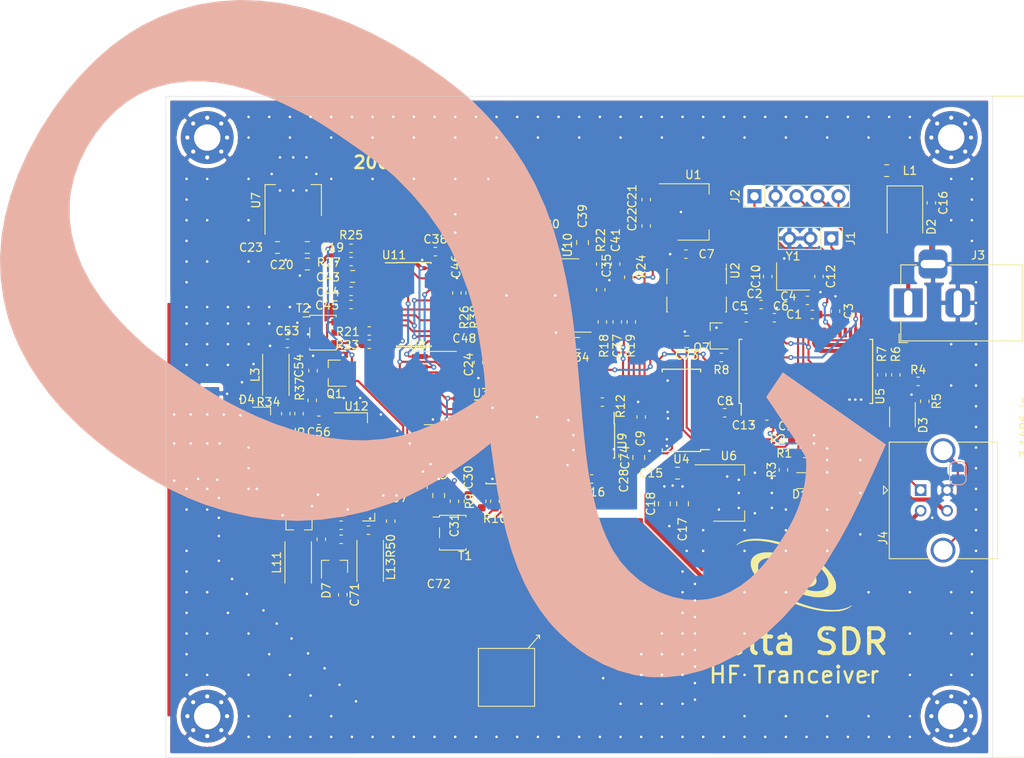
<source format=kicad_pcb>
(kicad_pcb (version 20171130) (host pcbnew "(5.1.2)-1")
  (layers (0 F.Cu signal) (31 B.Cu signal) (34 B.Paste user) (35 F.Paste user) (36 B.SilkS user hide) (37 F.SilkS user hide) (38 B.Mask user) (39 F.Mask user) (44 Edge.Cuts user))
  (net 0 "")
  (net 1 GND)
  (net 2 +5VD)
  (net 3 "Net-(C2-Pad1)")
  (net 4 Vccd)
  (net 5 +3V3)
  (net 6 XTALi)
  (net 7 XTALo)
  (net 8 +12V)
  (net 9 "Net-(C16-Pad1)")
  (net 10 +5V)
  (net 11 "Net-(C25-Pad2)")
  (net 12 "Net-(C26-Pad2)")
  (net 13 "Net-(C27-Pad2)")
  (net 14 "Net-(C30-Pad1)")
  (net 15 "Net-(C33-Pad2)")
  (net 16 "Net-(C34-Pad2)")
  (net 17 "Net-(C34-Pad1)")
  (net 18 "Net-(C36-Pad1)")
  (net 19 "Net-(C37-Pad2)")
  (net 20 "Net-(C39-Pad2)")
  (net 21 "Net-(C39-Pad1)")
  (net 22 "Net-(C40-Pad1)")
  (net 23 "Net-(C41-Pad2)")
  (net 24 "Net-(C42-Pad2)")
  (net 25 "Net-(C42-Pad1)")
  (net 26 "Net-(C43-Pad1)")
  (net 27 "Net-(C46-Pad1)")
  (net 28 "Net-(C47-Pad2)")
  (net 29 "Net-(C48-Pad2)")
  (net 30 "Net-(C48-Pad1)")
  (net 31 "Net-(C49-Pad1)")
  (net 32 "Net-(C50-Pad2)")
  (net 33 VCOM)
  (net 34 "Net-(C52-Pad2)")
  (net 35 PA_IN)
  (net 36 "Net-(C53-Pad2)")
  (net 37 "Net-(C54-Pad2)")
  (net 38 "Net-(C55-Pad2)")
  (net 39 "Net-(C56-Pad2)")
  (net 40 "Net-(C56-Pad1)")
  (net 41 "Net-(C65-Pad1)")
  (net 42 "Net-(C68-Pad2)")
  (net 43 "Net-(C68-Pad1)")
  (net 44 "Net-(C69-Pad2)")
  (net 45 RX_RF)
  (net 46 "Net-(C71-Pad2)")
  (net 47 "Net-(C71-Pad1)")
  (net 48 "Net-(C72-Pad1)")
  (net 49 "Net-(D1-Pad2)")
  (net 50 "Net-(D1-Pad1)")
  (net 51 "Net-(D2-Pad2)")
  (net 52 "Net-(D3-Pad4)")
  (net 53 BOOT)
  (net 54 SWDIO)
  (net 55 SWDCLK)
  (net 56 RES)
  (net 57 "Net-(J4-Pad5)")
  (net 58 HI_TX)
  (net 59 HI_RX)
  (net 60 B6040M)
  (net 61 B80M)
  (net 62 SCL)
  (net 63 SDA)
  (net 64 USBV+)
  (net 65 USB+)
  (net 66 USB-)
  (net 67 "Net-(R9-Pad2)")
  (net 68 "Net-(R9-Pad1)")
  (net 69 "Net-(R10-Pad2)")
  (net 70 "Net-(R10-Pad1)")
  (net 71 "Net-(R11-Pad2)")
  (net 72 VINL)
  (net 73 "Net-(R15-Pad2)")
  (net 74 VINR)
  (net 75 VOUTL-)
  (net 76 "Net-(R21-Pad2)")
  (net 77 "Net-(R21-Pad1)")
  (net 78 "Net-(R23-Pad2)")
  (net 79 "Net-(R23-Pad1)")
  (net 80 TXOUT)
  (net 81 "Net-(U2-Pad5)")
  (net 82 "Net-(U2-Pad4)")
  (net 83 "Net-(U2-Pad1)")
  (net 84 QSE_Q)
  (net 85 QSE_J)
  (net 86 VOUTL+)
  (net 87 VOUTR+)
  (net 88 VOUTR-)
  (net 89 "Net-(U4-Pad14)")
  (net 90 "Net-(U4-Pad13)")
  (net 91 DIN)
  (net 92 LRCK2)
  (net 93 BCK2)
  (net 94 SCK2)
  (net 95 SCK1)
  (net 96 BCK1)
  (net 97 LRCK1)
  (net 98 DOUT)
  (net 99 ATU_1)
  (net 100 ATU_0)
  (net 101 "Net-(U5-Pad28)")
  (net 102 "Net-(U5-Pad22)")
  (net 103 AMP)
  (net 104 QSD_Q)
  (net 105 QSD_J)
  (net 106 "Net-(Q7-Pad3)")
  (net 107 "Net-(R8-Pad1)")
  (net 108 "Net-(U5-Pad16)")
  (net 109 "Net-(U5-Pad15)")
  (net 110 /D-)
  (net 111 /D+)
  (module Resistor_SMD:R_0603_1608Metric (layer F.Cu) (at 159.6 97)
    (fp_text reference R11 (at -3.1 0) (layer F.SilkS))
    (fp_text value 49R9)
    (pad 2 smd roundrect (at 0.7875 0) (size 0.875 0.95) (layers F.Cu F.Paste F.Mask) (net 71 "Net-(R11-Pad2)"))
    (pad 1 smd roundrect (at -0.7875 0) (size 0.875 0.95) (layers F.Cu F.Paste F.Mask) (net 12 "Net-(C26-Pad2)"))
  )
  (module Capacitor_SMD:C_0603_1608Metric (layer F.Cu) (at 156.8 104.6 180)
    (fp_text reference C33 (at 0 -1.43) (layer F.SilkS))
    (fp_text value 10n)
    (pad 2 smd roundrect (at 0.7875 0 180) (size 0.875 0.95) (layers F.Cu F.Paste F.Mask) (net 15 "Net-(C33-Pad2)"))
    (pad 1 smd roundrect (at -0.7875 0 180) (size 0.875 0.95) (layers F.Cu F.Paste F.Mask) (net 1 GND))
  )
  (module Capacitor_SMD:C_0603_1608Metric (layer F.Cu) (at 157.3 102.8 180)
    (fp_text reference C27 (at 0 -1.43) (layer F.SilkS))
    (fp_text value 10n)
    (pad 2 smd roundrect (at 0.7875 0 180) (size 0.875 0.95) (layers F.Cu F.Paste F.Mask) (net 13 "Net-(C27-Pad2)"))
    (pad 1 smd roundrect (at -0.7875 0 180) (size 0.875 0.95) (layers F.Cu F.Paste F.Mask) (net 1 GND))
  )
  (module Capacitor_SMD:C_0603_1608Metric (layer F.Cu) (at 156.8 99.2 180)
    (fp_text reference C26 (at 0 -1.43) (layer F.SilkS))
    (fp_text value 10n)
    (pad 2 smd roundrect (at 0.7875 0 180) (size 0.875 0.95) (layers F.Cu F.Paste F.Mask) (net 12 "Net-(C26-Pad2)"))
    (pad 1 smd roundrect (at -0.7875 0 180) (size 0.875 0.95) (layers F.Cu F.Paste F.Mask) (net 1 GND))
  )
  (module Capacitor_SMD:C_0603_1608Metric (layer F.Cu) (at 157.3 101 180)
    (fp_text reference C25 (at 0 -1.43) (layer F.SilkS))
    (fp_text value 10n)
    (pad 2 smd roundrect (at 0.7875 0 180) (size 0.875 0.95) (layers F.Cu F.Paste F.Mask) (net 11 "Net-(C25-Pad2)"))
    (pad 1 smd roundrect (at -0.7875 0 180) (size 0.875 0.95) (layers F.Cu F.Paste F.Mask) (net 1 GND))
  )
  (module Connector_USB:USB_B_TE_5787834_Vertical (layer F.Cu) (at 201.305 107.645 90)
    (fp_text reference J4 (at -5.8 -4.55 90) (layer F.SilkS))
    (fp_text value USB_A)
    (pad 2 thru_hole circle (at -2.5 0 90) (size 1.4 1.4) (drill 0.92) (layers *.Cu *.Mask) (net 110 /D-))
    (pad 5 thru_hole circle (at -7.27 2.71 90) (size 3 3) (drill 2.3) (layers *.Cu *.Mask) (net 57 "Net-(J4-Pad5)"))
    (pad 1 thru_hole rect (at 0 0 90) (size 1.4 1.4) (drill 0.92) (layers *.Cu *.Mask) (net 52 "Net-(D3-Pad4)"))
    (pad 3 thru_hole circle (at -2.5 3.2 90) (size 1.4 1.4) (drill 0.92) (layers *.Cu *.Mask) (net 111 /D+))
    (pad 4 thru_hole circle (at 0 3.2 90) (size 1.4 1.4) (drill 0.92) (layers *.Cu *.Mask) (net 1 GND))
    (pad 5 thru_hole circle (at 4.77 2.71 90) (size 3 3) (drill 2.3) (layers *.Cu *.Mask) (net 57 "Net-(J4-Pad5)"))
  )
  (module Connector_Coaxial:SMA_Amphenol_132289_EdgeMount (layer F.Cu) (at 113.9 100.2 180)
    (fp_text reference J5 (at -3.96 -3 90) (layer F.SilkS))
    (fp_text value Conn_Coaxial)
    (pad 1 smd rect (at 0 0 270) (size 1.5 5.08) (layers F.Cu F.Paste F.Mask) (net 35 PA_IN))
    (pad 2 smd rect (at 0 -4.25 270) (size 1.5 5.08) (layers F.Cu F.Paste F.Mask) (net 1 GND))
    (pad 2 smd rect (at 0 4.25 270) (size 1.5 5.08) (layers F.Cu F.Paste F.Mask) (net 1 GND))
    (pad 2 smd rect (at 0 -4.25 270) (size 1.5 5.08) (layers B.Cu B.Paste B.Mask) (net 1 GND))
    (pad 2 smd rect (at 0 4.25 270) (size 1.5 5.08) (layers B.Cu B.Paste B.Mask) (net 1 GND))
  )
  (module Package_SO:SOIC-16_3.9x9.9mm_P1.27mm (layer F.Cu) (at 140 85.2)
    (fp_text reference U11 (at -2.4 -6) (layer F.SilkS))
    (fp_text value SN74CBT3253)
    (pad 16 smd rect (at 2.7 -4.445) (size 1.5 0.6) (layers F.Cu F.Paste F.Mask) (net 10 +5V))
    (pad 15 smd rect (at 2.7 -3.175) (size 1.5 0.6) (layers F.Cu F.Paste F.Mask) (net 59 HI_RX))
    (pad 14 smd rect (at 2.7 -1.905) (size 1.5 0.6) (layers F.Cu F.Paste F.Mask) (net 84 QSE_Q))
    (pad 13 smd rect (at 2.7 -0.635) (size 1.5 0.6) (layers F.Cu F.Paste F.Mask) (net 18 "Net-(C36-Pad1)"))
    (pad 12 smd rect (at 2.7 0.635) (size 1.5 0.6) (layers F.Cu F.Paste F.Mask) (net 27 "Net-(C46-Pad1)"))
    (pad 11 smd rect (at 2.7 1.905) (size 1.5 0.6) (layers F.Cu F.Paste F.Mask) (net 22 "Net-(C40-Pad1)"))
    (pad 10 smd rect (at 2.7 3.175) (size 1.5 0.6) (layers F.Cu F.Paste F.Mask) (net 31 "Net-(C49-Pad1)"))
    (pad 9 smd rect (at 2.7 4.445) (size 1.5 0.6) (layers F.Cu F.Paste F.Mask) (net 78 "Net-(R23-Pad2)"))
    (pad 8 smd rect (at -2.7 4.445) (size 1.5 0.6) (layers F.Cu F.Paste F.Mask) (net 1 GND))
    (pad 7 smd rect (at -2.7 3.175) (size 1.5 0.6) (layers F.Cu F.Paste F.Mask) (net 76 "Net-(R21-Pad2)"))
    (pad 6 smd rect (at -2.7 1.905) (size 1.5 0.6) (layers F.Cu F.Paste F.Mask) (net 18 "Net-(C36-Pad1)"))
    (pad 5 smd rect (at -2.7 0.635) (size 1.5 0.6) (layers F.Cu F.Paste F.Mask) (net 27 "Net-(C46-Pad1)"))
    (pad 4 smd rect (at -2.7 -0.635) (size 1.5 0.6) (layers F.Cu F.Paste F.Mask) (net 22 "Net-(C40-Pad1)"))
    (pad 3 smd rect (at -2.7 -1.905) (size 1.5 0.6) (layers F.Cu F.Paste F.Mask) (net 31 "Net-(C49-Pad1)"))
    (pad 2 smd rect (at -2.7 -3.175) (size 1.5 0.6) (layers F.Cu F.Paste F.Mask) (net 85 QSE_J))
    (pad 1 smd rect (at -2.7 -4.445) (size 1.5 0.6) (layers F.Cu F.Paste F.Mask) (net 59 HI_RX))
  )
  (module Package_SO:SOIC-16_3.9x9.9mm_P1.27mm (layer F.Cu) (at 150.8 101.8)
    (fp_text reference U3 (at -2.7 -5.9) (layer F.SilkS))
    (fp_text value SN74CBT3253)
    (pad 16 smd rect (at 2.7 -4.445) (size 1.5 0.6) (layers F.Cu F.Paste F.Mask) (net 10 +5V))
    (pad 15 smd rect (at 2.7 -3.175) (size 1.5 0.6) (layers F.Cu F.Paste F.Mask) (net 1 GND))
    (pad 14 smd rect (at 2.7 -1.905) (size 1.5 0.6) (layers F.Cu F.Paste F.Mask) (net 104 QSD_Q))
    (pad 13 smd rect (at 2.7 -0.635) (size 1.5 0.6) (layers F.Cu F.Paste F.Mask) (net 11 "Net-(C25-Pad2)"))
    (pad 12 smd rect (at 2.7 0.635) (size 1.5 0.6) (layers F.Cu F.Paste F.Mask) (net 13 "Net-(C27-Pad2)"))
    (pad 11 smd rect (at 2.7 1.905) (size 1.5 0.6) (layers F.Cu F.Paste F.Mask) (net 15 "Net-(C33-Pad2)"))
    (pad 10 smd rect (at 2.7 3.175) (size 1.5 0.6) (layers F.Cu F.Paste F.Mask) (net 12 "Net-(C26-Pad2)"))
    (pad 9 smd rect (at 2.7 4.445) (size 1.5 0.6) (layers F.Cu F.Paste F.Mask) (net 69 "Net-(R10-Pad2)"))
    (pad 8 smd rect (at -2.7 4.445) (size 1.5 0.6) (layers F.Cu F.Paste F.Mask) (net 1 GND))
    (pad 7 smd rect (at -2.7 3.175) (size 1.5 0.6) (layers F.Cu F.Paste F.Mask) (net 67 "Net-(R9-Pad2)"))
    (pad 6 smd rect (at -2.7 1.905) (size 1.5 0.6) (layers F.Cu F.Paste F.Mask) (net 11 "Net-(C25-Pad2)"))
    (pad 5 smd rect (at -2.7 0.635) (size 1.5 0.6) (layers F.Cu F.Paste F.Mask) (net 13 "Net-(C27-Pad2)"))
    (pad 4 smd rect (at -2.7 -0.635) (size 1.5 0.6) (layers F.Cu F.Paste F.Mask) (net 15 "Net-(C33-Pad2)"))
    (pad 3 smd rect (at -2.7 -1.905) (size 1.5 0.6) (layers F.Cu F.Paste F.Mask) (net 12 "Net-(C26-Pad2)"))
    (pad 2 smd rect (at -2.7 -3.175) (size 1.5 0.6) (layers F.Cu F.Paste F.Mask) (net 105 QSD_J))
    (pad 1 smd rect (at -2.7 -4.445) (size 1.5 0.6) (layers F.Cu F.Paste F.Mask) (net 1 GND))
  )
  (module Package_SO:SOIC-8_3.9x4.9mm_P1.27mm (layer F.Cu) (at 161.7 101.7 270)
    (fp_text reference U9 (at 0 -3.5 90) (layer F.SilkS))
    (fp_text value LT6231CSB)
    (pad 8 smd rect (at 2.7 -1.905 270) (size 1.55 0.6) (layers F.Cu F.Paste F.Mask) (net 10 +5V))
    (pad 7 smd rect (at 2.7 -0.635 270) (size 1.55 0.6) (layers F.Cu F.Paste F.Mask) (net 74 VINR))
    (pad 6 smd rect (at 2.7 0.635 270) (size 1.55 0.6) (layers F.Cu F.Paste F.Mask) (net 73 "Net-(R15-Pad2)"))
    (pad 5 smd rect (at 2.7 1.905 270) (size 1.55 0.6) (layers F.Cu F.Paste F.Mask) (net 13 "Net-(C27-Pad2)"))
    (pad 4 smd rect (at -2.7 1.905 270) (size 1.55 0.6) (layers F.Cu F.Paste F.Mask) (net 1 GND))
    (pad 3 smd rect (at -2.7 0.635 270) (size 1.55 0.6) (layers F.Cu F.Paste F.Mask) (net 11 "Net-(C25-Pad2)"))
    (pad 2 smd rect (at -2.7 -0.635 270) (size 1.55 0.6) (layers F.Cu F.Paste F.Mask) (net 71 "Net-(R11-Pad2)"))
    (pad 1 smd rect (at -2.7 -1.905 270) (size 1.55 0.6) (layers F.Cu F.Paste F.Mask) (net 72 VINL))
  )
  (module Capacitor_SMD:C_0603_1608Metric (layer F.Cu) (at 134.5 112.5 180)
    (fp_text reference C72 (at -8.5 -6.5) (layer F.SilkS))
    (fp_text value 100n)
    (pad 2 smd roundrect (at 0.7875 0 180) (size 0.875 0.95) (layers F.Cu F.Paste F.Mask) (net 1 GND))
    (pad 1 smd roundrect (at -0.7875 0 180) (size 0.875 0.95) (layers F.Cu F.Paste F.Mask) (net 48 "Net-(C72-Pad1)"))
  )
  (module Capacitor_SMD:C_0805_2012Metric (layer F.Cu) (at 167.2 103.7 90)
    (fp_text reference C74 (at 0 -1.65 90) (layer F.SilkS))
    (fp_text value 10u)
    (pad 2 smd roundrect (at 0.9375 0 90) (size 0.975 1.4) (layers F.Cu F.Paste F.Mask) (net 1 GND))
    (pad 1 smd roundrect (at -0.9375 0 90) (size 0.975 1.4) (layers F.Cu F.Paste F.Mask) (net 10 +5V))
  )
  (module Capacitor_SMD:C_0805_2012Metric (layer F.Cu) (at 173 89.7 180)
    (fp_text reference C73 (at 0 -1.65) (layer F.SilkS))
    (fp_text value 10u)
    (pad 2 smd roundrect (at 0.9375 0 180) (size 0.975 1.4) (layers F.Cu F.Paste F.Mask) (net 1 GND))
    (pad 1 smd roundrect (at -0.9375 0 180) (size 0.975 1.4) (layers F.Cu F.Paste F.Mask) (net 5 +3V3))
  )
  (module Capacitor_SMD:C_0603_1608Metric (layer F.Cu) (at 147.8 92.2 270)
    (fp_text reference C24 (at 0.247487 1.166726 270) (layer F.SilkS))
    (fp_text value 100n)
    (pad 1 smd roundrect (at -0.7875 0 270) (size 0.875 0.95) (layers F.Cu F.Paste F.Mask) (net 10 +5V))
    (pad 2 smd roundrect (at 0.7875 0 270) (size 0.875 0.95) (layers F.Cu F.Paste F.Mask) (net 1 GND))
  )
  (module Package_SO:SOIC-14_3.9x8.7mm_P1.27mm (layer F.Cu) (at 143.2 95.3)
    (fp_text reference U8 (at -2.757716 -5.16188) (layer F.SilkS))
    (fp_text value 74HC74)
    (pad 1 smd roundrect (at -2.475 -3.81) (size 1.95 0.6) (layers F.Cu F.Paste F.Mask) (net 10 +5V))
    (pad 2 smd roundrect (at -2.475 -2.54) (size 1.95 0.6) (layers F.Cu F.Paste F.Mask) (net 84 QSE_Q))
    (pad 3 smd roundrect (at -2.475 -1.27) (size 1.95 0.6) (layers F.Cu F.Paste F.Mask) (net 82 "Net-(U2-Pad4)"))
    (pad 4 smd roundrect (at -2.475 0) (size 1.95 0.6) (layers F.Cu F.Paste F.Mask) (net 10 +5V))
    (pad 5 smd roundrect (at -2.475 1.27) (size 1.95 0.6) (layers F.Cu F.Paste F.Mask) (net 105 QSD_J))
    (pad 6 smd roundrect (at -2.475 2.54) (size 1.95 0.6) (layers F.Cu F.Paste F.Mask) (net 85 QSE_J))
    (pad 7 smd roundrect (at -2.475 3.81) (size 1.95 0.6) (layers F.Cu F.Paste F.Mask) (net 1 GND))
    (pad 8 smd roundrect (at 2.475 3.81) (size 1.95 0.6) (layers F.Cu F.Paste F.Mask) (net 104 QSD_Q))
    (pad 9 smd roundrect (at 2.475 2.54) (size 1.95 0.6) (layers F.Cu F.Paste F.Mask) (net 84 QSE_Q))
    (pad 10 smd roundrect (at 2.475 1.27) (size 1.95 0.6) (layers F.Cu F.Paste F.Mask) (net 10 +5V))
    (pad 11 smd roundrect (at 2.475 0) (size 1.95 0.6) (layers F.Cu F.Paste F.Mask) (net 82 "Net-(U2-Pad4)"))
    (pad 12 smd roundrect (at 2.475 -1.27) (size 1.95 0.6) (layers F.Cu F.Paste F.Mask) (net 85 QSE_J))
    (pad 13 smd roundrect (at 2.475 -2.54) (size 1.95 0.6) (layers F.Cu F.Paste F.Mask) (net 10 +5V))
    (pad 14 smd roundrect (at 2.475 -3.81) (size 1.95 0.6) (layers F.Cu F.Paste F.Mask) (net 10 +5V))
  )
  (module Connector_PinSocket_2.54mm:PinSocket_1x02_P2.54mm_Vertical_SMD_Pin1Right (layer F.Cu) (at 190.5 107.5)
    (fp_text reference J6 (at 0 -4.14) (layer F.SilkS))
    (fp_text value Conn_01x02_Male)
    (pad 1 smd rect (at 1.65 -1.27) (size 1.9 1) (layers F.Cu F.Paste F.Mask) (net 103 AMP))
    (pad 2 smd rect (at -1.65 1.27) (size 1.9 1) (layers F.Cu F.Paste F.Mask) (net 1 GND))
  )
  (module riske-lib:DeltaSymbol (layer B.Cu) (at 132.8 84.4 55)
    (fp_text reference G*** hide)
    (fp_text value LOGO hide)
  )
  (module Capacitor_SMD:C_0603_1608Metric (layer F.Cu) (at 202.6 72.9 270)
    (fp_text reference C16 (at 0 -1.43 90) (layer F.SilkS))
    (fp_text value 1u)
    (pad 2 smd roundrect (at 0.7875 0 270) (size 0.875 0.95) (layers F.Cu F.Paste F.Mask) (net 1 GND))
    (pad 1 smd roundrect (at -0.7875 0 270) (size 0.875 0.95) (layers F.Cu F.Paste F.Mask) (net 9 "Net-(C16-Pad1)"))
  )
  (module Inductor_SMD:L_0805_2012Metric (layer F.Cu) (at 197.2 69 180)
    (fp_text reference L1 (at -2.8 0) (layer F.SilkS))
    (fp_text value 74279220321)
    (pad 2 smd roundrect (at 0.9375 0 180) (size 0.975 1.4) (layers F.Cu F.Paste F.Mask) (net 8 +12V))
    (pad 1 smd roundrect (at -0.9375 0 180) (size 0.975 1.4) (layers F.Cu F.Paste F.Mask) (net 9 "Net-(C16-Pad1)"))
  )
  (module Diode_SMD:D_SMB (layer F.Cu) (at 199.4 74.4 270)
    (fp_text reference D2 (at 1.4 -3.2 90) (layer F.SilkS))
    (fp_text value D)
    (pad 2 smd rect (at 2.15 0 270) (size 2.5 2.3) (layers F.Cu F.Paste F.Mask) (net 51 "Net-(D2-Pad2)"))
    (pad 1 smd rect (at -2.15 0 270) (size 2.5 2.3) (layers F.Cu F.Paste F.Mask) (net 9 "Net-(C16-Pad1)"))
  )
  (module riske-lib:RiskeLogo (layer F.Cu) (at 186 118)
    (fp_text reference G*** hide)
    (fp_text value RiskeLogo hide)
  )
  (module Package_TO_SOT_SMD:SOT-223 (layer F.Cu) (at 173.8 74)
    (fp_text reference U1 (at 0 -4.5) (layer F.SilkS))
    (fp_text value TC1262-33)
    (pad 1 smd rect (at -3.15 -2.3) (size 2 1.5) (layers F.Cu F.Paste F.Mask) (net 10 +5V))
    (pad 3 smd rect (at -3.15 2.3) (size 2 1.5) (layers F.Cu F.Paste F.Mask) (net 5 +3V3))
    (pad 2 smd rect (at -3.15 0) (size 2 1.5) (layers F.Cu F.Paste F.Mask) (net 1 GND))
    (pad 4 smd rect (at 3.15 0) (size 2 3.8) (layers F.Cu F.Paste F.Mask) (net 1 GND))
  )
  (module Package_TO_SOT_SMD:SOT-223 (layer F.Cu) (at 125.4 72.6 90)
    (fp_text reference U7 (at 0 -4.5 90) (layer F.SilkS))
    (fp_text value TC1262-5)
    (pad 1 smd rect (at -3.15 -2.3 90) (size 2 1.5) (layers F.Cu F.Paste F.Mask) (net 8 +12V))
    (pad 3 smd rect (at -3.15 2.3 90) (size 2 1.5) (layers F.Cu F.Paste F.Mask) (net 10 +5V))
    (pad 2 smd rect (at -3.15 0 90) (size 2 1.5) (layers F.Cu F.Paste F.Mask) (net 1 GND))
    (pad 4 smd rect (at 3.15 0 90) (size 2 3.8) (layers F.Cu F.Paste F.Mask) (net 1 GND))
  )
  (module Package_TO_SOT_SMD:SOT-223 (layer F.Cu) (at 178.1 108)
    (fp_text reference U6 (at 0 -4.5) (layer F.SilkS))
    (fp_text value TC1262-5)
    (pad 1 smd rect (at -3.15 -2.3) (size 2 1.5) (layers F.Cu F.Paste F.Mask) (net 8 +12V))
    (pad 3 smd rect (at -3.15 2.3) (size 2 1.5) (layers F.Cu F.Paste F.Mask) (net 2 +5VD))
    (pad 2 smd rect (at -3.15 0) (size 2 1.5) (layers F.Cu F.Paste F.Mask) (net 1 GND))
    (pad 4 smd rect (at 3.15 0) (size 2 3.8) (layers F.Cu F.Paste F.Mask) (net 1 GND))
  )
  (module MountingHole:MountingHole_3.2mm_M3_Pad_Via (layer F.Cu) (at 115 135)
    (fp_text reference H4 hide)
    (fp_text value MountingHole_Pad)
    (pad 1 thru_hole circle (at 1.697056 -1.697056) (size 0.8 0.8) (drill 0.5) (layers *.Cu *.Mask) (net 1 GND))
    (pad 1 thru_hole circle (at 0 -2.4) (size 0.8 0.8) (drill 0.5) (layers *.Cu *.Mask) (net 1 GND))
    (pad 1 thru_hole circle (at -1.697056 -1.697056) (size 0.8 0.8) (drill 0.5) (layers *.Cu *.Mask) (net 1 GND))
    (pad 1 thru_hole circle (at -2.4 0) (size 0.8 0.8) (drill 0.5) (layers *.Cu *.Mask) (net 1 GND))
    (pad 1 thru_hole circle (at -1.697056 1.697056) (size 0.8 0.8) (drill 0.5) (layers *.Cu *.Mask) (net 1 GND))
    (pad 1 thru_hole circle (at 0 2.4) (size 0.8 0.8) (drill 0.5) (layers *.Cu *.Mask) (net 1 GND))
    (pad 1 thru_hole circle (at 1.697056 1.697056) (size 0.8 0.8) (drill 0.5) (layers *.Cu *.Mask) (net 1 GND))
    (pad 1 thru_hole circle (at 2.4 0) (size 0.8 0.8) (drill 0.5) (layers *.Cu *.Mask) (net 1 GND))
    (pad 1 thru_hole circle (at 0 0) (size 6.4 6.4) (drill 3.2) (layers *.Cu *.Mask) (net 1 GND))
  )
  (module MountingHole:MountingHole_3.2mm_M3_Pad_Via (layer F.Cu) (at 115 65)
    (fp_text reference H3 hide)
    (fp_text value MountingHole_Pad)
    (pad 1 thru_hole circle (at 1.697056 -1.697056) (size 0.8 0.8) (drill 0.5) (layers *.Cu *.Mask) (net 1 GND))
    (pad 1 thru_hole circle (at 0 -2.4) (size 0.8 0.8) (drill 0.5) (layers *.Cu *.Mask) (net 1 GND))
    (pad 1 thru_hole circle (at -1.697056 -1.697056) (size 0.8 0.8) (drill 0.5) (layers *.Cu *.Mask) (net 1 GND))
    (pad 1 thru_hole circle (at -2.4 0) (size 0.8 0.8) (drill 0.5) (layers *.Cu *.Mask) (net 1 GND))
    (pad 1 thru_hole circle (at -1.697056 1.697056) (size 0.8 0.8) (drill 0.5) (layers *.Cu *.Mask) (net 1 GND))
    (pad 1 thru_hole circle (at 0 2.4) (size 0.8 0.8) (drill 0.5) (layers *.Cu *.Mask) (net 1 GND))
    (pad 1 thru_hole circle (at 1.697056 1.697056) (size 0.8 0.8) (drill 0.5) (layers *.Cu *.Mask) (net 1 GND))
    (pad 1 thru_hole circle (at 2.4 0) (size 0.8 0.8) (drill 0.5) (layers *.Cu *.Mask) (net 1 GND))
    (pad 1 thru_hole circle (at 0 0) (size 6.4 6.4) (drill 3.2) (layers *.Cu *.Mask) (net 1 GND))
  )
  (module MountingHole:MountingHole_3.2mm_M3_Pad_Via (layer F.Cu) (at 205 135)
    (fp_text reference H2 hide)
    (fp_text value MountingHole_Pad)
    (pad 1 thru_hole circle (at 1.697056 -1.697056) (size 0.8 0.8) (drill 0.5) (layers *.Cu *.Mask) (net 1 GND))
    (pad 1 thru_hole circle (at 0 -2.4) (size 0.8 0.8) (drill 0.5) (layers *.Cu *.Mask) (net 1 GND))
    (pad 1 thru_hole circle (at -1.697056 -1.697056) (size 0.8 0.8) (drill 0.5) (layers *.Cu *.Mask) (net 1 GND))
    (pad 1 thru_hole circle (at -2.4 0) (size 0.8 0.8) (drill 0.5) (layers *.Cu *.Mask) (net 1 GND))
    (pad 1 thru_hole circle (at -1.697056 1.697056) (size 0.8 0.8) (drill 0.5) (layers *.Cu *.Mask) (net 1 GND))
    (pad 1 thru_hole circle (at 0 2.4) (size 0.8 0.8) (drill 0.5) (layers *.Cu *.Mask) (net 1 GND))
    (pad 1 thru_hole circle (at 1.697056 1.697056) (size 0.8 0.8) (drill 0.5) (layers *.Cu *.Mask) (net 1 GND))
    (pad 1 thru_hole circle (at 2.4 0) (size 0.8 0.8) (drill 0.5) (layers *.Cu *.Mask) (net 1 GND))
    (pad 1 thru_hole circle (at 0 0) (size 6.4 6.4) (drill 3.2) (layers *.Cu *.Mask) (net 1 GND))
  )
  (module MountingHole:MountingHole_3.2mm_M3_Pad_Via (layer F.Cu) (at 205 65)
    (fp_text reference H1 hide)
    (fp_text value MountingHole_Pad)
    (pad 1 thru_hole circle (at 1.697056 -1.697056) (size 0.8 0.8) (drill 0.5) (layers *.Cu *.Mask) (net 1 GND))
    (pad 1 thru_hole circle (at 0 -2.4) (size 0.8 0.8) (drill 0.5) (layers *.Cu *.Mask) (net 1 GND))
    (pad 1 thru_hole circle (at -1.697056 -1.697056) (size 0.8 0.8) (drill 0.5) (layers *.Cu *.Mask) (net 1 GND))
    (pad 1 thru_hole circle (at -2.4 0) (size 0.8 0.8) (drill 0.5) (layers *.Cu *.Mask) (net 1 GND))
    (pad 1 thru_hole circle (at -1.697056 1.697056) (size 0.8 0.8) (drill 0.5) (layers *.Cu *.Mask) (net 1 GND))
    (pad 1 thru_hole circle (at 0 2.4) (size 0.8 0.8) (drill 0.5) (layers *.Cu *.Mask) (net 1 GND))
    (pad 1 thru_hole circle (at 1.697056 1.697056) (size 0.8 0.8) (drill 0.5) (layers *.Cu *.Mask) (net 1 GND))
    (pad 1 thru_hole circle (at 2.4 0) (size 0.8 0.8) (drill 0.5) (layers *.Cu *.Mask) (net 1 GND))
    (pad 1 thru_hole circle (at 0 0) (size 6.4 6.4) (drill 3.2) (layers *.Cu *.Mask) (net 1 GND))
  )
  (module Jumper:SolderJumper-2_P1.3mm_Open_RoundedPad1.0x1.5mm (layer B.Cu) (at 205.8 105.6 90)
    (fp_text reference JP1 hide)
    (fp_text value Jumper)
    (pad 1 smd custom (at -0.65 0 90) (size 1 0.5) (layers B.Cu B.Mask) (net 1 GND) (options (clearance outline) (anchor rect)) (primitives (gr_circle (center 0 -0.25) (end 0.5 -0.25) (width 0)) (gr_circle (center 0 0.25) (end 0.5 0.25) (width 0)) (gr_poly (pts (xy 0 0.75) (xy 0.5 0.75) (xy 0.5 -0.75) (xy 0 -0.75)) (width 0))))
    (pad 2 smd custom (at 0.65 0 90) (size 1 0.5) (layers B.Cu B.Mask) (net 57 "Net-(J4-Pad5)") (options (clearance outline) (anchor rect)) (primitives (gr_circle (center 0 -0.25) (end 0.5 -0.25) (width 0)) (gr_circle (center 0 0.25) (end 0.5 0.25) (width 0)) (gr_poly (pts (xy 0 0.75) (xy -0.5 0.75) (xy -0.5 -0.75) (xy 0 -0.75)) (width 0))))
  )
  (module Resistor_SMD:R_0603_1608Metric (layer F.Cu) (at 201.8 96.9 270)
    (fp_text reference R5 (at 0 -1.43 90) (layer F.SilkS))
    (fp_text value 10k)
    (pad 2 smd roundrect (at 0.7875 0 270) (size 0.875 0.95) (layers F.Cu F.Paste F.Mask) (net 52 "Net-(D3-Pad4)"))
    (pad 1 smd roundrect (at -0.7875 0 270) (size 0.875 0.95) (layers F.Cu F.Paste F.Mask) (net 64 USBV+))
  )
  (module Resistor_SMD:R_0603_1608Metric (layer F.Cu) (at 139.5 106.4 90)
    (fp_text reference R13 (at 3 -0.05 90) (layer F.SilkS))
    (fp_text value 2K21)
    (pad 2 smd roundrect (at 0.7875 0 90) (size 0.875 0.95) (layers F.Cu F.Paste F.Mask) (net 10 +5V))
    (pad 1 smd roundrect (at -0.7875 0 90) (size 0.875 0.95) (layers F.Cu F.Paste F.Mask) (net 14 "Net-(C30-Pad1)"))
  )
  (module Resistor_SMD:R_0603_1608Metric (layer F.Cu) (at 141.1 107.3 270)
    (fp_text reference R14 (at -2.8 0.1 90) (layer F.SilkS))
    (fp_text value 2k21)
    (pad 2 smd roundrect (at 0.7875 0 270) (size 0.875 0.95) (layers F.Cu F.Paste F.Mask) (net 14 "Net-(C30-Pad1)"))
    (pad 1 smd roundrect (at -0.7875 0 270) (size 0.875 0.95) (layers F.Cu F.Paste F.Mask) (net 1 GND))
  )
  (module Connector_BarrelJack:BarrelJack_Horizontal (layer F.Cu) (at 199.8 85 180)
    (fp_text reference J3 (at -8.45 5.75) (layer F.SilkS))
    (fp_text value Barrel_Jack)
    (pad 3 thru_hole roundrect (at -3 4.7 180) (size 3.5 3.5) (drill oval 3 1) (layers *.Cu *.Mask) (net 1 GND))
    (pad 2 thru_hole roundrect (at -6 0 180) (size 3 3.5) (drill oval 1 3) (layers *.Cu *.Mask) (net 1 GND))
    (pad 1 thru_hole rect (at 0 0 180) (size 3.5 3.5) (drill oval 1 3) (layers *.Cu *.Mask) (net 51 "Net-(D2-Pad2)"))
  )
  (module Capacitor_SMD:C_0805_2012Metric (layer F.Cu) (at 160.4 77.7 270)
    (fp_text reference C39 (at -3.2 0 90) (layer F.SilkS))
    (fp_text value 10u)
    (pad 2 smd roundrect (at 0.9375 0 270) (size 0.975 1.4) (layers F.Cu F.Paste F.Mask) (net 20 "Net-(C39-Pad2)"))
    (pad 1 smd roundrect (at -0.9375 0 270) (size 0.975 1.4) (layers F.Cu F.Paste F.Mask) (net 21 "Net-(C39-Pad1)"))
  )
  (module Transformer_SMD:Transformer_MACOM_SM-22 (layer F.Cu) (at 129 88.6)
    (fp_text reference T2 (at -2.4 -2.95) (layer F.SilkS))
    (fp_text value Transformer_1P_SS)
    (pad 5 smd rect (at 1.715 -1.27) (size 1.4 0.76) (layers F.Cu F.Paste F.Mask) (net 79 "Net-(R23-Pad1)"))
    (pad 4 smd rect (at 1.715 0) (size 1.4 0.76) (layers F.Cu F.Paste F.Mask) (net 26 "Net-(C43-Pad1)"))
    (pad 3 smd rect (at 1.715 1.27) (size 1.4 0.76) (layers F.Cu F.Paste F.Mask) (net 77 "Net-(R21-Pad1)"))
    (pad 2 smd rect (at -1.715 1.27) (size 1.4 0.76) (layers F.Cu F.Paste F.Mask) (net 80 TXOUT))
    (pad 1 smd rect (at -1.715 -1.27) (size 1.4 0.76) (layers F.Cu F.Paste F.Mask) (net 1 GND))
  )
  (module Capacitor_SMD:C_0805_2012Metric (layer F.Cu) (at 143 108.3 90)
    (fp_text reference C32 (at 3.3 0.5 90) (layer F.SilkS))
    (fp_text value 10u)
    (pad 2 smd roundrect (at 0.9375 0 90) (size 0.975 1.4) (layers F.Cu F.Paste F.Mask) (net 1 GND))
    (pad 1 smd roundrect (at -0.9375 0 90) (size 0.975 1.4) (layers F.Cu F.Paste F.Mask) (net 14 "Net-(C30-Pad1)"))
  )
  (module Capacitor_SMD:C_0805_2012Metric (layer F.Cu) (at 132.6 81.8 180)
    (fp_text reference C43 (at 3 -0.1 180) (layer F.SilkS))
    (fp_text value 10u)
    (pad 2 smd roundrect (at 0.9375 0 180) (size 0.975 1.4) (layers F.Cu F.Paste F.Mask) (net 1 GND))
    (pad 1 smd roundrect (at -0.9375 0 180) (size 0.975 1.4) (layers F.Cu F.Paste F.Mask) (net 26 "Net-(C43-Pad1)"))
  )
  (module Crystal:Crystal_SMD_3225-4Pin_3.2x2.5mm (layer F.Cu) (at 185.88 81.8)
    (fp_text reference Y1 (at 0 -2.45) (layer F.SilkS))
    (fp_text value Crystal_GND24)
    (pad 4 smd rect (at -1.1 -0.85) (size 1.4 1.2) (layers F.Cu F.Paste F.Mask) (net 1 GND))
    (pad 3 smd rect (at 1.1 -0.85) (size 1.4 1.2) (layers F.Cu F.Paste F.Mask) (net 7 XTALo))
    (pad 2 smd rect (at 1.1 0.85) (size 1.4 1.2) (layers F.Cu F.Paste F.Mask) (net 1 GND))
    (pad 1 smd rect (at -1.1 0.85) (size 1.4 1.2) (layers F.Cu F.Paste F.Mask) (net 6 XTALi))
  )
  (module Package_TO_SOT_SMD:SOT-89-3 (layer F.Cu) (at 132.6 100.7)
    (fp_text reference U12 (at 0.45 -3.2) (layer F.SilkS))
    (fp_text value MMG3H21NT1)
    (pad 2 smd trapezoid (at -0.0762 0 90) (size 1.5 1) (rect_delta 0 0.7) (layers F.Cu F.Paste F.Mask) (net 1 GND))
    (pad 2 smd rect (at 1.3335 0 270) (size 2.2 1.84) (layers F.Cu F.Paste F.Mask) (net 1 GND))
    (pad 3 smd rect (at -1.48 1.5 270) (size 1 1.5) (layers F.Cu F.Paste F.Mask) (net 42 "Net-(C68-Pad2)"))
    (pad 2 smd rect (at -1.3335 0 270) (size 1 1.8) (layers F.Cu F.Paste F.Mask) (net 1 GND))
    (pad 1 smd rect (at -1.48 -1.5 270) (size 1 1.5) (layers F.Cu F.Paste F.Mask) (net 41 "Net-(C65-Pad1)"))
    (pad 2 smd trapezoid (at 2.667 0 270) (size 1.6 0.85) (rect_delta 0 0.6) (layers F.Cu F.Paste F.Mask) (net 1 GND))
  )
  (module Package_SO:SOIC-14_3.9x8.7mm_P1.27mm (layer F.Cu) (at 158 84.1 180)
    (fp_text reference U10 (at -0.6 6.1 90) (layer F.SilkS))
    (fp_text value TLV2464CD)
    (pad 14 smd roundrect (at 2.475 -3.81 180) (size 1.95 0.6) (layers F.Cu F.Paste F.Mask) (net 29 "Net-(C48-Pad2)"))
    (pad 13 smd roundrect (at 2.475 -2.54 180) (size 1.95 0.6) (layers F.Cu F.Paste F.Mask) (net 32 "Net-(C50-Pad2)"))
    (pad 12 smd roundrect (at 2.475 -1.27 180) (size 1.95 0.6) (layers F.Cu F.Paste F.Mask) (net 33 VCOM))
    (pad 11 smd roundrect (at 2.475 0 180) (size 1.95 0.6) (layers F.Cu F.Paste F.Mask) (net 1 GND))
    (pad 10 smd roundrect (at 2.475 1.27 180) (size 1.95 0.6) (layers F.Cu F.Paste F.Mask) (net 33 VCOM))
    (pad 9 smd roundrect (at 2.475 2.54 180) (size 1.95 0.6) (layers F.Cu F.Paste F.Mask) (net 28 "Net-(C47-Pad2)"))
    (pad 8 smd roundrect (at 2.475 3.81 180) (size 1.95 0.6) (layers F.Cu F.Paste F.Mask) (net 24 "Net-(C42-Pad2)"))
    (pad 7 smd roundrect (at -2.475 3.81 180) (size 1.95 0.6) (layers F.Cu F.Paste F.Mask) (net 20 "Net-(C39-Pad2)"))
    (pad 6 smd roundrect (at -2.475 2.54 180) (size 1.95 0.6) (layers F.Cu F.Paste F.Mask) (net 23 "Net-(C41-Pad2)"))
    (pad 5 smd roundrect (at -2.475 1.27 180) (size 1.95 0.6) (layers F.Cu F.Paste F.Mask) (net 33 VCOM))
    (pad 4 smd roundrect (at -2.475 0 180) (size 1.95 0.6) (layers F.Cu F.Paste F.Mask) (net 10 +5V))
    (pad 3 smd roundrect (at -2.475 -1.27 180) (size 1.95 0.6) (layers F.Cu F.Paste F.Mask) (net 33 VCOM))
    (pad 2 smd roundrect (at -2.475 -2.54 180) (size 1.95 0.6) (layers F.Cu F.Paste F.Mask) (net 19 "Net-(C37-Pad2)"))
    (pad 1 smd roundrect (at -2.475 -3.81 180) (size 1.95 0.6) (layers F.Cu F.Paste F.Mask) (net 16 "Net-(C34-Pad2)"))
  )
  (module Package_SO:SSOP-48_7.5x15.9mm_P0.635mm (layer F.Cu) (at 187.42 93.29 90)
    (fp_text reference U5 (at -3.01 8.98 90) (layer F.SilkS))
    (fp_text value CY8C3246PVI-147)
    (pad 48 smd rect (at 4.7 -7.3025 90) (size 1.2 0.4) (layers F.Cu F.Paste F.Mask) (net 2 +5VD))
    (pad 47 smd rect (at 4.7 -6.6675 90) (size 1.2 0.4) (layers F.Cu F.Paste F.Mask) (net 1 GND))
    (pad 46 smd rect (at 4.7 -6.0325 90) (size 1.2 0.4) (layers F.Cu F.Paste F.Mask) (net 3 "Net-(C2-Pad1)"))
    (pad 45 smd rect (at 4.7 -5.3975 90) (size 1.2 0.4) (layers F.Cu F.Paste F.Mask) (net 58 HI_TX))
    (pad 44 smd rect (at 4.7 -4.7625 90) (size 1.2 0.4) (layers F.Cu F.Paste F.Mask) (net 99 ATU_1))
    (pad 43 smd rect (at 4.7 -4.1275 90) (size 1.2 0.4) (layers F.Cu F.Paste F.Mask) (net 100 ATU_0))
    (pad 42 smd rect (at 4.7 -3.4925 90) (size 1.2 0.4) (layers F.Cu F.Paste F.Mask) (net 61 B80M))
    (pad 41 smd rect (at 4.7 -2.8575 90) (size 1.2 0.4) (layers F.Cu F.Paste F.Mask) (net 2 +5VD))
    (pad 40 smd rect (at 4.7 -2.2225 90) (size 1.2 0.4) (layers F.Cu F.Paste F.Mask) (net 6 XTALi))
    (pad 39 smd rect (at 4.7 -1.5875 90) (size 1.2 0.4) (layers F.Cu F.Paste F.Mask) (net 7 XTALo))
    (pad 38 smd rect (at 4.7 -0.9525 90) (size 1.2 0.4) (layers F.Cu F.Paste F.Mask) (net 4 Vccd))
    (pad 37 smd rect (at 4.7 -0.3175 90) (size 1.2 0.4) (layers F.Cu F.Paste F.Mask) (net 1 GND))
    (pad 36 smd rect (at 4.7 0.3175 90) (size 1.2 0.4) (layers F.Cu F.Paste F.Mask) (net 2 +5VD))
    (pad 35 smd rect (at 4.7 0.9525 90) (size 1.2 0.4) (layers F.Cu F.Paste F.Mask) (net 66 USB-))
    (pad 34 smd rect (at 4.7 1.5875 90) (size 1.2 0.4) (layers F.Cu F.Paste F.Mask) (net 65 USB+))
    (pad 33 smd rect (at 4.7 2.2225 90) (size 1.2 0.4) (layers F.Cu F.Paste F.Mask) (net 64 USBV+))
    (pad 32 smd rect (at 4.7 2.8575 90) (size 1.2 0.4) (layers F.Cu F.Paste F.Mask) (net 59 HI_RX))
    (pad 31 smd rect (at 4.7 3.4925 90) (size 1.2 0.4) (layers F.Cu F.Paste F.Mask) (net 2 +5VD))
    (pad 30 smd rect (at 4.7 4.1275 90) (size 1.2 0.4) (layers F.Cu F.Paste F.Mask) (net 53 BOOT))
    (pad 29 smd rect (at 4.7 4.7625 90) (size 1.2 0.4) (layers F.Cu F.Paste F.Mask) (net 60 B6040M))
    (pad 28 smd rect (at 4.7 5.3975 90) (size 1.2 0.4) (layers F.Cu F.Paste F.Mask) (net 101 "Net-(U5-Pad28)"))
    (pad 27 smd rect (at 4.7 6.0325 90) (size 1.2 0.4) (layers F.Cu F.Paste F.Mask) (net 56 RES))
    (pad 26 smd rect (at 4.7 6.6675 90) (size 1.2 0.4) (layers F.Cu F.Paste F.Mask) (net 55 SWDCLK))
    (pad 25 smd rect (at 4.7 7.3025 90) (size 1.2 0.4) (layers F.Cu F.Paste F.Mask) (net 54 SWDIO))
    (pad 24 smd rect (at -4.7 7.3025 90) (size 1.2 0.4) (layers F.Cu F.Paste F.Mask) (net 1 GND))
    (pad 23 smd rect (at -4.7 6.6675 90) (size 1.2 0.4) (layers F.Cu F.Paste F.Mask) (net 1 GND))
    (pad 22 smd rect (at -4.7 6.0325 90) (size 1.2 0.4) (layers F.Cu F.Paste F.Mask) (net 102 "Net-(U5-Pad22)"))
    (pad 21 smd rect (at -4.7 5.3975 90) (size 1.2 0.4) (layers F.Cu F.Paste F.Mask) (net 1 GND))
    (pad 20 smd rect (at -4.7 4.7625 90) (size 1.2 0.4) (layers F.Cu F.Paste F.Mask) (net 103 AMP))
    (pad 19 smd rect (at -4.7 4.1275 90) (size 1.2 0.4) (layers F.Cu F.Paste F.Mask) (net 50 "Net-(D1-Pad1)"))
    (pad 18 smd rect (at -4.7 3.4925 90) (size 1.2 0.4) (layers F.Cu F.Paste F.Mask) (net 50 "Net-(D1-Pad1)"))
    (pad 17 smd rect (at -4.7 2.8575 90) (size 1.2 0.4) (layers F.Cu F.Paste F.Mask) (net 2 +5VD))
    (pad 16 smd rect (at -4.7 2.2225 90) (size 1.2 0.4) (layers F.Cu F.Paste F.Mask) (net 108 "Net-(U5-Pad16)"))
    (pad 15 smd rect (at -4.7 1.5875 90) (size 1.2 0.4) (layers F.Cu F.Paste F.Mask) (net 109 "Net-(U5-Pad15)"))
    (pad 14 smd rect (at -4.7 0.9525 90) (size 1.2 0.4) (layers F.Cu F.Paste F.Mask) (net 2 +5VD))
    (pad 13 smd rect (at -4.7 0.3175 90) (size 1.2 0.4) (layers F.Cu F.Paste F.Mask) (net 1 GND))
    (pad 12 smd rect (at -4.7 -0.3175 90) (size 1.2 0.4) (layers F.Cu F.Paste F.Mask) (net 4 Vccd))
    (pad 11 smd rect (at -4.7 -0.9525 90) (size 1.2 0.4) (layers F.Cu F.Paste F.Mask) (net 62 SCL))
    (pad 10 smd rect (at -4.7 -1.5875 90) (size 1.2 0.4) (layers F.Cu F.Paste F.Mask) (net 63 SDA))
    (pad 9 smd rect (at -4.7 -2.2225 90) (size 1.2 0.4) (layers F.Cu F.Paste F.Mask) (net 98 DOUT))
    (pad 8 smd rect (at -4.7 -2.8575 90) (size 1.2 0.4) (layers F.Cu F.Paste F.Mask) (net 97 LRCK1))
    (pad 7 smd rect (at -4.7 -3.4925 90) (size 1.2 0.4) (layers F.Cu F.Paste F.Mask) (net 5 +3V3))
    (pad 6 smd rect (at -4.7 -4.1275 90) (size 1.2 0.4) (layers F.Cu F.Paste F.Mask) (net 91 DIN))
    (pad 5 smd rect (at -4.7 -4.7625 90) (size 1.2 0.4) (layers F.Cu F.Paste F.Mask) (net 92 LRCK2))
    (pad 4 smd rect (at -4.7 -5.3975 90) (size 1.2 0.4) (layers F.Cu F.Paste F.Mask) (net 93 BCK2))
    (pad 3 smd rect (at -4.7 -6.0325 90) (size 1.2 0.4) (layers F.Cu F.Paste F.Mask) (net 94 SCK2))
    (pad 2 smd rect (at -4.7 -6.6675 90) (size 1.2 0.4) (layers F.Cu F.Paste F.Mask) (net 95 SCK1))
    (pad 1 smd rect (at -4.7 -7.3025 90) (size 1.2 0.4) (layers F.Cu F.Paste F.Mask) (net 96 BCK1))
  )
  (module Package_SO:TSSOP-28_4.4x9.7mm_P0.65mm (layer F.Cu) (at 172.36 98 180)
    (fp_text reference U4 (at 0 -5.9) (layer F.SilkS))
    (fp_text value PCM3060)
    (pad 28 smd rect (at 2.85 -4.225 180) (size 1.1 0.4) (layers F.Cu F.Paste F.Mask) (net 1 GND))
    (pad 27 smd rect (at 2.85 -3.575 180) (size 1.1 0.4) (layers F.Cu F.Paste F.Mask) (net 1 GND))
    (pad 26 smd rect (at 2.85 -2.925 180) (size 1.1 0.4) (layers F.Cu F.Paste F.Mask) (net 74 VINR))
    (pad 25 smd rect (at 2.85 -2.275 180) (size 1.1 0.4) (layers F.Cu F.Paste F.Mask) (net 72 VINL))
    (pad 24 smd rect (at 2.85 -1.625 180) (size 1.1 0.4) (layers F.Cu F.Paste F.Mask) (net 10 +5V))
    (pad 23 smd rect (at 2.85 -0.975 180) (size 1.1 0.4) (layers F.Cu F.Paste F.Mask) (net 1 GND))
    (pad 22 smd rect (at 2.85 -0.325 180) (size 1.1 0.4) (layers F.Cu F.Paste F.Mask) (net 1 GND))
    (pad 21 smd rect (at 2.85 0.325 180) (size 1.1 0.4) (layers F.Cu F.Paste F.Mask) (net 33 VCOM))
    (pad 20 smd rect (at 2.85 0.975 180) (size 1.1 0.4) (layers F.Cu F.Paste F.Mask) (net 86 VOUTL+))
    (pad 19 smd rect (at 2.85 1.625 180) (size 1.1 0.4) (layers F.Cu F.Paste F.Mask) (net 75 VOUTL-))
    (pad 18 smd rect (at 2.85 2.275 180) (size 1.1 0.4) (layers F.Cu F.Paste F.Mask) (net 87 VOUTR+))
    (pad 17 smd rect (at 2.85 2.925 180) (size 1.1 0.4) (layers F.Cu F.Paste F.Mask) (net 88 VOUTR-))
    (pad 16 smd rect (at 2.85 3.575 180) (size 1.1 0.4) (layers F.Cu F.Paste F.Mask) (net 1 GND))
    (pad 15 smd rect (at 2.85 4.225 180) (size 1.1 0.4) (layers F.Cu F.Paste F.Mask) (net 56 RES))
    (pad 14 smd rect (at -2.85 4.225 180) (size 1.1 0.4) (layers F.Cu F.Paste F.Mask) (net 89 "Net-(U4-Pad14)"))
    (pad 13 smd rect (at -2.85 3.575 180) (size 1.1 0.4) (layers F.Cu F.Paste F.Mask) (net 90 "Net-(U4-Pad13)"))
    (pad 12 smd rect (at -2.85 2.925 180) (size 1.1 0.4) (layers F.Cu F.Paste F.Mask) (net 91 DIN))
    (pad 11 smd rect (at -2.85 2.275 180) (size 1.1 0.4) (layers F.Cu F.Paste F.Mask) (net 92 LRCK2))
    (pad 10 smd rect (at -2.85 1.625 180) (size 1.1 0.4) (layers F.Cu F.Paste F.Mask) (net 93 BCK2))
    (pad 9 smd rect (at -2.85 0.975 180) (size 1.1 0.4) (layers F.Cu F.Paste F.Mask) (net 94 SCK2))
    (pad 8 smd rect (at -2.85 0.325 180) (size 1.1 0.4) (layers F.Cu F.Paste F.Mask) (net 1 GND))
    (pad 7 smd rect (at -2.85 -0.325 180) (size 1.1 0.4) (layers F.Cu F.Paste F.Mask) (net 5 +3V3))
    (pad 6 smd rect (at -2.85 -0.975 180) (size 1.1 0.4) (layers F.Cu F.Paste F.Mask) (net 95 SCK1))
    (pad 5 smd rect (at -2.85 -1.625 180) (size 1.1 0.4) (layers F.Cu F.Paste F.Mask) (net 96 BCK1))
    (pad 4 smd rect (at -2.85 -2.275 180) (size 1.1 0.4) (layers F.Cu F.Paste F.Mask) (net 97 LRCK1))
    (pad 3 smd rect (at -2.85 -2.925 180) (size 1.1 0.4) (layers F.Cu F.Paste F.Mask) (net 98 DOUT))
    (pad 2 smd rect (at -2.85 -3.575 180) (size 1.1 0.4) (layers F.Cu F.Paste F.Mask) (net 63 SDA))
    (pad 1 smd rect (at -2.85 -4.225 180) (size 1.1 0.4) (layers F.Cu F.Paste F.Mask) (net 62 SCL))
  )
  (module Oscillator:Oscillator_SMD_SI570_SI571_Standard (layer F.Cu) (at 174.2 83.5 180)
    (fp_text reference U2 (at -4.666905 2.404163 270) (layer F.SilkS))
    (fp_text value Si570)
    (pad 8 smd rect (at 2.85 0 180) (size 1.55 1.3) (layers F.Cu F.Paste F.Mask) (net 62 SCL))
    (pad 7 smd rect (at -2.85 0 180) (size 1.55 1.3) (layers F.Cu F.Paste F.Mask) (net 63 SDA))
    (pad 6 smd rect (at -2.5 -2.1 180) (size 1.7 2.15) (layers F.Cu F.Paste F.Mask) (net 5 +3V3))
    (pad 5 smd rect (at 0 -2.1 180) (size 1.7 2.15) (layers F.Cu F.Paste F.Mask) (net 81 "Net-(U2-Pad5)"))
    (pad 4 smd rect (at 2.5 -2.1 180) (size 1.7 2.15) (layers F.Cu F.Paste F.Mask) (net 82 "Net-(U2-Pad4)"))
    (pad 3 smd rect (at 2.5 2.1 180) (size 1.7 2.15) (layers F.Cu F.Paste F.Mask) (net 1 GND))
    (pad 2 smd rect (at 0 2.1 180) (size 1.7 2.15) (layers F.Cu F.Paste F.Mask) (net 5 +3V3))
    (pad 1 smd rect (at -2.5 2.1 180) (size 1.7 2.15) (layers F.Cu F.Paste F.Mask) (net 83 "Net-(U2-Pad1)"))
  )
  (module Transformer_SMD:Transformer_MACOM_SM-22 (layer F.Cu) (at 144.7 112.8)
    (fp_text reference T1 (at 1.5 2.8) (layer F.SilkS))
    (fp_text value Transformer_1P_SS)
    (pad 5 smd rect (at 1.715 -1.27) (size 1.4 0.76) (layers F.Cu F.Paste F.Mask) (net 70 "Net-(R10-Pad1)"))
    (pad 4 smd rect (at 1.715 0) (size 1.4 0.76) (layers F.Cu F.Paste F.Mask) (net 14 "Net-(C30-Pad1)"))
    (pad 3 smd rect (at 1.715 1.27) (size 1.4 0.76) (layers F.Cu F.Paste F.Mask) (net 68 "Net-(R9-Pad1)"))
    (pad 2 smd rect (at -1.715 1.27) (size 1.4 0.76) (layers F.Cu F.Paste F.Mask) (net 45 RX_RF))
    (pad 1 smd rect (at -1.715 -1.27) (size 1.4 0.76) (layers F.Cu F.Paste F.Mask) (net 1 GND))
  )
  (module Resistor_SMD:R_0603_1608Metric (layer F.Cu) (at 137.2 111.4 90)
    (fp_text reference R50 (at -3 0 90) (layer F.SilkS))
    (fp_text value 100k)
    (pad 2 smd roundrect (at 0.7875 0 90) (size 0.875 0.95) (layers F.Cu F.Paste F.Mask) (net 48 "Net-(C72-Pad1)"))
    (pad 1 smd roundrect (at -0.7875 0 90) (size 0.875 0.95) (layers F.Cu F.Paste F.Mask) (net 8 +12V))
  )
  (module Resistor_SMD:R_0603_1608Metric (layer F.Cu) (at 131.2 111.9 180)
    (fp_text reference R46 (at 8 6.7) (layer F.SilkS))
    (fp_text value 2k2)
    (pad 2 smd roundrect (at 0.7875 0 180) (size 0.875 0.95) (layers F.Cu F.Paste F.Mask) (net 43 "Net-(C68-Pad1)"))
    (pad 1 smd roundrect (at -0.7875 0 180) (size 0.875 0.95) (layers F.Cu F.Paste F.Mask) (net 8 +12V))
  )
  (module Resistor_SMD:R_0603_1608Metric (layer F.Cu) (at 131.2 113.6 180)
    (fp_text reference R45 (at 8 7) (layer F.SilkS))
    (fp_text value 2k2)
    (pad 2 smd roundrect (at 0.7875 0 180) (size 0.875 0.95) (layers F.Cu F.Paste F.Mask) (net 43 "Net-(C68-Pad1)"))
    (pad 1 smd roundrect (at -0.7875 0 180) (size 0.875 0.95) (layers F.Cu F.Paste F.Mask) (net 8 +12V))
  )
  (module Resistor_SMD:R_0603_1608Metric (layer F.Cu) (at 128.8 113.6 270)
    (fp_text reference R44 (at -7.1 7.7 90) (layer F.SilkS))
    (fp_text value 100k)
    (pad 2 smd roundrect (at 0.7875 0 270) (size 0.875 0.95) (layers F.Cu F.Paste F.Mask) (net 8 +12V))
    (pad 1 smd roundrect (at -0.7875 0 270) (size 0.875 0.95) (layers F.Cu F.Paste F.Mask) (net 44 "Net-(C69-Pad2)"))
  )
  (module Resistor_SMD:R_0603_1608Metric (layer F.Cu) (at 121 104.7 270)
    (fp_text reference R38 (at -2.9 0 90) (layer F.SilkS))
    (fp_text value 100k)
    (pad 2 smd roundrect (at 0.7875 0 270) (size 0.875 0.95) (layers F.Cu F.Paste F.Mask) (net 38 "Net-(C55-Pad2)"))
    (pad 1 smd roundrect (at -0.7875 0 270) (size 0.875 0.95) (layers F.Cu F.Paste F.Mask) (net 8 +12V))
  )
  (module Resistor_SMD:R_0603_1608Metric (layer F.Cu) (at 127.7 96.8 90)
    (fp_text reference R37 (at 1.4 -1.5 90) (layer F.SilkS))
    (fp_text value 100k)
    (pad 2 smd roundrect (at 0.7875 0 90) (size 0.875 0.95) (layers F.Cu F.Paste F.Mask) (net 37 "Net-(C54-Pad2)"))
    (pad 1 smd roundrect (at -0.7875 0 90) (size 0.875 0.95) (layers F.Cu F.Paste F.Mask) (net 8 +12V))
  )
  (module Resistor_SMD:R_0603_1608Metric (layer F.Cu) (at 126.1 98.4 270)
    (fp_text reference R35 (at 3 -0.1 90) (layer F.SilkS))
    (fp_text value 2k2)
    (pad 2 smd roundrect (at 0.7875 0 270) (size 0.875 0.95) (layers F.Cu F.Paste F.Mask) (net 39 "Net-(C56-Pad2)"))
    (pad 1 smd roundrect (at -0.7875 0 270) (size 0.875 0.95) (layers F.Cu F.Paste F.Mask) (net 8 +12V))
  )
  (module Resistor_SMD:R_0603_1608Metric (layer F.Cu) (at 124.5 98.4 270)
    (fp_text reference R34 (at -1.4 2.1 180) (layer F.SilkS))
    (fp_text value 2k2)
    (pad 2 smd roundrect (at 0.7875 0 270) (size 0.875 0.95) (layers F.Cu F.Paste F.Mask) (net 39 "Net-(C56-Pad2)"))
    (pad 1 smd roundrect (at -0.7875 0 270) (size 0.875 0.95) (layers F.Cu F.Paste F.Mask) (net 8 +12V))
  )
  (module Resistor_SMD:R_0603_1608Metric (layer F.Cu) (at 150.2 86.5 90)
    (fp_text reference R32 (at 2.15 1.45 90) (layer F.SilkS))
    (fp_text value 10K)
    (pad 2 smd roundrect (at 0.7875 0 90) (size 0.875 0.95) (layers F.Cu F.Paste F.Mask) (net 32 "Net-(C50-Pad2)"))
    (pad 1 smd roundrect (at -0.7875 0 90) (size 0.875 0.95) (layers F.Cu F.Paste F.Mask) (net 86 VOUTL+))
  )
  (module Resistor_SMD:R_0603_1608Metric (layer F.Cu) (at 153.4 87.3 90)
    (fp_text reference R31 (at 2.9 0 90) (layer F.SilkS))
    (fp_text value 10K)
    (pad 2 smd roundrect (at 0.7875 0 90) (size 0.875 0.95) (layers F.Cu F.Paste F.Mask) (net 32 "Net-(C50-Pad2)"))
    (pad 1 smd roundrect (at -0.7875 0 90) (size 0.875 0.95) (layers F.Cu F.Paste F.Mask) (net 29 "Net-(C48-Pad2)"))
  )
  (module Resistor_SMD:R_0603_1608Metric (layer F.Cu) (at 148.5 86.5 270)
    (fp_text reference R30 (at 0.2 1.15 90) (layer F.SilkS))
    (fp_text value 49k9)
    (pad 2 smd roundrect (at 0.7875 0 270) (size 0.875 0.95) (layers F.Cu F.Paste F.Mask) (net 30 "Net-(C48-Pad1)"))
    (pad 1 smd roundrect (at -0.7875 0 270) (size 0.875 0.95) (layers F.Cu F.Paste F.Mask) (net 31 "Net-(C49-Pad1)"))
  )
  (module Resistor_SMD:R_0603_1608Metric (layer F.Cu) (at 150.1 80.9 270)
    (fp_text reference R29 (at -2.9 -0.2 90) (layer F.SilkS))
    (fp_text value 10K)
    (pad 2 smd roundrect (at 0.7875 0 270) (size 0.875 0.95) (layers F.Cu F.Paste F.Mask) (net 28 "Net-(C47-Pad2)"))
    (pad 1 smd roundrect (at -0.7875 0 270) (size 0.875 0.95) (layers F.Cu F.Paste F.Mask) (net 88 VOUTR-))
  )
  (module Resistor_SMD:R_0603_1608Metric (layer F.Cu) (at 153.3 80.9 270)
    (fp_text reference R28 (at -2.9 0.6 90) (layer F.SilkS))
    (fp_text value 10K)
    (pad 2 smd roundrect (at 0.7875 0 270) (size 0.875 0.95) (layers F.Cu F.Paste F.Mask) (net 28 "Net-(C47-Pad2)"))
    (pad 1 smd roundrect (at -0.7875 0 270) (size 0.875 0.95) (layers F.Cu F.Paste F.Mask) (net 24 "Net-(C42-Pad2)"))
  )
  (module Resistor_SMD:R_0603_1608Metric (layer F.Cu) (at 132.4 80)
    (fp_text reference R27 (at -2.7 0.1 180) (layer F.SilkS))
    (fp_text value 2k21)
    (pad 2 smd roundrect (at 0.7875 0) (size 0.875 0.95) (layers F.Cu F.Paste F.Mask) (net 26 "Net-(C43-Pad1)"))
    (pad 1 smd roundrect (at -0.7875 0) (size 0.875 0.95) (layers F.Cu F.Paste F.Mask) (net 1 GND))
  )
  (module Resistor_SMD:R_0603_1608Metric (layer F.Cu) (at 146.8 83.8 90)
    (fp_text reference R26 (at -2.95 -0.7 90) (layer F.SilkS))
    (fp_text value 49k9)
    (pad 2 smd roundrect (at 0.7875 0 90) (size 0.875 0.95) (layers F.Cu F.Paste F.Mask) (net 25 "Net-(C42-Pad1)"))
    (pad 1 smd roundrect (at -0.7875 0 90) (size 0.875 0.95) (layers F.Cu F.Paste F.Mask) (net 27 "Net-(C46-Pad1)"))
  )
  (module Resistor_SMD:R_0603_1608Metric (layer F.Cu) (at 132.4 78.4 180)
    (fp_text reference R25 (at 0 1.6) (layer F.SilkS))
    (fp_text value 3k32)
    (pad 2 smd roundrect (at 0.7875 0 180) (size 0.875 0.95) (layers F.Cu F.Paste F.Mask) (net 10 +5V))
    (pad 1 smd roundrect (at -0.7875 0 180) (size 0.875 0.95) (layers F.Cu F.Paste F.Mask) (net 26 "Net-(C43-Pad1)"))
  )
  (module Resistor_SMD:R_0603_1608Metric (layer F.Cu) (at 166 81.9 90)
    (fp_text reference R24 (at 1.3 1.5 90) (layer F.SilkS))
    (fp_text value 10K)
    (pad 2 smd roundrect (at 0.7875 0 90) (size 0.875 0.95) (layers F.Cu F.Paste F.Mask) (net 23 "Net-(C41-Pad2)"))
    (pad 1 smd roundrect (at -0.7875 0 90) (size 0.875 0.95) (layers F.Cu F.Paste F.Mask) (net 87 VOUTR+))
  )
  (module Resistor_SMD:R_0603_1608Metric (layer F.Cu) (at 134.6 90)
    (fp_text reference R23 (at -2.65 0.1) (layer F.SilkS))
    (fp_text value 49k9)
    (pad 2 smd roundrect (at 0.7875 0) (size 0.875 0.95) (layers F.Cu F.Paste F.Mask) (net 78 "Net-(R23-Pad2)"))
    (pad 1 smd roundrect (at -0.7875 0) (size 0.875 0.95) (layers F.Cu F.Paste F.Mask) (net 79 "Net-(R23-Pad1)"))
  )
  (module Resistor_SMD:R_0603_1608Metric (layer F.Cu) (at 162.6 80.3 270)
    (fp_text reference R22 (at -2.9 0 90) (layer F.SilkS))
    (fp_text value 10K)
    (pad 2 smd roundrect (at 0.7875 0 270) (size 0.875 0.95) (layers F.Cu F.Paste F.Mask) (net 23 "Net-(C41-Pad2)"))
    (pad 1 smd roundrect (at -0.7875 0 270) (size 0.875 0.95) (layers F.Cu F.Paste F.Mask) (net 20 "Net-(C39-Pad2)"))
  )
  (module Resistor_SMD:R_0603_1608Metric (layer F.Cu) (at 134.6 88.4)
    (fp_text reference R21 (at -2.6 0.1) (layer F.SilkS))
    (fp_text value 49k9)
    (pad 2 smd roundrect (at 0.7875 0) (size 0.875 0.95) (layers F.Cu F.Paste F.Mask) (net 76 "Net-(R21-Pad2)"))
    (pad 1 smd roundrect (at -0.7875 0) (size 0.875 0.95) (layers F.Cu F.Paste F.Mask) (net 77 "Net-(R21-Pad1)"))
  )
  (module Resistor_SMD:R_0603_1608Metric (layer F.Cu) (at 156.2 76.9)
    (fp_text reference R20 (at 0 -1.43) (layer F.SilkS))
    (fp_text value 49k9)
    (pad 2 smd roundrect (at 0.7875 0) (size 0.875 0.95) (layers F.Cu F.Paste F.Mask) (net 21 "Net-(C39-Pad1)"))
    (pad 1 smd roundrect (at -0.7875 0) (size 0.875 0.95) (layers F.Cu F.Paste F.Mask) (net 22 "Net-(C40-Pad1)"))
  )
  (module Resistor_SMD:R_0603_1608Metric (layer F.Cu) (at 166.3 87.3 90)
    (fp_text reference R19 (at -2.9 -0.1 90) (layer F.SilkS))
    (fp_text value 10K)
    (pad 2 smd roundrect (at 0.7875 0 90) (size 0.875 0.95) (layers F.Cu F.Paste F.Mask) (net 19 "Net-(C37-Pad2)"))
    (pad 1 smd roundrect (at -0.7875 0 90) (size 0.875 0.95) (layers F.Cu F.Paste F.Mask) (net 75 VOUTL-))
  )
  (module Resistor_SMD:R_0603_1608Metric (layer F.Cu) (at 162.8 87.3 90)
    (fp_text reference R18 (at -2.9 0.2 90) (layer F.SilkS))
    (fp_text value 10K)
    (pad 2 smd roundrect (at 0.7875 0 90) (size 0.875 0.95) (layers F.Cu F.Paste F.Mask) (net 19 "Net-(C37-Pad2)"))
    (pad 1 smd roundrect (at -0.7875 0 90) (size 0.875 0.95) (layers F.Cu F.Paste F.Mask) (net 16 "Net-(C34-Pad2)"))
  )
  (module Resistor_SMD:R_0603_1608Metric (layer F.Cu) (at 156.4 91.3)
    (fp_text reference R17 (at 0.65 1.45) (layer F.SilkS))
    (fp_text value 49k9)
    (pad 2 smd roundrect (at 0.7875 0) (size 0.875 0.95) (layers F.Cu F.Paste F.Mask) (net 17 "Net-(C34-Pad1)"))
    (pad 1 smd roundrect (at -0.7875 0) (size 0.875 0.95) (layers F.Cu F.Paste F.Mask) (net 18 "Net-(C36-Pad1)"))
  )
  (module Resistor_SMD:R_0603_1608Metric (layer F.Cu) (at 161.5 106.3)
    (fp_text reference R16 (at 0.2 1.6) (layer F.SilkS))
    (fp_text value tbd)
    (pad 2 smd roundrect (at 0.7875 0) (size 0.875 0.95) (layers F.Cu F.Paste F.Mask) (net 74 VINR))
    (pad 1 smd roundrect (at -0.7875 0) (size 0.875 0.95) (layers F.Cu F.Paste F.Mask) (net 73 "Net-(R15-Pad2)"))
  )
  (module Resistor_SMD:R_0603_1608Metric (layer F.Cu) (at 158.4 106.3)
    (fp_text reference R15 (at -2.7 0.1) (layer F.SilkS))
    (fp_text value 49R9)
    (pad 2 smd roundrect (at 0.7875 0) (size 0.875 0.95) (layers F.Cu F.Paste F.Mask) (net 73 "Net-(R15-Pad2)"))
    (pad 1 smd roundrect (at -0.7875 0) (size 0.875 0.95) (layers F.Cu F.Paste F.Mask) (net 15 "Net-(C33-Pad2)"))
  )
  (module Resistor_SMD:R_0603_1608Metric (layer F.Cu) (at 162.8 97)
    (fp_text reference R12 (at 2.2 0.5 90) (layer F.SilkS))
    (fp_text value tbd)
    (pad 2 smd roundrect (at 0.7875 0) (size 0.875 0.95) (layers F.Cu F.Paste F.Mask) (net 72 VINL))
    (pad 1 smd roundrect (at -0.7875 0) (size 0.875 0.95) (layers F.Cu F.Paste F.Mask) (net 71 "Net-(R11-Pad2)"))
  )
  (module Resistor_SMD:R_0603_1608Metric (layer F.Cu) (at 149.8 109 90)
    (fp_text reference R10 (at -2.1 0 180) (layer F.SilkS))
    (fp_text value 10R)
    (pad 2 smd roundrect (at 0.7875 0 90) (size 0.875 0.95) (layers F.Cu F.Paste F.Mask) (net 69 "Net-(R10-Pad2)"))
    (pad 1 smd roundrect (at -0.7875 0 90) (size 0.875 0.95) (layers F.Cu F.Paste F.Mask) (net 70 "Net-(R10-Pad1)"))
  )
  (module Resistor_SMD:R_0603_1608Metric (layer F.Cu) (at 148.2 109 90)
    (fp_text reference R9 (at 0 -1.43 90) (layer F.SilkS))
    (fp_text value 10R)
    (pad 2 smd roundrect (at 0.7875 0 90) (size 0.875 0.95) (layers F.Cu F.Paste F.Mask) (net 67 "Net-(R9-Pad2)"))
    (pad 1 smd roundrect (at -0.7875 0 90) (size 0.875 0.95) (layers F.Cu F.Paste F.Mask) (net 68 "Net-(R9-Pad1)"))
  )
  (module Resistor_SMD:R_0603_1608Metric (layer F.Cu) (at 196.6 93.7 90)
    (fp_text reference R7 (at 2.5 0 90) (layer F.SilkS))
    (fp_text value 22R1)
    (pad 2 smd roundrect (at 0.7875 0 90) (size 0.875 0.95) (layers F.Cu F.Paste F.Mask) (net 66 USB-))
    (pad 1 smd roundrect (at -0.7875 0 90) (size 0.875 0.95) (layers F.Cu F.Paste F.Mask) (net 110 /D-))
  )
  (module Resistor_SMD:R_0603_1608Metric (layer F.Cu) (at 198.3 93.7 90)
    (fp_text reference R6 (at 2.5 0 90) (layer F.SilkS))
    (fp_text value 22R1)
    (pad 2 smd roundrect (at 0.7875 0 90) (size 0.875 0.95) (layers F.Cu F.Paste F.Mask) (net 65 USB+))
    (pad 1 smd roundrect (at -0.7875 0 90) (size 0.875 0.95) (layers F.Cu F.Paste F.Mask) (net 111 /D+))
  )
  (module Resistor_SMD:R_0603_1608Metric (layer F.Cu) (at 201 94.5 180)
    (fp_text reference R4 (at 0 1.4) (layer F.SilkS))
    (fp_text value 100k)
    (pad 2 smd roundrect (at 0.7875 0 180) (size 0.875 0.95) (layers F.Cu F.Paste F.Mask) (net 1 GND))
    (pad 1 smd roundrect (at -0.7875 0 180) (size 0.875 0.95) (layers F.Cu F.Paste F.Mask) (net 64 USBV+))
  )
  (module Resistor_SMD:R_0603_1608Metric (layer F.Cu) (at 184.7 105.2 90)
    (fp_text reference R3 (at 0 -1.43 90) (layer F.SilkS))
    (fp_text value 1K)
    (pad 2 smd roundrect (at 0.7875 0 90) (size 0.875 0.95) (layers F.Cu F.Paste F.Mask) (net 2 +5VD))
    (pad 1 smd roundrect (at -0.7875 0 90) (size 0.875 0.95) (layers F.Cu F.Paste F.Mask) (net 49 "Net-(D1-Pad2)"))
  )
  (module Resistor_SMD:R_0603_1608Metric (layer F.Cu) (at 186.5 101.6)
    (fp_text reference R2 (at -2.5 -0.1) (layer F.SilkS))
    (fp_text value 4K99)
    (pad 2 smd roundrect (at 0.7875 0) (size 0.875 0.95) (layers F.Cu F.Paste F.Mask) (net 5 +3V3))
    (pad 1 smd roundrect (at -0.7875 0) (size 0.875 0.95) (layers F.Cu F.Paste F.Mask) (net 63 SDA))
  )
  (module Resistor_SMD:R_0603_1608Metric (layer F.Cu) (at 187.3 103.2)
    (fp_text reference R1 (at -2.5 0) (layer F.SilkS))
    (fp_text value 4K99)
    (pad 2 smd roundrect (at 0.7875 0) (size 0.875 0.95) (layers F.Cu F.Paste F.Mask) (net 5 +3V3))
    (pad 1 smd roundrect (at -0.7875 0) (size 0.875 0.95) (layers F.Cu F.Paste F.Mask) (net 62 SCL))
  )
  (module Package_TO_SOT_SMD:SOT-23 (layer F.Cu) (at 134.5 109.8)
    (fp_text reference Q6 (at -2.3 -0.4 270) (layer F.SilkS))
    (fp_text value BSS123)
    (pad 3 smd rect (at 1 0) (size 0.9 0.8) (layers F.Cu F.Paste F.Mask) (net 48 "Net-(C72-Pad1)"))
    (pad 2 smd rect (at -1 0.95) (size 0.9 0.8) (layers F.Cu F.Paste F.Mask) (net 1 GND))
    (pad 1 smd rect (at -1 -0.95) (size 0.9 0.8) (layers F.Cu F.Paste F.Mask) (net 59 HI_RX))
  )
  (module Package_TO_SOT_SMD:SOT-23 (layer F.Cu) (at 126.1 111.7 270)
    (fp_text reference Q5 (at -2.7 -0.9 90) (layer F.SilkS))
    (fp_text value BSS123)
    (pad 3 smd rect (at 1 0 270) (size 0.9 0.8) (layers F.Cu F.Paste F.Mask) (net 44 "Net-(C69-Pad2)"))
    (pad 2 smd rect (at -1 0.95 270) (size 0.9 0.8) (layers F.Cu F.Paste F.Mask) (net 1 GND))
    (pad 1 smd rect (at -1 -0.95 270) (size 0.9 0.8) (layers F.Cu F.Paste F.Mask) (net 58 HI_TX))
  )
  (module Package_TO_SOT_SMD:SOT-23 (layer F.Cu) (at 127.5 106 90)
    (fp_text reference Q2 (at 0 -2.5 90) (layer F.SilkS))
    (fp_text value BSS123)
    (pad 3 smd rect (at 1 0 90) (size 0.9 0.8) (layers F.Cu F.Paste F.Mask) (net 38 "Net-(C55-Pad2)"))
    (pad 2 smd rect (at -1 0.95 90) (size 0.9 0.8) (layers F.Cu F.Paste F.Mask) (net 1 GND))
    (pad 1 smd rect (at -1 -0.95 90) (size 0.9 0.8) (layers F.Cu F.Paste F.Mask) (net 59 HI_RX))
  )
  (module Package_TO_SOT_SMD:SOT-23 (layer F.Cu) (at 130.4 93.5 180)
    (fp_text reference Q1 (at 0 -2.5) (layer F.SilkS))
    (fp_text value BSS123)
    (pad 3 smd rect (at 1 0 180) (size 0.9 0.8) (layers F.Cu F.Paste F.Mask) (net 37 "Net-(C54-Pad2)"))
    (pad 2 smd rect (at -1 0.95 180) (size 0.9 0.8) (layers F.Cu F.Paste F.Mask) (net 1 GND))
    (pad 1 smd rect (at -1 -0.95 180) (size 0.9 0.8) (layers F.Cu F.Paste F.Mask) (net 58 HI_TX))
  )
  (module Inductor_SMD:L_Taiyo-Yuden_NR-30xx_HandSoldering (layer F.Cu) (at 134.71 116.21 90)
    (fp_text reference L13 (at -0.99 2.49 90) (layer F.SilkS))
    (fp_text value 15u)
    (pad 2 smd rect (at 1.6 0 90) (size 1.8 2.9) (layers F.Cu F.Paste F.Mask) (net 48 "Net-(C72-Pad1)"))
    (pad 1 smd rect (at -1.6 0 90) (size 1.8 2.9) (layers F.Cu F.Paste F.Mask) (net 47 "Net-(C71-Pad1)"))
  )
  (module Inductor_SMD:L_Taiyo-Yuden_NR-30xx_HandSoldering (layer F.Cu) (at 126 116.4 270)
    (fp_text reference L11 (at 0 2.6 90) (layer F.SilkS))
    (fp_text value 15u)
    (pad 2 smd rect (at 1.6 0 270) (size 1.8 2.9) (layers F.Cu F.Paste F.Mask) (net 35 PA_IN))
    (pad 1 smd rect (at -1.6 0 270) (size 1.8 2.9) (layers F.Cu F.Paste F.Mask) (net 44 "Net-(C69-Pad2)"))
  )
  (module Inductor_SMD:L_Taiyo-Yuden_NR-30xx_HandSoldering (layer F.Cu) (at 132.7 105.5 180)
    (fp_text reference L10 (at 3.5 0.7 270) (layer F.SilkS))
    (fp_text value 15u)
    (pad 2 smd rect (at 1.6 0 180) (size 1.8 2.9) (layers F.Cu F.Paste F.Mask) (net 42 "Net-(C68-Pad2)"))
    (pad 1 smd rect (at -1.6 0 180) (size 1.8 2.9) (layers F.Cu F.Paste F.Mask) (net 10 +5V))
  )
  (module Inductor_SMD:L_Taiyo-Yuden_NR-30xx_HandSoldering (layer F.Cu) (at 123.3 93.7 90)
    (fp_text reference L3 (at 0 -2.5 90) (layer F.SilkS))
    (fp_text value 15u)
    (pad 2 smd rect (at 1.6 0 90) (size 1.8 2.9) (layers F.Cu F.Paste F.Mask) (net 36 "Net-(C53-Pad2)"))
    (pad 1 smd rect (at -1.6 0 90) (size 1.8 2.9) (layers F.Cu F.Paste F.Mask) (net 37 "Net-(C54-Pad2)"))
  )
  (module Inductor_SMD:L_Taiyo-Yuden_NR-30xx_HandSoldering (layer F.Cu) (at 123.7 103.9 270)
    (fp_text reference L2 (at 0 -2.5 90) (layer F.SilkS))
    (fp_text value 15u)
    (pad 2 smd rect (at 1.6 0 270) (size 1.8 2.9) (layers F.Cu F.Paste F.Mask) (net 38 "Net-(C55-Pad2)"))
    (pad 1 smd rect (at -1.6 0 270) (size 1.8 2.9) (layers F.Cu F.Paste F.Mask) (net 34 "Net-(C52-Pad2)"))
  )
  (module Connector_PinHeader_2.54mm:PinHeader_1x05_P2.54mm_Vertical (layer F.Cu) (at 181.2 72.1 90)
    (fp_text reference J2 (at 0 -2.33 90) (layer F.SilkS))
    (fp_text value Conn_01x05_Male)
    (pad 5 thru_hole oval (at 0 10.16 90) (size 1.7 1.7) (drill 1) (layers *.Cu *.Mask) (net 54 SWDIO))
    (pad 4 thru_hole oval (at 0 7.62 90) (size 1.7 1.7) (drill 1) (layers *.Cu *.Mask) (net 55 SWDCLK))
    (pad 3 thru_hole oval (at 0 5.08 90) (size 1.7 1.7) (drill 1) (layers *.Cu *.Mask) (net 56 RES))
    (pad 2 thru_hole oval (at 0 2.54 90) (size 1.7 1.7) (drill 1) (layers *.Cu *.Mask) (net 1 GND))
    (pad 1 thru_hole rect (at 0 0 90) (size 1.7 1.7) (drill 1) (layers *.Cu *.Mask) (net 2 +5VD))
  )
  (module Connector_PinHeader_2.54mm:PinHeader_1x03_P2.54mm_Vertical (layer F.Cu) (at 190.5 77.2 270)
    (fp_text reference J1 (at 0 -2.33 90) (layer F.SilkS))
    (fp_text value Conn_01x03_Male)
    (pad 3 thru_hole oval (at 0 5.08 270) (size 1.7 1.7) (drill 1) (layers *.Cu *.Mask) (net 1 GND))
    (pad 2 thru_hole oval (at 0 2.54 270) (size 1.7 1.7) (drill 1) (layers *.Cu *.Mask) (net 1 GND))
    (pad 1 thru_hole rect (at 0 0 270) (size 1.7 1.7) (drill 1) (layers *.Cu *.Mask) (net 53 BOOT))
  )
  (module Package_TO_SOT_SMD:SOT-23 (layer F.Cu) (at 130.4 116.9 90)
    (fp_text reference D7 (at -2.9 -1 90) (layer F.SilkS))
    (fp_text value BAP64-06)
    (pad 3 smd rect (at 1 0 90) (size 0.9 0.8) (layers F.Cu F.Paste F.Mask) (net 43 "Net-(C68-Pad1)"))
    (pad 2 smd rect (at -1 0.95 90) (size 0.9 0.8) (layers F.Cu F.Paste F.Mask) (net 47 "Net-(C71-Pad1)"))
    (pad 1 smd rect (at -1 -0.95 90) (size 0.9 0.8) (layers F.Cu F.Paste F.Mask) (net 35 PA_IN))
  )
  (module Package_TO_SOT_SMD:SOT-23 (layer F.Cu) (at 121.9 99.2)
    (fp_text reference D4 (at -2.1 -2.5) (layer F.SilkS))
    (fp_text value BAP64-06)
    (pad 3 smd rect (at 1 0) (size 0.9 0.8) (layers F.Cu F.Paste F.Mask) (net 39 "Net-(C56-Pad2)"))
    (pad 2 smd rect (at -1 0.95) (size 0.9 0.8) (layers F.Cu F.Paste F.Mask) (net 34 "Net-(C52-Pad2)"))
    (pad 1 smd rect (at -1 -0.95) (size 0.9 0.8) (layers F.Cu F.Paste F.Mask) (net 36 "Net-(C53-Pad2)"))
  )
  (module Package_TO_SOT_SMD:SOT-143 (layer F.Cu) (at 199.1 98.8 270)
    (fp_text reference D3 (at 1 -2.5 90) (layer F.SilkS))
    (fp_text value PRTR5V0U2X)
    (pad 4 smd rect (at 1.1 -0.95 180) (size 1 1.4) (layers F.Cu F.Paste F.Mask) (net 52 "Net-(D3-Pad4)"))
    (pad 3 smd rect (at 1.1 0.95 180) (size 1 1.4) (layers F.Cu F.Paste F.Mask) (net 110 /D-))
    (pad 2 smd rect (at -1.1 0.95 180) (size 1 1.4) (layers F.Cu F.Paste F.Mask) (net 111 /D+))
    (pad 1 smd rect (at -1.1 -0.77 180) (size 1.2 1.4) (layers F.Cu F.Paste F.Mask) (net 1 GND))
  )
  (module LED_SMD:LED_0805_2012Metric (layer F.Cu) (at 187.3 106.5 180)
    (fp_text reference D1 (at 0.6 -1.65) (layer F.SilkS))
    (fp_text value LED)
    (pad 2 smd roundrect (at 0.9375 0 180) (size 0.975 1.4) (layers F.Cu F.Paste F.Mask) (net 49 "Net-(D1-Pad2)"))
    (pad 1 smd roundrect (at -0.9375 0 180) (size 0.975 1.4) (layers F.Cu F.Paste F.Mask) (net 50 "Net-(D1-Pad1)"))
  )
  (module Capacitor_SMD:C_0603_1608Metric (layer F.Cu) (at 131.4 120.3 270)
    (fp_text reference C71 (at 0 -1.43 90) (layer F.SilkS))
    (fp_text value 5n6)
    (pad 2 smd roundrect (at 0.7875 0 270) (size 0.875 0.95) (layers F.Cu F.Paste F.Mask) (net 46 "Net-(C71-Pad2)"))
    (pad 1 smd roundrect (at -0.7875 0 270) (size 0.875 0.95) (layers F.Cu F.Paste F.Mask) (net 47 "Net-(C71-Pad1)"))
  )
  (module Capacitor_SMD:C_0603_1608Metric (layer F.Cu) (at 128.8 110.5 270)
    (fp_text reference C69 (at -7 7.7 90) (layer F.SilkS))
    (fp_text value 100n)
    (pad 2 smd roundrect (at 0.7875 0 270) (size 0.875 0.95) (layers F.Cu F.Paste F.Mask) (net 44 "Net-(C69-Pad2)"))
    (pad 1 smd roundrect (at -0.7875 0 270) (size 0.875 0.95) (layers F.Cu F.Paste F.Mask) (net 1 GND))
  )
  (module Capacitor_SMD:C_0603_1608Metric (layer F.Cu) (at 130.4 109.5 90)
    (fp_text reference C68 (at 6.9 -8 90) (layer F.SilkS))
    (fp_text value 100n)
    (pad 2 smd roundrect (at 0.7875 0 90) (size 0.875 0.95) (layers F.Cu F.Paste F.Mask) (net 42 "Net-(C68-Pad2)"))
    (pad 1 smd roundrect (at -0.7875 0 90) (size 0.875 0.95) (layers F.Cu F.Paste F.Mask) (net 43 "Net-(C68-Pad1)"))
  )
  (module Capacitor_SMD:C_0603_1608Metric (layer F.Cu) (at 137.9 106.4 90)
    (fp_text reference C67 (at -2.2 -0.1) (layer F.SilkS))
    (fp_text value 100n)
    (pad 2 smd roundrect (at 0.7875 0 90) (size 0.875 0.95) (layers F.Cu F.Paste F.Mask) (net 10 +5V))
    (pad 1 smd roundrect (at -0.7875 0 90) (size 0.875 0.95) (layers F.Cu F.Paste F.Mask) (net 1 GND))
  )
  (module Capacitor_SMD:C_0603_1608Metric (layer F.Cu) (at 136.3 106.4 90)
    (fp_text reference C66 (at 3 -0.1 90) (layer F.SilkS))
    (fp_text value 100n)
    (pad 2 smd roundrect (at 0.7875 0 90) (size 0.875 0.95) (layers F.Cu F.Paste F.Mask) (net 10 +5V))
    (pad 1 smd roundrect (at -0.7875 0 90) (size 0.875 0.95) (layers F.Cu F.Paste F.Mask) (net 1 GND))
  )
  (module Capacitor_SMD:C_0603_1608Metric (layer F.Cu) (at 128.5 99.2 180)
    (fp_text reference C56 (at 0 -1.43) (layer F.SilkS))
    (fp_text value 100n)
    (pad 2 smd roundrect (at 0.7875 0 180) (size 0.875 0.95) (layers F.Cu F.Paste F.Mask) (net 39 "Net-(C56-Pad2)"))
    (pad 1 smd roundrect (at -0.7875 0 180) (size 0.875 0.95) (layers F.Cu F.Paste F.Mask) (net 40 "Net-(C56-Pad1)"))
  )
  (module Capacitor_SMD:C_0603_1608Metric (layer F.Cu) (at 122.9 107.5)
    (fp_text reference C55 (at -2.8 0.1) (layer F.SilkS))
    (fp_text value 100n)
    (pad 2 smd roundrect (at 0.7875 0) (size 0.875 0.95) (layers F.Cu F.Paste F.Mask) (net 38 "Net-(C55-Pad2)"))
    (pad 1 smd roundrect (at -0.7875 0) (size 0.875 0.95) (layers F.Cu F.Paste F.Mask) (net 1 GND))
  )
  (module Capacitor_SMD:C_0603_1608Metric (layer F.Cu) (at 127.8 93.2 270)
    (fp_text reference C54 (at -0.6 1.7 90) (layer F.SilkS))
    (fp_text value 100n)
    (pad 2 smd roundrect (at 0.7875 0 270) (size 0.875 0.95) (layers F.Cu F.Paste F.Mask) (net 37 "Net-(C54-Pad2)"))
    (pad 1 smd roundrect (at -0.7875 0 270) (size 0.875 0.95) (layers F.Cu F.Paste F.Mask) (net 1 GND))
  )
  (module Capacitor_SMD:C_0603_1608Metric (layer F.Cu) (at 124.7 89.9 180)
    (fp_text reference C53 (at 0 1.5) (layer F.SilkS))
    (fp_text value 100n)
    (pad 2 smd roundrect (at 0.7875 0 180) (size 0.875 0.95) (layers F.Cu F.Paste F.Mask) (net 36 "Net-(C53-Pad2)"))
    (pad 1 smd roundrect (at -0.7875 0 180) (size 0.875 0.95) (layers F.Cu F.Paste F.Mask) (net 80 TXOUT))
  )
  (module Capacitor_SMD:C_0603_1608Metric (layer F.Cu) (at 118.6 100.2)
    (fp_text reference C52 (at 0 -1.43) (layer F.SilkS))
    (fp_text value 100n)
    (pad 2 smd roundrect (at 0.7875 0) (size 0.875 0.95) (layers F.Cu F.Paste F.Mask) (net 34 "Net-(C52-Pad2)"))
    (pad 1 smd roundrect (at -0.7875 0) (size 0.875 0.95) (layers F.Cu F.Paste F.Mask) (net 35 PA_IN))
  )
  (module Capacitor_SMD:C_0603_1608Metric (layer F.Cu) (at 153.4 84.1 90)
    (fp_text reference C51 (at 2.9 1.3 90) (layer F.SilkS))
    (fp_text value 100n)
    (pad 2 smd roundrect (at 0.7875 0 90) (size 0.875 0.95) (layers F.Cu F.Paste F.Mask) (net 1 GND))
    (pad 1 smd roundrect (at -0.7875 0 90) (size 0.875 0.95) (layers F.Cu F.Paste F.Mask) (net 33 VCOM))
  )
  (module Capacitor_SMD:C_0603_1608Metric (layer F.Cu) (at 151.8 87.3 90)
    (fp_text reference C50 (at -2.75 -0.15 90) (layer F.SilkS))
    (fp_text value 100n)
    (pad 2 smd roundrect (at 0.7875 0 90) (size 0.875 0.95) (layers F.Cu F.Paste F.Mask) (net 32 "Net-(C50-Pad2)"))
    (pad 1 smd roundrect (at -0.7875 0 90) (size 0.875 0.95) (layers F.Cu F.Paste F.Mask) (net 29 "Net-(C48-Pad2)"))
  )
  (module Capacitor_SMD:C_0603_1608Metric (layer F.Cu) (at 149.3 84.1)
    (fp_text reference C49 (at -0.1 -1.2 180) (layer F.SilkS))
    (fp_text value 22n)
    (pad 2 smd roundrect (at 0.7875 0) (size 0.875 0.95) (layers F.Cu F.Paste F.Mask) (net 1 GND))
    (pad 1 smd roundrect (at -0.7875 0) (size 0.875 0.95) (layers F.Cu F.Paste F.Mask) (net 31 "Net-(C49-Pad1)"))
  )
  (module Capacitor_SMD:C_0805_2012Metric (layer F.Cu) (at 149.3 89.1)
    (fp_text reference C48 (at -3.2 0.2) (layer F.SilkS))
    (fp_text value 10u)
    (pad 2 smd roundrect (at 0.9375 0) (size 0.975 1.4) (layers F.Cu F.Paste F.Mask) (net 29 "Net-(C48-Pad2)"))
    (pad 1 smd roundrect (at -0.9375 0) (size 0.975 1.4) (layers F.Cu F.Paste F.Mask) (net 30 "Net-(C48-Pad1)"))
  )
  (module Capacitor_SMD:C_0603_1608Metric (layer F.Cu) (at 151.7 80.9 270)
    (fp_text reference C47 (at -2.9 0.2 90) (layer F.SilkS))
    (fp_text value 100n)
    (pad 2 smd roundrect (at 0.7875 0 270) (size 0.875 0.95) (layers F.Cu F.Paste F.Mask) (net 28 "Net-(C47-Pad2)"))
    (pad 1 smd roundrect (at -0.7875 0 270) (size 0.875 0.95) (layers F.Cu F.Paste F.Mask) (net 24 "Net-(C42-Pad2)"))
  )
  (module Capacitor_SMD:C_0603_1608Metric (layer F.Cu) (at 145.2 83.8 90)
    (fp_text reference C46 (at 3.2 -0.1 90) (layer F.SilkS))
    (fp_text value 22n)
    (pad 2 smd roundrect (at 0.7875 0 90) (size 0.875 0.95) (layers F.Cu F.Paste F.Mask) (net 1 GND))
    (pad 1 smd roundrect (at -0.7875 0 90) (size 0.875 0.95) (layers F.Cu F.Paste F.Mask) (net 27 "Net-(C46-Pad1)"))
  )
  (module Capacitor_SMD:C_0603_1608Metric (layer F.Cu) (at 132.4 85.2 180)
    (fp_text reference C45 (at 2.9 -0.1) (layer F.SilkS))
    (fp_text value 1n)
    (pad 2 smd roundrect (at 0.7875 0 180) (size 0.875 0.95) (layers F.Cu F.Paste F.Mask) (net 1 GND))
    (pad 1 smd roundrect (at -0.7875 0 180) (size 0.875 0.95) (layers F.Cu F.Paste F.Mask) (net 26 "Net-(C43-Pad1)"))
  )
  (module Capacitor_SMD:C_0603_1608Metric (layer F.Cu) (at 132.4 83.6 180)
    (fp_text reference C44 (at 2.8 -0.1 180) (layer F.SilkS))
    (fp_text value 100n)
    (pad 2 smd roundrect (at 0.7875 0 180) (size 0.875 0.95) (layers F.Cu F.Paste F.Mask) (net 1 GND))
    (pad 1 smd roundrect (at -0.7875 0 180) (size 0.875 0.95) (layers F.Cu F.Paste F.Mask) (net 26 "Net-(C43-Pad1)"))
  )
  (module Capacitor_SMD:C_0805_2012Metric (layer F.Cu) (at 147.6 80.9)
    (fp_text reference C42 (at 0 -1.6) (layer F.SilkS))
    (fp_text value 10u)
    (pad 2 smd roundrect (at 0.9375 0) (size 0.975 1.4) (layers F.Cu F.Paste F.Mask) (net 24 "Net-(C42-Pad2)"))
    (pad 1 smd roundrect (at -0.9375 0) (size 0.975 1.4) (layers F.Cu F.Paste F.Mask) (net 25 "Net-(C42-Pad1)"))
  )
  (module Capacitor_SMD:C_0603_1608Metric (layer F.Cu) (at 164.4 80.3 270)
    (fp_text reference C41 (at -2.9 0 90) (layer F.SilkS))
    (fp_text value 100n)
    (pad 2 smd roundrect (at 0.7875 0 270) (size 0.875 0.95) (layers F.Cu F.Paste F.Mask) (net 23 "Net-(C41-Pad2)"))
    (pad 1 smd roundrect (at -0.7875 0 270) (size 0.875 0.95) (layers F.Cu F.Paste F.Mask) (net 20 "Net-(C39-Pad2)"))
  )
  (module Capacitor_SMD:C_0603_1608Metric (layer F.Cu) (at 156.2 78.5)
    (fp_text reference C40 (at -2.2 -0.7 90) (layer F.SilkS))
    (fp_text value 22n)
    (pad 2 smd roundrect (at 0.7875 0) (size 0.875 0.95) (layers F.Cu F.Paste F.Mask) (net 1 GND))
    (pad 1 smd roundrect (at -0.7875 0) (size 0.875 0.95) (layers F.Cu F.Paste F.Mask) (net 22 "Net-(C40-Pad1)"))
  )
  (module Capacitor_SMD:C_0603_1608Metric (layer F.Cu) (at 142.6 78.8 180)
    (fp_text reference C38 (at 0 1.5) (layer F.SilkS))
    (fp_text value 100n)
    (pad 2 smd roundrect (at 0.7875 0 180) (size 0.875 0.95) (layers F.Cu F.Paste F.Mask) (net 1 GND))
    (pad 1 smd roundrect (at -0.7875 0 180) (size 0.875 0.95) (layers F.Cu F.Paste F.Mask) (net 10 +5V))
  )
  (module Capacitor_SMD:C_0603_1608Metric (layer F.Cu) (at 164.6 87.3 90)
    (fp_text reference C37 (at -2.9 0 90) (layer F.SilkS))
    (fp_text value 100n)
    (pad 2 smd roundrect (at 0.7875 0 90) (size 0.875 0.95) (layers F.Cu F.Paste F.Mask) (net 19 "Net-(C37-Pad2)"))
    (pad 1 smd roundrect (at -0.7875 0 90) (size 0.875 0.95) (layers F.Cu F.Paste F.Mask) (net 16 "Net-(C34-Pad2)"))
  )
  (module Capacitor_SMD:C_0603_1608Metric (layer F.Cu) (at 156.4 89.7)
    (fp_text reference C36 (at -2.6 -0.4) (layer F.SilkS))
    (fp_text value 22n)
    (pad 2 smd roundrect (at 0.7875 0) (size 0.875 0.95) (layers F.Cu F.Paste F.Mask) (net 1 GND))
    (pad 1 smd roundrect (at -0.7875 0) (size 0.875 0.95) (layers F.Cu F.Paste F.Mask) (net 18 "Net-(C36-Pad1)"))
  )
  (module Capacitor_SMD:C_0603_1608Metric (layer F.Cu) (at 162.6 83.4 90)
    (fp_text reference C35 (at 2.9 0.7 270) (layer F.SilkS))
    (fp_text value 100n)
    (pad 2 smd roundrect (at 0.7875 0 90) (size 0.875 0.95) (layers F.Cu F.Paste F.Mask) (net 1 GND))
    (pad 1 smd roundrect (at -0.7875 0 90) (size 0.875 0.95) (layers F.Cu F.Paste F.Mask) (net 10 +5V))
  )
  (module Capacitor_SMD:C_0805_2012Metric (layer F.Cu) (at 159.8 89.9)
    (fp_text reference C34 (at 0 1.7) (layer F.SilkS))
    (fp_text value 10u)
    (pad 2 smd roundrect (at 0.9375 0) (size 0.975 1.4) (layers F.Cu F.Paste F.Mask) (net 16 "Net-(C34-Pad2)"))
    (pad 1 smd roundrect (at -0.9375 0) (size 0.975 1.4) (layers F.Cu F.Paste F.Mask) (net 17 "Net-(C34-Pad1)"))
  )
  (module Capacitor_SMD:C_0603_1608Metric (layer F.Cu) (at 144.9 109 90)
    (fp_text reference C31 (at -2.9 0 90) (layer F.SilkS))
    (fp_text value 100n)
    (pad 2 smd roundrect (at 0.7875 0 90) (size 0.875 0.95) (layers F.Cu F.Paste F.Mask) (net 1 GND))
    (pad 1 smd roundrect (at -0.7875 0 90) (size 0.875 0.95) (layers F.Cu F.Paste F.Mask) (net 14 "Net-(C30-Pad1)"))
  )
  (module Capacitor_SMD:C_0603_1608Metric (layer F.Cu) (at 146.6 109 90)
    (fp_text reference C30 (at 2.9 0 90) (layer F.SilkS))
    (fp_text value 1n)
    (pad 2 smd roundrect (at 0.7875 0 90) (size 0.875 0.95) (layers F.Cu F.Paste F.Mask) (net 1 GND))
    (pad 1 smd roundrect (at -0.7875 0 90) (size 0.875 0.95) (layers F.Cu F.Paste F.Mask) (net 14 "Net-(C30-Pad1)"))
  )
  (module Capacitor_SMD:C_0603_1608Metric (layer F.Cu) (at 155.4 96.8 270)
    (fp_text reference C29 (at 0 -1.43 90) (layer F.SilkS))
    (fp_text value 100n)
    (pad 2 smd roundrect (at 0.7875 0 270) (size 0.875 0.95) (layers F.Cu F.Paste F.Mask) (net 1 GND))
    (pad 1 smd roundrect (at -0.7875 0 270) (size 0.875 0.95) (layers F.Cu F.Paste F.Mask) (net 10 +5V))
  )
  (module Capacitor_SMD:C_0603_1608Metric (layer F.Cu) (at 165.3 103.5 90)
    (fp_text reference C28 (at -3 0.1 90) (layer F.SilkS))
    (fp_text value 100n)
    (pad 2 smd roundrect (at 0.7875 0 90) (size 0.875 0.95) (layers F.Cu F.Paste F.Mask) (net 1 GND))
    (pad 1 smd roundrect (at -0.7875 0 90) (size 0.875 0.95) (layers F.Cu F.Paste F.Mask) (net 10 +5V))
  )
  (module Capacitor_SMD:C_0805_2012Metric (layer F.Cu) (at 123.5 78.3)
    (fp_text reference C23 (at -3.2 0) (layer F.SilkS))
    (fp_text value 10u)
    (pad 2 smd roundrect (at 0.9375 0) (size 0.975 1.4) (layers F.Cu F.Paste F.Mask) (net 1 GND))
    (pad 1 smd roundrect (at -0.9375 0) (size 0.975 1.4) (layers F.Cu F.Paste F.Mask) (net 8 +12V))
  )
  (module Capacitor_SMD:C_0603_1608Metric (layer F.Cu) (at 168.1 75.7 90)
    (fp_text reference C22 (at 0.8 -1.7 90) (layer F.SilkS))
    (fp_text value 1u)
    (pad 2 smd roundrect (at 0.7875 0 90) (size 0.875 0.95) (layers F.Cu F.Paste F.Mask) (net 1 GND))
    (pad 1 smd roundrect (at -0.7875 0 90) (size 0.875 0.95) (layers F.Cu F.Paste F.Mask) (net 5 +3V3))
  )
  (module Capacitor_SMD:C_0603_1608Metric (layer F.Cu) (at 168.1 72.5 270)
    (fp_text reference C21 (at -0.4 1.7 90) (layer F.SilkS))
    (fp_text value 1u)
    (pad 2 smd roundrect (at 0.7875 0 270) (size 0.875 0.95) (layers F.Cu F.Paste F.Mask) (net 1 GND))
    (pad 1 smd roundrect (at -0.7875 0 270) (size 0.875 0.95) (layers F.Cu F.Paste F.Mask) (net 10 +5V))
  )
  (module Capacitor_SMD:C_0805_2012Metric (layer F.Cu) (at 127.1 80.3 180)
    (fp_text reference C20 (at 3.1 -0.1) (layer F.SilkS))
    (fp_text value 10u)
    (pad 2 smd roundrect (at 0.9375 0 180) (size 0.975 1.4) (layers F.Cu F.Paste F.Mask) (net 1 GND))
    (pad 1 smd roundrect (at -0.9375 0 180) (size 0.975 1.4) (layers F.Cu F.Paste F.Mask) (net 10 +5V))
  )
  (module Capacitor_SMD:C_0805_2012Metric (layer F.Cu) (at 127.1 78.3 180)
    (fp_text reference C19 (at -3 0 180) (layer F.SilkS))
    (fp_text value 10u)
    (pad 2 smd roundrect (at 0.9375 0 180) (size 0.975 1.4) (layers F.Cu F.Paste F.Mask) (net 1 GND))
    (pad 1 smd roundrect (at -0.9375 0 180) (size 0.975 1.4) (layers F.Cu F.Paste F.Mask) (net 10 +5V))
  )
  (module Capacitor_SMD:C_0805_2012Metric (layer F.Cu) (at 170.3 109.3 90)
    (fp_text reference C18 (at 0 -1.65 90) (layer F.SilkS))
    (fp_text value 10u)
    (pad 2 smd roundrect (at 0.9375 0 90) (size 0.975 1.4) (layers F.Cu F.Paste F.Mask) (net 1 GND))
    (pad 1 smd roundrect (at -0.9375 0 90) (size 0.975 1.4) (layers F.Cu F.Paste F.Mask) (net 2 +5VD))
  )
  (module Capacitor_SMD:C_0805_2012Metric (layer F.Cu) (at 172.5 109.3 90)
    (fp_text reference C17 (at -3.1 0 90) (layer F.SilkS))
    (fp_text value 10u)
    (pad 2 smd roundrect (at 0.9375 0 90) (size 0.975 1.4) (layers F.Cu F.Paste F.Mask) (net 1 GND))
    (pad 1 smd roundrect (at -0.9375 0 90) (size 0.975 1.4) (layers F.Cu F.Paste F.Mask) (net 2 +5VD))
  )
  (module Capacitor_SMD:C_0805_2012Metric (layer F.Cu) (at 171.9 105.6 180)
    (fp_text reference C15 (at 3.2 0) (layer F.SilkS))
    (fp_text value 10u)
    (pad 2 smd roundrect (at 0.9375 0 180) (size 0.975 1.4) (layers F.Cu F.Paste F.Mask) (net 1 GND))
    (pad 1 smd roundrect (at -0.9375 0 180) (size 0.975 1.4) (layers F.Cu F.Paste F.Mask) (net 8 +12V))
  )
  (module Capacitor_SMD:C_0603_1608Metric (layer F.Cu) (at 190.5 100.8 270)
    (fp_text reference C14 (at 0 -1.6 90) (layer F.SilkS))
    (fp_text value 100n)
    (pad 2 smd roundrect (at 0.7875 0 270) (size 0.875 0.95) (layers F.Cu F.Paste F.Mask) (net 1 GND))
    (pad 1 smd roundrect (at -0.7875 0 270) (size 0.875 0.95) (layers F.Cu F.Paste F.Mask) (net 2 +5VD))
  )
  (module Capacitor_SMD:C_0603_1608Metric (layer F.Cu) (at 182.7 99.7 180)
    (fp_text reference C13 (at 2.8 -0.1) (layer F.SilkS))
    (fp_text value 100n)
    (pad 2 smd roundrect (at 0.7875 0 180) (size 0.875 0.95) (layers F.Cu F.Paste F.Mask) (net 1 GND))
    (pad 1 smd roundrect (at -0.7875 0 180) (size 0.875 0.95) (layers F.Cu F.Paste F.Mask) (net 5 +3V3))
  )
  (module Capacitor_SMD:C_0603_1608Metric (layer F.Cu) (at 189 81.8 270)
    (fp_text reference C12 (at 0 -1.43 90) (layer F.SilkS))
    (fp_text value 22p)
    (pad 2 smd roundrect (at 0.7875 0 270) (size 0.875 0.95) (layers F.Cu F.Paste F.Mask) (net 1 GND))
    (pad 1 smd roundrect (at -0.7875 0 270) (size 0.875 0.95) (layers F.Cu F.Paste F.Mask) (net 7 XTALo))
  )
  (module Capacitor_SMD:C_0603_1608Metric (layer F.Cu) (at 188.1 99.9 180)
    (fp_text reference C11 (at 2.6 0) (layer F.SilkS))
    (fp_text value 100n)
    (pad 2 smd roundrect (at 0.7875 0 180) (size 0.875 0.95) (layers F.Cu F.Paste F.Mask) (net 1 GND))
    (pad 1 smd roundrect (at -0.7875 0 180) (size 0.875 0.95) (layers F.Cu F.Paste F.Mask) (net 2 +5VD))
  )
  (module Capacitor_SMD:C_0603_1608Metric (layer F.Cu) (at 182.8 81.8 90)
    (fp_text reference C10 (at 0 -1.43 90) (layer F.SilkS))
    (fp_text value 22p)
    (pad 2 smd roundrect (at 0.7875 0 90) (size 0.875 0.95) (layers F.Cu F.Paste F.Mask) (net 1 GND))
    (pad 1 smd roundrect (at -0.7875 0 90) (size 0.875 0.95) (layers F.Cu F.Paste F.Mask) (net 6 XTALi))
  )
  (module Capacitor_SMD:C_0603_1608Metric (layer F.Cu) (at 167.5 98.8 90)
    (fp_text reference C9 (at -2.6 -0.1 90) (layer F.SilkS))
    (fp_text value 100n)
    (pad 2 smd roundrect (at 0.7875 0 90) (size 0.875 0.95) (layers F.Cu F.Paste F.Mask) (net 1 GND))
    (pad 1 smd roundrect (at -0.7875 0 90) (size 0.875 0.95) (layers F.Cu F.Paste F.Mask) (net 10 +5V))
  )
  (module Capacitor_SMD:C_0603_1608Metric (layer F.Cu) (at 177.6 98.3)
    (fp_text reference C8 (at 0 -1.43) (layer F.SilkS))
    (fp_text value 100n)
    (pad 2 smd roundrect (at 0.7875 0) (size 0.875 0.95) (layers F.Cu F.Paste F.Mask) (net 1 GND))
    (pad 1 smd roundrect (at -0.7875 0) (size 0.875 0.95) (layers F.Cu F.Paste F.Mask) (net 5 +3V3))
  )
  (module Capacitor_SMD:C_0603_1608Metric (layer F.Cu) (at 172.9 79.1 180)
    (fp_text reference C7 (at -2.5 0) (layer F.SilkS))
    (fp_text value 100n)
    (pad 2 smd roundrect (at 0.7875 0 180) (size 0.875 0.95) (layers F.Cu F.Paste F.Mask) (net 1 GND))
    (pad 1 smd roundrect (at -0.7875 0 180) (size 0.875 0.95) (layers F.Cu F.Paste F.Mask) (net 5 +3V3))
  )
  (module Capacitor_SMD:C_0603_1608Metric (layer F.Cu) (at 183.6 86.8 180)
    (fp_text reference C6 (at -0.8 1.4) (layer F.SilkS))
    (fp_text value 100n)
    (pad 2 smd roundrect (at 0.7875 0 180) (size 0.875 0.95) (layers F.Cu F.Paste F.Mask) (net 1 GND))
    (pad 1 smd roundrect (at -0.7875 0 180) (size 0.875 0.95) (layers F.Cu F.Paste F.Mask) (net 2 +5VD))
  )
  (module Capacitor_SMD:C_0603_1608Metric (layer F.Cu) (at 180.2 86.8)
    (fp_text reference C5 (at -0.8 -1.4) (layer F.SilkS))
    (fp_text value 100n)
    (pad 2 smd roundrect (at 0.7875 0) (size 0.875 0.95) (layers F.Cu F.Paste F.Mask) (net 1 GND))
    (pad 1 smd roundrect (at -0.7875 0) (size 0.875 0.95) (layers F.Cu F.Paste F.Mask) (net 2 +5VD))
  )
  (module Capacitor_SMD:C_0603_1608Metric (layer F.Cu) (at 187.6 84.7)
    (fp_text reference C4 (at -2.3 -0.5) (layer F.SilkS))
    (fp_text value 1u)
    (pad 2 smd roundrect (at 0.7875 0) (size 0.875 0.95) (layers F.Cu F.Paste F.Mask) (net 1 GND))
    (pad 1 smd roundrect (at -0.7875 0) (size 0.875 0.95) (layers F.Cu F.Paste F.Mask) (net 4 Vccd))
  )
  (module Capacitor_SMD:C_0603_1608Metric (layer F.Cu) (at 191 86 90)
    (fp_text reference C3 (at 0 1.6 90) (layer F.SilkS))
    (fp_text value 100n)
    (pad 2 smd roundrect (at 0.7875 0 90) (size 0.875 0.95) (layers F.Cu F.Paste F.Mask) (net 1 GND))
    (pad 1 smd roundrect (at -0.7875 0 90) (size 0.875 0.95) (layers F.Cu F.Paste F.Mask) (net 2 +5VD))
  )
  (module Capacitor_SMD:C_0603_1608Metric (layer F.Cu) (at 182 85.2)
    (fp_text reference C2 (at -0.8 -1.3) (layer F.SilkS))
    (fp_text value 1u)
    (pad 2 smd roundrect (at 0.7875 0) (size 0.875 0.95) (layers F.Cu F.Paste F.Mask) (net 1 GND))
    (pad 1 smd roundrect (at -0.7875 0) (size 0.875 0.95) (layers F.Cu F.Paste F.Mask) (net 3 "Net-(C2-Pad1)"))
  )
  (module Capacitor_SMD:C_0603_1608Metric (layer F.Cu) (at 188.2 86.4 180)
    (fp_text reference C1 (at 2.2 0) (layer F.SilkS))
    (fp_text value 100n)
    (pad 2 smd roundrect (at 0.7875 0 180) (size 0.875 0.95) (layers F.Cu F.Paste F.Mask) (net 1 GND))
    (pad 1 smd roundrect (at -0.7875 0 180) (size 0.875 0.95) (layers F.Cu F.Paste F.Mask) (net 2 +5VD))
  )
  (module Package_TO_SOT_SMD:SOT-23 (layer F.Cu) (at 176.6 89 180)
    (fp_text reference Q7 (at 1.8 -1.4) (layer F.SilkS))
    (fp_text value MMBT3904)
    (pad 1 smd rect (at -1 -0.95 180) (size 0.9 0.8) (layers F.Cu F.Paste F.Mask) (net 99 ATU_1))
    (pad 2 smd rect (at -1 0.95 180) (size 0.9 0.8) (layers F.Cu F.Paste F.Mask) (net 1 GND))
    (pad 3 smd rect (at 1 0 180) (size 0.9 0.8) (layers F.Cu F.Paste F.Mask) (net 106 "Net-(Q7-Pad3)"))
  )
  (module Resistor_SMD:R_0603_1608Metric (layer F.Cu) (at 177.2 91.6)
    (fp_text reference R8 (at 0 1.5) (layer F.SilkS))
    (fp_text value 1K)
    (pad 1 smd roundrect (at -0.7875 0) (size 0.875 0.95) (layers F.Cu F.Paste F.Mask) (net 107 "Net-(R8-Pad1)"))
    (pad 2 smd roundrect (at 0.7875 0) (size 0.875 0.95) (layers F.Cu F.Paste F.Mask) (net 100 ATU_0))
  )
  (gr_text "HF Tranceiver" (at 186 130) (layer F.SilkS) (effects (font (size 2 2) (thickness 0.3))))
  (gr_text 200417 (at 137 68) (layer F.SilkS) (effects (font (size 1.5 1.5) (thickness 0.3))))
  (gr_line (start 155.2 125.2) (end 154.8 125.2) (layer F.SilkS) (width 0.12))
  (gr_line (start 155.2 125.6) (end 155.2 125.2) (layer F.SilkS) (width 0.12))
  (gr_line (start 155.2 125.2) (end 155.2 125.6) (layer F.SilkS) (width 0.12))
  (gr_line (start 147.8 133.8) (end 154.6 133.8) (layer F.SilkS) (width 0.12))
  (gr_line (start 147.8 126.8) (end 147.8 133.8) (layer F.SilkS) (width 0.12))
  (gr_line (start 154.6 126.8) (end 147.8 126.8) (layer F.SilkS) (width 0.12))
  (gr_line (start 154.6 133.8) (end 154.6 126.8) (layer F.SilkS) (width 0.12))
  (gr_line (start 153.8 126.8) (end 155.2 125.2) (layer F.SilkS) (width 0.12))
  (gr_text "Delta SDR" (at 186 126) (layer F.SilkS) (effects (font (size 3 3) (thickness 0.5))))
  (dimension 100 (width 0.12) (layer F.SilkS) (gr_text "100.000 mm" (at 160 146.269999) (layer F.SilkS) (effects (font (size 1 1) (thickness 0.15)))) (feature1 (pts (xy 210 140) (xy 210 145.58642))) (feature2 (pts (xy 110 140) (xy 110 145.58642))) (crossbar (pts (xy 110 144.999999) (xy 210 144.999999))) (arrow1a (pts (xy 210 144.999999) (xy 208.873496 145.58642))) (arrow1b (pts (xy 210 144.999999) (xy 208.873496 144.413578))) (arrow2a (pts (xy 110 144.999999) (xy 111.126504 145.58642))) (arrow2b (pts (xy 110 144.999999) (xy 111.126504 144.413578))))
  (dimension 80 (width 0.12) (layer F.SilkS) (gr_text "80.000 mm" (at 216.27 100 270) (layer F.SilkS) (effects (font (size 1 1) (thickness 0.15)))) (feature1 (pts (xy 210 140) (xy 215.586421 140))) (feature2 (pts (xy 210 60) (xy 215.586421 60))) (crossbar (pts (xy 215 60) (xy 215 140))) (arrow1a (pts (xy 215 140) (xy 214.413579 138.873496))) (arrow1b (pts (xy 215 140) (xy 215.586421 138.873496))) (arrow2a (pts (xy 215 60) (xy 214.413579 61.126504))) (arrow2b (pts (xy 215 60) (xy 215.586421 61.126504))))
  (gr_line (start 110 60) (end 210 60) (layer Edge.Cuts) (width 0.05))
  (gr_line (start 110 140) (end 110 60) (layer Edge.Cuts) (width 0.05))
  (gr_line (start 210 140) (end 110 140) (layer Edge.Cuts) (width 0.05))
  (gr_line (start 210 60) (end 210 140) (layer Edge.Cuts) (width 0.05))
  (segment (start 187.7375 99.475) (end 187.3125 99.9) (width 0.25) (layer F.Cu) (net 1))
  (segment (start 187.7375 97.99) (end 187.7375 99.475) (width 0.25) (layer F.Cu) (net 1))
  (segment (start 187.1025 86.71) (end 187.4125 86.4) (width 0.25) (layer F.Cu) (net 1))
  (segment (start 187.1025 88.59) (end 187.1025 86.71) (width 0.25) (layer F.Cu) (net 1))
  (segment (start 187.4125 85.675) (end 188.3875 84.7) (width 0.25) (layer F.Cu) (net 1))
  (segment (start 187.4125 86.4) (end 187.4125 85.675) (width 0.25) (layer F.Cu) (net 1))
  (via (at 188.4 101) (size 0.6) (drill 0.3) (layers F.Cu B.Cu) (net 1))
  (segment (start 187.3125 99.9) (end 187.3125 99.9125) (width 0.25) (layer F.Cu) (net 1))
  (segment (start 187.3125 99.9125) (end 188.4 101) (width 0.25) (layer F.Cu) (net 1))
  (via (at 180.9 99.7) (size 0.6) (drill 0.3) (layers F.Cu B.Cu) (net 1))
  (segment (start 181.9125 99.7) (end 180.9 99.7) (width 0.25) (layer F.Cu) (net 1))
  (via (at 178.5 97.239989) (size 0.6) (drill 0.3) (layers F.Cu B.Cu) (net 1))
  (segment (start 178.4875 98.2) (end 178.4875 97.252489) (width 0.25) (layer F.Cu) (net 1))
  (segment (start 178.4875 97.252489) (end 178.5 97.239989) (width 0.25) (layer F.Cu) (net 1))
  (via (at 170.7 98.2) (size 0.6) (drill 0.3) (layers F.Cu B.Cu) (net 1))
  (segment (start 169.51 98.325) (end 170.575 98.325) (width 0.25) (layer F.Cu) (net 1))
  (segment (start 170.575 98.325) (end 170.7 98.2) (width 0.25) (layer F.Cu) (net 1))
  (via (at 170.7 94.4) (size 0.6) (drill 0.3) (layers F.Cu B.Cu) (net 1))
  (segment (start 169.51 94.425) (end 170.675 94.425) (width 0.25) (layer F.Cu) (net 1))
  (segment (start 170.675 94.425) (end 170.7 94.4) (width 0.25) (layer F.Cu) (net 1))
  (via (at 170.6 101.5) (size 0.6) (drill 0.3) (layers F.Cu B.Cu) (net 1))
  (segment (start 169.51 101.575) (end 170.525 101.575) (width 0.25) (layer F.Cu) (net 1))
  (segment (start 170.525 101.575) (end 170.6 101.5) (width 0.25) (layer F.Cu) (net 1))
  (via (at 170.6 102.3) (size 0.6) (drill 0.3) (layers F.Cu B.Cu) (net 1))
  (segment (start 169.51 102.225) (end 170.525 102.225) (width 0.25) (layer F.Cu) (net 1))
  (segment (start 170.525 102.225) (end 170.6 102.3) (width 0.25) (layer F.Cu) (net 1))
  (segment (start 170.6 102.3) (end 170.6 101.5) (width 0.25) (layer F.Cu) (net 1))
  (via (at 157.1 84.1) (size 0.6) (drill 0.3) (layers F.Cu B.Cu) (net 1))
  (segment (start 155.525 84.1) (end 157.1 84.1) (width 0.25) (layer F.Cu) (net 1))
  (via (at 157.2 88.6) (size 0.6) (drill 0.3) (layers F.Cu B.Cu) (net 1))
  (segment (start 157.1875 89.7) (end 157.1875 88.6125) (width 0.25) (layer F.Cu) (net 1))
  (segment (start 157.1875 88.6125) (end 157.2 88.6) (width 0.25) (layer F.Cu) (net 1))
  (via (at 158 78.5) (size 0.6) (drill 0.3) (layers F.Cu B.Cu) (net 1))
  (segment (start 156.9875 78.5) (end 158 78.5) (width 0.25) (layer F.Cu) (net 1))
  (segment (start 131.6125 85.2) (end 131.6125 83.6) (width 0.25) (layer F.Cu) (net 1))
  (segment (start 131.6125 81.95) (end 131.4625 81.8) (width 0.25) (layer F.Cu) (net 1))
  (segment (start 131.6125 83.6) (end 131.6125 81.95) (width 0.25) (layer F.Cu) (net 1))
  (segment (start 131.6125 81.65) (end 131.4625 81.8) (width 0.25) (layer F.Cu) (net 1))
  (segment (start 131.6125 80) (end 131.6125 81.65) (width 0.25) (layer F.Cu) (net 1))
  (via (at 170.3 107.2) (size 0.6) (drill 0.3) (layers F.Cu B.Cu) (net 1))
  (segment (start 170.3 108.3625) (end 170.3 107.2) (width 0.25) (layer F.Cu) (net 1))
  (via (at 172.5 107.2) (size 0.6) (drill 0.3) (layers F.Cu B.Cu) (net 1))
  (segment (start 172.5 108.3625) (end 172.5 107.2) (width 0.25) (layer F.Cu) (net 1))
  (segment (start 187.0425 82.5875) (end 186.98 82.65) (width 0.5) (layer F.Cu) (net 1))
  (segment (start 189 82.5875) (end 187.0425 82.5875) (width 0.5) (layer F.Cu) (net 1))
  (segment (start 184.7175 81.0125) (end 184.78 80.95) (width 0.5) (layer F.Cu) (net 1))
  (segment (start 182.8 81.0125) (end 184.7175 81.0125) (width 0.5) (layer F.Cu) (net 1))
  (via (at 189.17501 83.7) (size 0.6) (drill 0.3) (layers F.Cu B.Cu) (net 1))
  (segment (start 189 82.5875) (end 189 83.52499) (width 0.25) (layer F.Cu) (net 1))
  (segment (start 189 83.52499) (end 189.17501 83.7) (width 0.25) (layer F.Cu) (net 1))
  (segment (start 189.17501 83.91249) (end 188.3875 84.7) (width 0.25) (layer F.Cu) (net 1))
  (segment (start 189.17501 83.7) (end 189.17501 83.91249) (width 0.25) (layer F.Cu) (net 1))
  (via (at 181.7 81) (size 0.6) (drill 0.3) (layers F.Cu B.Cu) (net 1))
  (segment (start 182.8 81.0125) (end 181.7125 81.0125) (width 0.25) (layer F.Cu) (net 1))
  (segment (start 181.7125 81.0125) (end 181.7 81) (width 0.25) (layer F.Cu) (net 1))
  (via (at 191 84.2) (size 0.6) (drill 0.3) (layers F.Cu B.Cu) (net 1))
  (segment (start 191 85.2125) (end 191 84.2) (width 0.25) (layer F.Cu) (net 1))
  (via (at 124.5 79.8) (size 0.6) (drill 0.3) (layers F.Cu B.Cu) (net 1))
  (segment (start 124.4375 78.4) (end 124.4375 79.7375) (width 0.25) (layer F.Cu) (net 1))
  (segment (start 124.4375 79.7375) (end 124.5 79.8) (width 0.25) (layer F.Cu) (net 1))
  (segment (start 126.1625 80.3) (end 126.1625 78.3) (width 0.5) (layer F.Cu) (net 1))
  (via (at 136.3 108.3) (size 0.6) (drill 0.3) (layers F.Cu B.Cu) (net 1))
  (segment (start 136.3 107.1875) (end 136.3 108.3) (width 0.25) (layer F.Cu) (net 1))
  (segment (start 127.285 87.33) (end 125.97 87.33) (width 0.25) (layer F.Cu) (net 1))
  (segment (start 125.97 87.33) (end 125.9 87.4) (width 0.25) (layer F.Cu) (net 1))
  (via (at 125.9 87.4) (size 0.6) (drill 0.3) (layers F.Cu B.Cu) (net 1))
  (segment (start 137.9 107.1875) (end 136.3 107.1875) (width 0.25) (layer F.Cu) (net 1))
  (via (at 137.9 108.3) (size 0.6) (drill 0.3) (layers F.Cu B.Cu) (net 1))
  (segment (start 137.9 107.1875) (end 137.9 108.3) (width 0.25) (layer F.Cu) (net 1))
  (via (at 121 107.5) (size 0.6) (drill 0.3) (layers F.Cu B.Cu) (net 1))
  (segment (start 122.1125 107.5) (end 121 107.5) (width 0.25) (layer F.Cu) (net 1))
  (via (at 117.4 96) (size 0.6) (drill 0.3) (layers F.Cu B.Cu) (net 1))
  (segment (start 113.9 95.95) (end 117.35 95.95) (width 0.25) (layer F.Cu) (net 1))
  (segment (start 117.35 95.95) (end 117.4 96) (width 0.25) (layer F.Cu) (net 1))
  (via (at 113.9 106.3) (size 0.6) (drill 0.3) (layers F.Cu B.Cu) (net 1))
  (segment (start 113.9 104.45) (end 113.9 106.3) (width 0.25) (layer B.Cu) (net 1))
  (via (at 126.2 81.7) (size 0.6) (drill 0.3) (layers F.Cu B.Cu) (net 1))
  (segment (start 126.1625 80.3) (end 126.1625 81.6625) (width 0.25) (layer F.Cu) (net 1))
  (segment (start 126.1625 81.6625) (end 126.2 81.7) (width 0.25) (layer F.Cu) (net 1))
  (segment (start 127.8 92.4125) (end 127.8 91.875) (width 0.25) (layer F.Cu) (net 1))
  (via (at 127.8 91.4) (size 0.6) (drill 0.3) (layers F.Cu B.Cu) (net 1))
  (segment (start 127.8 91.875) (end 127.8 91.4) (width 0.25) (layer F.Cu) (net 1))
  (via (at 131.4 91.3) (size 0.6) (drill 0.3) (layers F.Cu B.Cu) (net 1))
  (segment (start 131.4 92.55) (end 131.4 91.3) (width 0.25) (layer F.Cu) (net 1))
  (segment (start 113.9 104.45) (end 113.9 106.3) (width 0.25) (layer F.Cu) (net 1))
  (via (at 120 137.5) (size 0.6) (drill 0.3) (layers F.Cu B.Cu) (net 1))
  (segment (start 119.300001 138.199999) (end 120 137.5) (width 0.25) (layer F.Cu) (net 1))
  (segment (start 115 135) (end 118.199999 138.199999) (width 0.25) (layer F.Cu) (net 1))
  (segment (start 118.199999 138.199999) (end 119.300001 138.199999) (width 0.25) (layer F.Cu) (net 1))
  (via (at 122.5 137.5) (size 0.6) (drill 0.3) (layers F.Cu B.Cu) (net 1))
  (segment (start 120 137.5) (end 122.5 137.5) (width 0.25) (layer B.Cu) (net 1))
  (via (at 125 137.5) (size 0.6) (drill 0.3) (layers F.Cu B.Cu) (net 1))
  (segment (start 122.5 137.5) (end 125 137.5) (width 0.25) (layer F.Cu) (net 1))
  (via (at 127.5 137.5) (size 0.6) (drill 0.3) (layers F.Cu B.Cu) (net 1))
  (segment (start 125 137.5) (end 127.5 137.5) (width 0.25) (layer B.Cu) (net 1))
  (via (at 130 137.5) (size 0.6) (drill 0.3) (layers F.Cu B.Cu) (net 1))
  (segment (start 127.5 137.5) (end 130 137.5) (width 0.25) (layer F.Cu) (net 1))
  (via (at 132.5 137.5) (size 0.6) (drill 0.3) (layers F.Cu B.Cu) (net 1))
  (segment (start 130 137.5) (end 132.5 137.5) (width 0.25) (layer B.Cu) (net 1))
  (via (at 135 137.5) (size 0.6) (drill 0.3) (layers F.Cu B.Cu) (net 1))
  (segment (start 132.5 137.5) (end 135 137.5) (width 0.25) (layer F.Cu) (net 1))
  (via (at 137.5 137.5) (size 0.6) (drill 0.3) (layers F.Cu B.Cu) (net 1))
  (segment (start 135 137.5) (end 137.5 137.5) (width 0.25) (layer B.Cu) (net 1))
  (via (at 140 137.5) (size 0.6) (drill 0.3) (layers F.Cu B.Cu) (net 1))
  (segment (start 137.5 137.5) (end 140 137.5) (width 0.25) (layer F.Cu) (net 1))
  (via (at 142.5 137.5) (size 0.6) (drill 0.3) (layers F.Cu B.Cu) (net 1))
  (segment (start 140 137.5) (end 142.5 137.5) (width 0.25) (layer B.Cu) (net 1))
  (via (at 145 137.5) (size 0.6) (drill 0.3) (layers F.Cu B.Cu) (net 1))
  (segment (start 142.5 137.5) (end 145 137.5) (width 0.25) (layer F.Cu) (net 1))
  (via (at 147.5 137.5) (size 0.6) (drill 0.3) (layers F.Cu B.Cu) (net 1))
  (segment (start 145 137.5) (end 147.5 137.5) (width 0.25) (layer B.Cu) (net 1))
  (via (at 150 137.5) (size 0.6) (drill 0.3) (layers F.Cu B.Cu) (net 1))
  (segment (start 147.5 137.5) (end 150 137.5) (width 0.25) (layer F.Cu) (net 1))
  (via (at 152.5 137.5) (size 0.6) (drill 0.3) (layers F.Cu B.Cu) (net 1))
  (segment (start 150 137.5) (end 152.5 137.5) (width 0.25) (layer B.Cu) (net 1))
  (via (at 155 137.5) (size 0.6) (drill 0.3) (layers F.Cu B.Cu) (net 1))
  (segment (start 152.5 137.5) (end 155 137.5) (width 0.25) (layer F.Cu) (net 1))
  (via (at 157.5 137.5) (size 0.6) (drill 0.3) (layers F.Cu B.Cu) (net 1))
  (segment (start 155 137.5) (end 157.5 137.5) (width 0.25) (layer B.Cu) (net 1))
  (via (at 160 137.5) (size 0.6) (drill 0.3) (layers F.Cu B.Cu) (net 1))
  (segment (start 157.5 137.5) (end 160 137.5) (width 0.25) (layer F.Cu) (net 1))
  (via (at 162.5 137.5) (size 0.6) (drill 0.3) (layers F.Cu B.Cu) (net 1))
  (segment (start 160 137.5) (end 162.5 137.5) (width 0.25) (layer B.Cu) (net 1))
  (via (at 165 137.5) (size 0.6) (drill 0.3) (layers F.Cu B.Cu) (net 1))
  (segment (start 162.5 137.5) (end 165 137.5) (width 0.25) (layer F.Cu) (net 1))
  (via (at 167.5 137.5) (size 0.6) (drill 0.3) (layers F.Cu B.Cu) (net 1))
  (segment (start 165 137.5) (end 167.5 137.5) (width 0.25) (layer B.Cu) (net 1))
  (via (at 170 137.5) (size 0.6) (drill 0.3) (layers F.Cu B.Cu) (net 1))
  (segment (start 167.5 137.5) (end 170 137.5) (width 0.25) (layer F.Cu) (net 1))
  (via (at 172.5 137.5) (size 0.6) (drill 0.3) (layers F.Cu B.Cu) (net 1))
  (segment (start 170 137.5) (end 172.5 137.5) (width 0.25) (layer B.Cu) (net 1))
  (via (at 175 137.5) (size 0.6) (drill 0.3) (layers F.Cu B.Cu) (net 1))
  (segment (start 172.5 137.5) (end 175 137.5) (width 0.25) (layer F.Cu) (net 1))
  (via (at 177.5 137.5) (size 0.6) (drill 0.3) (layers F.Cu B.Cu) (net 1))
  (segment (start 175 137.5) (end 177.5 137.5) (width 0.25) (layer B.Cu) (net 1))
  (via (at 180 137.5) (size 0.6) (drill 0.3) (layers F.Cu B.Cu) (net 1))
  (segment (start 177.5 137.5) (end 180 137.5) (width 0.25) (layer F.Cu) (net 1))
  (segment (start 116.199988 106.4) (end 116.2 106.400012) (width 0.25) (layer F.Cu) (net 1))
  (via (at 116.2 106.400012) (size 0.6) (drill 0.3) (layers F.Cu B.Cu) (net 1))
  (segment (start 114.000012 106.400012) (end 113.9 106.3) (width 0.25) (layer B.Cu) (net 1))
  (segment (start 116.2 106.400012) (end 114.000012 106.400012) (width 0.25) (layer B.Cu) (net 1))
  (segment (start 174.6875 107.6375) (end 174.95 107.9) (width 0.5) (layer F.Cu) (net 1))
  (segment (start 174.5875 108.3625) (end 174.95 108) (width 0.5) (layer F.Cu) (net 1))
  (segment (start 172.5 108.3625) (end 174.5875 108.3625) (width 0.5) (layer F.Cu) (net 1))
  (segment (start 170.3 108.3625) (end 172.5 108.3625) (width 0.5) (layer F.Cu) (net 1))
  (via (at 189.999986 102.6) (size 0.6) (drill 0.3) (layers F.Cu B.Cu) (net 1))
  (segment (start 190.5 101.5875) (end 189.999986 102.087514) (width 0.25) (layer F.Cu) (net 1))
  (segment (start 189.999986 102.175736) (end 189.999986 102.6) (width 0.25) (layer F.Cu) (net 1))
  (segment (start 189.999986 102.087514) (end 189.999986 102.175736) (width 0.25) (layer F.Cu) (net 1))
  (segment (start 169.51 98.975) (end 170.728977 98.975) (width 0.25) (layer F.Cu) (net 1))
  (segment (start 170.728977 98.975) (end 170.728987 98.97499) (width 0.25) (layer F.Cu) (net 1))
  (segment (start 170.7 98.2) (end 170.7 98.946003) (width 0.25) (layer F.Cu) (net 1))
  (segment (start 170.7 98.946003) (end 170.728987 98.97499) (width 0.25) (layer F.Cu) (net 1))
  (via (at 170.728987 98.97499) (size 0.6) (drill 0.3) (layers F.Cu B.Cu) (net 1))
  (via (at 179.3 108) (size 0.6) (drill 0.3) (layers F.Cu B.Cu) (net 1))
  (segment (start 181.25 108) (end 179.3 108) (width 0.25) (layer F.Cu) (net 1))
  (via (at 179.3 106.4) (size 0.6) (drill 0.3) (layers F.Cu B.Cu) (net 1))
  (segment (start 179.3 108) (end 179.3 106.4) (width 0.25) (layer B.Cu) (net 1))
  (via (at 179.3 109.8) (size 0.6) (drill 0.3) (layers F.Cu B.Cu) (net 1))
  (segment (start 179.3 108) (end 179.3 109.8) (width 0.25) (layer F.Cu) (net 1))
  (via (at 183.3 108) (size 0.6) (drill 0.3) (layers F.Cu B.Cu) (net 1))
  (segment (start 181.25 108) (end 183.3 108) (width 0.25) (layer F.Cu) (net 1))
  (via (at 183.3 106.2) (size 0.6) (drill 0.3) (layers F.Cu B.Cu) (net 1))
  (segment (start 183.3 108) (end 183.3 106.2) (width 0.25) (layer B.Cu) (net 1))
  (via (at 183.3 109.8) (size 0.6) (drill 0.3) (layers F.Cu B.Cu) (net 1))
  (segment (start 183.3 108) (end 183.3 109.8) (width 0.25) (layer F.Cu) (net 1))
  (via (at 181.25 105.549986) (size 0.6) (drill 0.3) (layers F.Cu B.Cu) (net 1))
  (segment (start 181.25 108) (end 181.25 105.549986) (width 0.25) (layer F.Cu) (net 1))
  (via (at 181.25 110.44999) (size 0.6) (drill 0.3) (layers F.Cu B.Cu) (net 1))
  (segment (start 181.25 108) (end 181.25 110.44999) (width 0.25) (layer F.Cu) (net 1))
  (segment (start 124.8 76.35) (end 125.4 75.75) (width 0.5) (layer F.Cu) (net 1))
  (segment (start 124.4375 78.4) (end 124.8 78.0375) (width 0.5) (layer F.Cu) (net 1))
  (segment (start 124.8 78.0375) (end 124.8 76.35) (width 0.5) (layer F.Cu) (net 1))
  (segment (start 125.8 76.15) (end 125.4 75.75) (width 0.5) (layer F.Cu) (net 1))
  (segment (start 126.1625 78.3) (end 125.8 77.9375) (width 0.5) (layer F.Cu) (net 1))
  (segment (start 125.8 77.9375) (end 125.8 76.15) (width 0.5) (layer F.Cu) (net 1))
  (via (at 125.4 71.4) (size 0.6) (drill 0.3) (layers F.Cu B.Cu) (net 1))
  (segment (start 125.4 69.45) (end 125.4 71.4) (width 0.25) (layer F.Cu) (net 1))
  (via (at 127 71.4) (size 0.6) (drill 0.3) (layers F.Cu B.Cu) (net 1))
  (segment (start 125.4 71.4) (end 127 71.4) (width 0.25) (layer B.Cu) (net 1))
  (via (at 123.8 71.4) (size 0.6) (drill 0.3) (layers F.Cu B.Cu) (net 1))
  (segment (start 125.4 71.4) (end 123.8 71.4) (width 0.25) (layer F.Cu) (net 1))
  (segment (start 125.4 67.4) (end 127 67.4) (width 0.25) (layer F.Cu) (net 1))
  (segment (start 125.4 69.35) (end 125.4 67.4) (width 0.25) (layer F.Cu) (net 1))
  (segment (start 125.4 67.4) (end 123.8 67.4) (width 0.25) (layer B.Cu) (net 1))
  (via (at 127 67.4) (size 0.6) (drill 0.3) (layers F.Cu B.Cu) (net 1))
  (via (at 125.4 67.4) (size 0.6) (drill 0.3) (layers F.Cu B.Cu) (net 1))
  (via (at 123.8 67.4) (size 0.6) (drill 0.3) (layers F.Cu B.Cu) (net 1))
  (via (at 128.2 69.4) (size 0.6) (drill 0.3) (layers F.Cu B.Cu) (net 1))
  (segment (start 125.4 69.45) (end 128.15 69.45) (width 0.25) (layer F.Cu) (net 1))
  (segment (start 128.15 69.45) (end 128.2 69.4) (width 0.25) (layer F.Cu) (net 1))
  (via (at 122.800024 69.4) (size 0.6) (drill 0.3) (layers F.Cu B.Cu) (net 1))
  (segment (start 122.850024 69.45) (end 122.800024 69.4) (width 0.25) (layer F.Cu) (net 1))
  (segment (start 125.4 69.45) (end 122.850024 69.45) (width 0.25) (layer F.Cu) (net 1))
  (via (at 129.2 129.2) (size 0.6) (drill 0.3) (layers F.Cu B.Cu) (net 1))
  (via (at 127.2 127.4) (size 0.6) (drill 0.3) (layers F.Cu B.Cu) (net 1))
  (via (at 125.2 125.6) (size 0.6) (drill 0.3) (layers F.Cu B.Cu) (net 1))
  (via (at 123.4 123.8) (size 0.6) (drill 0.3) (layers F.Cu B.Cu) (net 1))
  (via (at 121.8 122.2) (size 0.6) (drill 0.3) (layers F.Cu B.Cu) (net 1))
  (via (at 119.8 120.2) (size 0.6) (drill 0.3) (layers F.Cu B.Cu) (net 1))
  (via (at 118 118.4) (size 0.6) (drill 0.3) (layers F.Cu B.Cu) (net 1))
  (via (at 116.4 116.2) (size 0.6) (drill 0.3) (layers F.Cu B.Cu) (net 1))
  (via (at 116.4 113.2) (size 0.6) (drill 0.3) (layers F.Cu B.Cu) (net 1))
  (via (at 116.4 111) (size 0.6) (drill 0.3) (layers F.Cu B.Cu) (net 1))
  (via (at 116.4 108.6) (size 0.6) (drill 0.3) (layers F.Cu B.Cu) (net 1))
  (via (at 119 98.6) (size 0.6) (drill 0.3) (layers F.Cu B.Cu) (net 1))
  (via (at 119 96.6) (size 0.6) (drill 0.3) (layers F.Cu B.Cu) (net 1))
  (via (at 119.2 94.6) (size 0.6) (drill 0.3) (layers F.Cu B.Cu) (net 1))
  (via (at 120.6 92.4) (size 0.6) (drill 0.3) (layers F.Cu B.Cu) (net 1))
  (via (at 122.6 90.2) (size 0.6) (drill 0.3) (layers F.Cu B.Cu) (net 1))
  (via (at 124.8 88.6) (size 0.6) (drill 0.3) (layers F.Cu B.Cu) (net 1))
  (via (at 127.2 88.8) (size 0.6) (drill 0.3) (layers F.Cu B.Cu) (net 1))
  (via (at 127.4 85.5) (size 0.6) (drill 0.3) (layers F.Cu B.Cu) (net 1))
  (via (at 112.5 130) (size 0.6) (drill 0.3) (layers F.Cu B.Cu) (net 1))
  (via (at 112.5 127.5) (size 0.6) (drill 0.3) (layers F.Cu B.Cu) (net 1))
  (via (at 112.5 125) (size 0.6) (drill 0.3) (layers F.Cu B.Cu) (net 1))
  (via (at 112.5 122.5) (size 0.6) (drill 0.3) (layers F.Cu B.Cu) (net 1))
  (via (at 112.5 120) (size 0.6) (drill 0.3) (layers F.Cu B.Cu) (net 1))
  (via (at 112.5 117.5) (size 0.6) (drill 0.3) (layers F.Cu B.Cu) (net 1))
  (via (at 112.5 115) (size 0.6) (drill 0.3) (layers F.Cu B.Cu) (net 1))
  (via (at 112.5 110) (size 0.6) (drill 0.3) (layers F.Cu B.Cu) (net 1))
  (via (at 112.5 107.5) (size 0.6) (drill 0.3) (layers F.Cu B.Cu) (net 1))
  (via (at 112.5 92.5) (size 0.6) (drill 0.3) (layers F.Cu B.Cu) (net 1))
  (via (at 112.5 90) (size 0.6) (drill 0.3) (layers F.Cu B.Cu) (net 1))
  (via (at 112.5 87.5) (size 0.6) (drill 0.3) (layers F.Cu B.Cu) (net 1))
  (via (at 112.5 85.5) (size 0.6) (drill 0.3) (layers F.Cu B.Cu) (net 1))
  (via (at 112.5 82.5) (size 0.6) (drill 0.3) (layers F.Cu B.Cu) (net 1))
  (via (at 112.5 80) (size 0.6) (drill 0.3) (layers F.Cu B.Cu) (net 1))
  (via (at 112.5 77.5) (size 0.6) (drill 0.3) (layers F.Cu B.Cu) (net 1))
  (via (at 112.5 75) (size 0.6) (drill 0.3) (layers F.Cu B.Cu) (net 1))
  (via (at 112.5 72.5) (size 0.6) (drill 0.3) (layers F.Cu B.Cu) (net 1))
  (via (at 112.5 70) (size 0.6) (drill 0.3) (layers F.Cu B.Cu) (net 1))
  (via (at 120 62.5) (size 0.6) (drill 0.3) (layers F.Cu B.Cu) (net 1))
  (via (at 122.5 62.5) (size 0.6) (drill 0.3) (layers F.Cu B.Cu) (net 1))
  (via (at 125 62.5) (size 0.6) (drill 0.3) (layers F.Cu B.Cu) (net 1))
  (via (at 127.5 62.5) (size 0.6) (drill 0.3) (layers F.Cu B.Cu) (net 1))
  (via (at 130 62.5) (size 0.6) (drill 0.3) (layers F.Cu B.Cu) (net 1))
  (via (at 132.5 62.5) (size 0.6) (drill 0.3) (layers F.Cu B.Cu) (net 1))
  (via (at 135 62.5) (size 0.6) (drill 0.3) (layers F.Cu B.Cu) (net 1))
  (via (at 137.5 62.5) (size 0.6) (drill 0.3) (layers F.Cu B.Cu) (net 1))
  (via (at 140 62.5) (size 0.6) (drill 0.3) (layers F.Cu B.Cu) (net 1))
  (via (at 142.5 62.5) (size 0.6) (drill 0.3) (layers F.Cu B.Cu) (net 1))
  (via (at 145 62.5) (size 0.6) (drill 0.3) (layers F.Cu B.Cu) (net 1))
  (via (at 147.5 62.5) (size 0.6) (drill 0.3) (layers F.Cu B.Cu) (net 1))
  (via (at 127.67501 109.585936) (size 0.6) (drill 0.3) (layers F.Cu B.Cu) (net 1))
  (segment (start 128.8 109.7125) (end 127.801574 109.7125) (width 0.25) (layer F.Cu) (net 1))
  (segment (start 127.801574 109.7125) (end 127.67501 109.585936) (width 0.25) (layer F.Cu) (net 1))
  (via (at 115 85.5) (size 0.6) (drill 0.3) (layers F.Cu B.Cu) (net 1))
  (via (at 117.5 85.5) (size 0.6) (drill 0.3) (layers F.Cu B.Cu) (net 1))
  (via (at 120 85.5) (size 0.6) (drill 0.3) (layers F.Cu B.Cu) (net 1))
  (via (at 122.5 85.5) (size 0.6) (drill 0.3) (layers F.Cu B.Cu) (net 1))
  (via (at 125 85.5) (size 0.6) (drill 0.3) (layers F.Cu B.Cu) (net 1))
  (via (at 111 98.5) (size 0.6) (drill 0.3) (layers F.Cu B.Cu) (net 1))
  (via (at 111 102) (size 0.6) (drill 0.3) (layers F.Cu B.Cu) (net 1))
  (via (at 113 98.5) (size 0.6) (drill 0.3) (layers F.Cu B.Cu) (net 1))
  (via (at 115 98.5) (size 0.6) (drill 0.3) (layers F.Cu B.Cu) (net 1))
  (via (at 117 98.5) (size 0.6) (drill 0.3) (layers F.Cu B.Cu) (net 1))
  (via (at 113 102) (size 0.6) (drill 0.3) (layers F.Cu B.Cu) (net 1))
  (via (at 115 102) (size 0.6) (drill 0.3) (layers F.Cu B.Cu) (net 1))
  (via (at 116.5 102) (size 0.6) (drill 0.3) (layers F.Cu B.Cu) (net 1))
  (via (at 111 106.5) (size 0.6) (drill 0.3) (layers F.Cu B.Cu) (net 1))
  (via (at 142 104.5) (size 0.6) (drill 0.3) (layers F.Cu B.Cu) (net 1))
  (via (at 139.5 102) (size 0.6) (drill 0.3) (layers F.Cu B.Cu) (net 1))
  (via (at 138 100.5) (size 0.6) (drill 0.3) (layers F.Cu B.Cu) (net 1))
  (via (at 133.5 96.5) (size 0.6) (drill 0.3) (layers F.Cu B.Cu) (net 1))
  (via (at 131.5 96.5) (size 0.6) (drill 0.3) (layers F.Cu B.Cu) (net 1))
  (via (at 136 98.5) (size 0.6) (drill 0.3) (layers F.Cu B.Cu) (net 1))
  (via (at 115 87.5) (size 0.6) (drill 0.3) (layers F.Cu B.Cu) (net 1))
  (via (at 117.5 87.5) (size 0.6) (drill 0.3) (layers F.Cu B.Cu) (net 1))
  (via (at 120 87.5) (size 0.6) (drill 0.3) (layers F.Cu B.Cu) (net 1))
  (via (at 122.5 87.5) (size 0.6) (drill 0.3) (layers F.Cu B.Cu) (net 1))
  (via (at 120 90) (size 0.6) (drill 0.3) (layers F.Cu B.Cu) (net 1))
  (via (at 117.5 90) (size 0.6) (drill 0.3) (layers F.Cu B.Cu) (net 1))
  (via (at 115 90) (size 0.6) (drill 0.3) (layers F.Cu B.Cu) (net 1))
  (via (at 115 92.5) (size 0.6) (drill 0.3) (layers F.Cu B.Cu) (net 1))
  (via (at 117.5 92.5) (size 0.6) (drill 0.3) (layers F.Cu B.Cu) (net 1))
  (via (at 120 102.5) (size 0.6) (drill 0.3) (layers F.Cu B.Cu) (net 1))
  (via (at 120 105) (size 0.6) (drill 0.3) (layers F.Cu B.Cu) (net 1))
  (via (at 120 107.5) (size 0.6) (drill 0.3) (layers F.Cu B.Cu) (net 1))
  (via (at 115 107.5) (size 0.6) (drill 0.3) (layers F.Cu B.Cu) (net 1))
  (via (at 115 110) (size 0.6) (drill 0.3) (layers F.Cu B.Cu) (net 1))
  (via (at 117.5 122.5) (size 0.6) (drill 0.3) (layers F.Cu B.Cu) (net 1))
  (via (at 122.5 127.5) (size 0.6) (drill 0.3) (layers F.Cu B.Cu) (net 1))
  (via (at 127.5 132.5) (size 0.6) (drill 0.3) (layers F.Cu B.Cu) (net 1))
  (via (at 120 65) (size 0.6) (drill 0.3) (layers F.Cu B.Cu) (net 1))
  (via (at 125 65) (size 0.6) (drill 0.3) (layers F.Cu B.Cu) (net 1))
  (via (at 130 65) (size 0.6) (drill 0.3) (layers F.Cu B.Cu) (net 1))
  (via (at 135 65) (size 0.6) (drill 0.3) (layers F.Cu B.Cu) (net 1))
  (via (at 140 65) (size 0.6) (drill 0.3) (layers F.Cu B.Cu) (net 1))
  (via (at 145 65) (size 0.6) (drill 0.3) (layers F.Cu B.Cu) (net 1))
  (via (at 140 70) (size 0.6) (drill 0.3) (layers F.Cu B.Cu) (net 1))
  (via (at 135 70) (size 0.6) (drill 0.3) (layers F.Cu B.Cu) (net 1))
  (via (at 130 70) (size 0.6) (drill 0.3) (layers F.Cu B.Cu) (net 1))
  (via (at 120 70) (size 0.6) (drill 0.3) (layers F.Cu B.Cu) (net 1))
  (via (at 115 70) (size 0.6) (drill 0.3) (layers F.Cu B.Cu) (net 1))
  (via (at 115 75) (size 0.6) (drill 0.3) (layers F.Cu B.Cu) (net 1))
  (via (at 120 75) (size 0.6) (drill 0.3) (layers F.Cu B.Cu) (net 1))
  (via (at 120 80) (size 0.6) (drill 0.3) (layers F.Cu B.Cu) (net 1))
  (via (at 115 80) (size 0.6) (drill 0.3) (layers F.Cu B.Cu) (net 1))
  (via (at 175 115) (size 0.6) (drill 0.3) (layers F.Cu B.Cu) (net 1))
  (via (at 180 115) (size 0.6) (drill 0.3) (layers F.Cu B.Cu) (net 1))
  (via (at 185 115) (size 0.6) (drill 0.3) (layers F.Cu B.Cu) (net 1))
  (via (at 190 115) (size 0.6) (drill 0.3) (layers F.Cu B.Cu) (net 1))
  (via (at 190 110) (size 0.6) (drill 0.3) (layers F.Cu B.Cu) (net 1))
  (via (at 190 105.5) (size 0.6) (drill 0.3) (layers F.Cu B.Cu) (net 1))
  (via (at 185 110) (size 0.6) (drill 0.3) (layers F.Cu B.Cu) (net 1))
  (via (at 208 87.5) (size 0.6) (drill 0.3) (layers F.Cu B.Cu) (net 1))
  (via (at 208 90) (size 0.6) (drill 0.3) (layers F.Cu B.Cu) (net 1))
  (via (at 208 92.5) (size 0.6) (drill 0.3) (layers F.Cu B.Cu) (net 1))
  (via (at 208 95) (size 0.6) (drill 0.3) (layers F.Cu B.Cu) (net 1))
  (via (at 208 100) (size 0.6) (drill 0.3) (layers F.Cu B.Cu) (net 1))
  (via (at 208 97.5) (size 0.6) (drill 0.3) (layers F.Cu B.Cu) (net 1))
  (via (at 208 102.5) (size 0.6) (drill 0.3) (layers F.Cu B.Cu) (net 1))
  (via (at 208 105) (size 0.6) (drill 0.3) (layers F.Cu B.Cu) (net 1))
  (via (at 208 107.5) (size 0.6) (drill 0.3) (layers F.Cu B.Cu) (net 1))
  (via (at 208 110) (size 0.6) (drill 0.3) (layers F.Cu B.Cu) (net 1))
  (via (at 208 112.5) (size 0.6) (drill 0.3) (layers F.Cu B.Cu) (net 1))
  (via (at 208 115) (size 0.6) (drill 0.3) (layers F.Cu B.Cu) (net 1))
  (via (at 207.5 117.5) (size 0.6) (drill 0.3) (layers F.Cu B.Cu) (net 1))
  (via (at 207.5 120) (size 0.6) (drill 0.3) (layers F.Cu B.Cu) (net 1))
  (via (at 207.5 122.5) (size 0.6) (drill 0.3) (layers F.Cu B.Cu) (net 1))
  (via (at 207.5 125) (size 0.6) (drill 0.3) (layers F.Cu B.Cu) (net 1))
  (via (at 207.5 127.5) (size 0.6) (drill 0.3) (layers F.Cu B.Cu) (net 1))
  (via (at 207.5 130) (size 0.6) (drill 0.3) (layers F.Cu B.Cu) (net 1))
  (via (at 200 137.5) (size 0.6) (drill 0.3) (layers F.Cu B.Cu) (net 1))
  (via (at 197.5 137.5) (size 0.6) (drill 0.3) (layers F.Cu B.Cu) (net 1))
  (via (at 195 137.5) (size 0.6) (drill 0.3) (layers F.Cu B.Cu) (net 1))
  (via (at 192.5 137.5) (size 0.6) (drill 0.3) (layers F.Cu B.Cu) (net 1))
  (via (at 190 137.5) (size 0.6) (drill 0.3) (layers F.Cu B.Cu) (net 1))
  (via (at 187.5 137.5) (size 0.6) (drill 0.3) (layers F.Cu B.Cu) (net 1))
  (via (at 185 137.5) (size 0.6) (drill 0.3) (layers F.Cu B.Cu) (net 1))
  (via (at 182.5 137.5) (size 0.6) (drill 0.3) (layers F.Cu B.Cu) (net 1))
  (via (at 208 85) (size 0.6) (drill 0.3) (layers F.Cu B.Cu) (net 1))
  (via (at 208 82.5) (size 0.6) (drill 0.3) (layers F.Cu B.Cu) (net 1))
  (via (at 207.5 77.5) (size 0.6) (drill 0.3) (layers F.Cu B.Cu) (net 1))
  (via (at 207.5 75) (size 0.6) (drill 0.3) (layers F.Cu B.Cu) (net 1))
  (via (at 207.5 72.5) (size 0.6) (drill 0.3) (layers F.Cu B.Cu) (net 1))
  (via (at 207.5 70) (size 0.6) (drill 0.3) (layers F.Cu B.Cu) (net 1))
  (via (at 200 62.5) (size 0.6) (drill 0.3) (layers F.Cu B.Cu) (net 1))
  (via (at 195 62.5) (size 0.6) (drill 0.3) (layers F.Cu B.Cu) (net 1))
  (via (at 197.5 62.5) (size 0.6) (drill 0.3) (layers F.Cu B.Cu) (net 1))
  (via (at 192.5 62.5) (size 0.6) (drill 0.3) (layers F.Cu B.Cu) (net 1))
  (via (at 190 62.5) (size 0.6) (drill 0.3) (layers F.Cu B.Cu) (net 1))
  (via (at 185 62.5) (size 0.6) (drill 0.3) (layers F.Cu B.Cu) (net 1))
  (via (at 187.5 62.5) (size 0.6) (drill 0.3) (layers F.Cu B.Cu) (net 1))
  (via (at 182.5 62.5) (size 0.6) (drill 0.3) (layers F.Cu B.Cu) (net 1))
  (via (at 180 62.5) (size 0.6) (drill 0.3) (layers F.Cu B.Cu) (net 1))
  (via (at 177.5 62.5) (size 0.6) (drill 0.3) (layers F.Cu B.Cu) (net 1))
  (via (at 175 62.5) (size 0.6) (drill 0.3) (layers F.Cu B.Cu) (net 1))
  (via (at 172.5 62.5) (size 0.6) (drill 0.3) (layers F.Cu B.Cu) (net 1))
  (via (at 170 62.5) (size 0.6) (drill 0.3) (layers F.Cu B.Cu) (net 1))
  (via (at 167.5 62.5) (size 0.6) (drill 0.3) (layers F.Cu B.Cu) (net 1))
  (via (at 165 62.5) (size 0.6) (drill 0.3) (layers F.Cu B.Cu) (net 1))
  (via (at 162.5 62.5) (size 0.6) (drill 0.3) (layers F.Cu B.Cu) (net 1))
  (via (at 160 62.5) (size 0.6) (drill 0.3) (layers F.Cu B.Cu) (net 1))
  (via (at 157.5 62.5) (size 0.6) (drill 0.3) (layers F.Cu B.Cu) (net 1))
  (via (at 155 62.5) (size 0.6) (drill 0.3) (layers F.Cu B.Cu) (net 1))
  (via (at 152.5 62.5) (size 0.6) (drill 0.3) (layers F.Cu B.Cu) (net 1))
  (via (at 150 62.5) (size 0.6) (drill 0.3) (layers F.Cu B.Cu) (net 1))
  (via (at 185 120) (size 0.6) (drill 0.3) (layers F.Cu B.Cu) (net 1))
  (via (at 185 125) (size 0.6) (drill 0.3) (layers F.Cu B.Cu) (net 1))
  (via (at 185 130) (size 0.6) (drill 0.3) (layers F.Cu B.Cu) (net 1))
  (via (at 185 135) (size 0.6) (drill 0.3) (layers F.Cu B.Cu) (net 1))
  (via (at 190 120) (size 0.6) (drill 0.3) (layers F.Cu B.Cu) (net 1))
  (via (at 195 120) (size 0.6) (drill 0.3) (layers F.Cu B.Cu) (net 1))
  (via (at 200 120) (size 0.6) (drill 0.3) (layers F.Cu B.Cu) (net 1))
  (via (at 205 120) (size 0.6) (drill 0.3) (layers F.Cu B.Cu) (net 1))
  (via (at 184.8 79.62501) (size 0.6) (drill 0.3) (layers F.Cu B.Cu) (net 1))
  (segment (start 184.78 79.64501) (end 184.8 79.62501) (width 0.25) (layer F.Cu) (net 1))
  (segment (start 184.78 80.95) (end 184.78 79.64501) (width 0.25) (layer F.Cu) (net 1))
  (segment (start 202.6 80.1) (end 202.8 80.3) (width 0.5) (layer F.Cu) (net 1))
  (segment (start 202.6 73.6875) (end 202.6 80.1) (width 0.5) (layer F.Cu) (net 1))
  (via (at 205 95) (size 0.6) (drill 0.3) (layers F.Cu B.Cu) (net 1))
  (via (at 205 90) (size 0.6) (drill 0.3) (layers F.Cu B.Cu) (net 1))
  (via (at 205 75) (size 0.6) (drill 0.3) (layers F.Cu B.Cu) (net 1))
  (via (at 205 70) (size 0.6) (drill 0.3) (layers F.Cu B.Cu) (net 1))
  (via (at 200 65) (size 0.6) (drill 0.3) (layers F.Cu B.Cu) (net 1))
  (via (at 195 65) (size 0.6) (drill 0.3) (layers F.Cu B.Cu) (net 1))
  (via (at 190 65) (size 0.6) (drill 0.3) (layers F.Cu B.Cu) (net 1))
  (via (at 185 65) (size 0.6) (drill 0.3) (layers F.Cu B.Cu) (net 1))
  (via (at 180 65) (size 0.6) (drill 0.3) (layers F.Cu B.Cu) (net 1))
  (via (at 175 65) (size 0.6) (drill 0.3) (layers F.Cu B.Cu) (net 1))
  (via (at 170 65) (size 0.6) (drill 0.3) (layers F.Cu B.Cu) (net 1))
  (via (at 165 65) (size 0.6) (drill 0.3) (layers F.Cu B.Cu) (net 1))
  (via (at 160 65) (size 0.6) (drill 0.3) (layers F.Cu B.Cu) (net 1))
  (via (at 155 65) (size 0.6) (drill 0.3) (layers F.Cu B.Cu) (net 1))
  (via (at 150 65) (size 0.6) (drill 0.3) (layers F.Cu B.Cu) (net 1))
  (via (at 190 125) (size 0.6) (drill 0.3) (layers F.Cu B.Cu) (net 1))
  (via (at 195 125) (size 0.6) (drill 0.3) (layers F.Cu B.Cu) (net 1))
  (via (at 200 125) (size 0.6) (drill 0.3) (layers F.Cu B.Cu) (net 1))
  (via (at 205 125) (size 0.6) (drill 0.3) (layers F.Cu B.Cu) (net 1))
  (via (at 205 130) (size 0.6) (drill 0.3) (layers F.Cu B.Cu) (net 1))
  (via (at 200 130) (size 0.6) (drill 0.3) (layers F.Cu B.Cu) (net 1))
  (via (at 195 130) (size 0.6) (drill 0.3) (layers F.Cu B.Cu) (net 1))
  (via (at 190 130) (size 0.6) (drill 0.3) (layers F.Cu B.Cu) (net 1))
  (via (at 190 135) (size 0.6) (drill 0.3) (layers F.Cu B.Cu) (net 1))
  (via (at 195 135) (size 0.6) (drill 0.3) (layers F.Cu B.Cu) (net 1))
  (via (at 200 135) (size 0.6) (drill 0.3) (layers F.Cu B.Cu) (net 1))
  (via (at 125 130) (size 0.6) (drill 0.3) (layers F.Cu B.Cu) (net 1))
  (via (at 120 125) (size 0.6) (drill 0.3) (layers F.Cu B.Cu) (net 1))
  (via (at 115 120) (size 0.6) (drill 0.3) (layers F.Cu B.Cu) (net 1))
  (via (at 115 125) (size 0.6) (drill 0.3) (layers F.Cu B.Cu) (net 1))
  (via (at 120 130) (size 0.6) (drill 0.3) (layers F.Cu B.Cu) (net 1))
  (via (at 125 135) (size 0.6) (drill 0.3) (layers F.Cu B.Cu) (net 1))
  (via (at 120 135) (size 0.6) (drill 0.3) (layers F.Cu B.Cu) (net 1))
  (via (at 115 130) (size 0.6) (drill 0.3) (layers F.Cu B.Cu) (net 1))
  (via (at 130 135) (size 0.6) (drill 0.3) (layers F.Cu B.Cu) (net 1))
  (via (at 180 120) (size 0.6) (drill 0.3) (layers F.Cu B.Cu) (net 1))
  (via (at 180 125) (size 0.6) (drill 0.3) (layers F.Cu B.Cu) (net 1))
  (via (at 180 130) (size 0.6) (drill 0.3) (layers F.Cu B.Cu) (net 1))
  (via (at 180 135) (size 0.6) (drill 0.3) (layers F.Cu B.Cu) (net 1))
  (via (at 174 119) (size 0.6) (drill 0.3) (layers F.Cu B.Cu) (net 1))
  (via (at 174 121) (size 0.6) (drill 0.3) (layers F.Cu B.Cu) (net 1))
  (via (at 174 123) (size 0.6) (drill 0.3) (layers F.Cu B.Cu) (net 1))
  (via (at 174 125) (size 0.6) (drill 0.3) (layers F.Cu B.Cu) (net 1))
  (via (at 174 127) (size 0.6) (drill 0.3) (layers F.Cu B.Cu) (net 1))
  (via (at 174 129) (size 0.6) (drill 0.3) (layers F.Cu B.Cu) (net 1))
  (via (at 174 131) (size 0.6) (drill 0.3) (layers F.Cu B.Cu) (net 1))
  (via (at 174 133) (size 0.6) (drill 0.3) (layers F.Cu B.Cu) (net 1))
  (via (at 172.5 130) (size 0.6) (drill 0.3) (layers F.Cu B.Cu) (net 1))
  (via (at 170 130) (size 0.6) (drill 0.3) (layers F.Cu B.Cu) (net 1))
  (via (at 167.5 130) (size 0.6) (drill 0.3) (layers F.Cu B.Cu) (net 1))
  (via (at 167.5 127.5) (size 0.6) (drill 0.3) (layers F.Cu B.Cu) (net 1))
  (via (at 170 127.5) (size 0.6) (drill 0.3) (layers F.Cu B.Cu) (net 1))
  (via (at 172.5 127.5) (size 0.6) (drill 0.3) (layers F.Cu B.Cu) (net 1))
  (via (at 172.5 125) (size 0.6) (drill 0.3) (layers F.Cu B.Cu) (net 1))
  (via (at 172.5 122.5) (size 0.6) (drill 0.3) (layers F.Cu B.Cu) (net 1))
  (via (at 172.5 120) (size 0.6) (drill 0.3) (layers F.Cu B.Cu) (net 1))
  (via (at 172.5 117.5) (size 0.6) (drill 0.3) (layers F.Cu B.Cu) (net 1))
  (via (at 170 125) (size 0.6) (drill 0.3) (layers F.Cu B.Cu) (net 1))
  (via (at 165 133.5) (size 0.6) (drill 0.3) (layers F.Cu B.Cu) (net 1))
  (via (at 167.5 133.5) (size 0.6) (drill 0.3) (layers F.Cu B.Cu) (net 1))
  (via (at 170 133.5) (size 0.6) (drill 0.3) (layers F.Cu B.Cu) (net 1))
  (via (at 172.5 133.5) (size 0.6) (drill 0.3) (layers F.Cu B.Cu) (net 1))
  (via (at 176.6 88) (size 0.6) (drill 0.3) (layers F.Cu B.Cu) (net 1))
  (segment (start 177.6 88.05) (end 176.65 88.05) (width 0.25) (layer F.Cu) (net 1))
  (segment (start 176.65 88.05) (end 176.6 88) (width 0.25) (layer F.Cu) (net 1))
  (segment (start 194.0875 96.712512) (end 194.100012 96.7) (width 0.25) (layer F.Cu) (net 1))
  (segment (start 194.0875 97.99) (end 194.0875 96.712512) (width 0.25) (layer F.Cu) (net 1))
  (via (at 194.100012 96.7) (size 0.6) (drill 0.3) (layers F.Cu B.Cu) (net 1))
  (segment (start 194.5 96.7) (end 194.100012 96.7) (width 0.25) (layer F.Cu) (net 1))
  (segment (start 194.7225 97.99) (end 194.7225 96.9225) (width 0.25) (layer F.Cu) (net 1))
  (segment (start 194.7225 96.9225) (end 194.5 96.7) (width 0.25) (layer F.Cu) (net 1))
  (segment (start 192.8175 97.99) (end 192.8175 96.817486) (width 0.25) (layer F.Cu) (net 1))
  (segment (start 192.8175 96.817486) (end 192.700014 96.7) (width 0.25) (layer F.Cu) (net 1))
  (via (at 192.700014 96.7) (size 0.6) (drill 0.3) (layers F.Cu B.Cu) (net 1))
  (via (at 193.4 96.7) (size 0.6) (drill 0.3) (layers F.Cu B.Cu) (net 1))
  (segment (start 194.100012 96.7) (end 193.4 96.7) (width 0.25) (layer F.Cu) (net 1))
  (segment (start 194.100012 96.7) (end 193.4 96.7) (width 0.25) (layer B.Cu) (net 1))
  (segment (start 193.4 96.7) (end 192.700014 96.7) (width 0.25) (layer F.Cu) (net 1))
  (segment (start 178.075736 97.239989) (end 178.5 97.239989) (width 0.25) (layer F.Cu) (net 1))
  (segment (start 176.628517 97.239989) (end 178.075736 97.239989) (width 0.25) (layer F.Cu) (net 1))
  (segment (start 176.193506 97.675) (end 176.628517 97.239989) (width 0.25) (layer F.Cu) (net 1))
  (segment (start 175.21 97.675) (end 176.193506 97.675) (width 0.25) (layer F.Cu) (net 1))
  (segment (start 187.1025 92.23891) (end 187.1025 89.44) (width 0.25) (layer F.Cu) (net 1))
  (segment (start 187.1025 89.44) (end 187.1025 88.59) (width 0.25) (layer F.Cu) (net 1))
  (segment (start 187.7375 92.87391) (end 187.1025 92.23891) (width 0.25) (layer F.Cu) (net 1))
  (segment (start 187.7375 97.99) (end 187.7375 92.87391) (width 0.25) (layer F.Cu) (net 1))
  (via (at 194 104) (size 0.6) (drill 0.3) (layers F.Cu B.Cu) (net 1))
  (via (at 194 113) (size 0.6) (drill 0.3) (layers F.Cu B.Cu) (net 1))
  (via (at 170.9 112) (size 0.6) (drill 0.3) (layers F.Cu B.Cu) (net 1))
  (via (at 194 108) (size 0.6) (drill 0.3) (layers F.Cu B.Cu) (net 1))
  (via (at 177.9 106) (size 0.6) (drill 0.3) (layers F.Cu B.Cu) (net 1))
  (via (at 176.9 110) (size 0.6) (drill 0.3) (layers F.Cu B.Cu) (net 1))
  (via (at 190 104) (size 0.6) (drill 0.3) (layers F.Cu B.Cu) (net 1))
  (via (at 185 112.5) (size 0.6) (drill 0.3) (layers F.Cu B.Cu) (net 1))
  (via (at 190 112.5) (size 0.6) (drill 0.3) (layers F.Cu B.Cu) (net 1))
  (via (at 180 112.5) (size 0.6) (drill 0.3) (layers F.Cu B.Cu) (net 1))
  (via (at 175 112.5) (size 0.6) (drill 0.3) (layers F.Cu B.Cu) (net 1))
  (via (at 173 115) (size 0.6) (drill 0.3) (layers F.Cu B.Cu) (net 1))
  (via (at 162.9 130.4) (size 0.6) (drill 0.3) (layers F.Cu B.Cu) (net 1))
  (via (at 133 133.2) (size 0.6) (drill 0.3) (layers F.Cu B.Cu) (net 1))
  (via (at 131 131.2) (size 0.6) (drill 0.3) (layers F.Cu B.Cu) (net 1))
  (via (at 171.3 107.1) (size 0.6) (drill 0.3) (layers F.Cu B.Cu) (net 1))
  (segment (start 170.9625 105.6) (end 170.9625 106.7625) (width 0.25) (layer F.Cu) (net 1))
  (segment (start 170.9625 106.7625) (end 171.3 107.1) (width 0.25) (layer F.Cu) (net 1))
  (via (at 164.2 102.7) (size 0.6) (drill 0.3) (layers F.Cu B.Cu) (net 1))
  (segment (start 165.3 102.7125) (end 164.2125 102.7125) (width 0.25) (layer F.Cu) (net 1))
  (segment (start 164.2125 102.7125) (end 164.2 102.7) (width 0.25) (layer F.Cu) (net 1))
  (via (at 151.2 84.1) (size 0.6) (drill 0.3) (layers F.Cu B.Cu) (net 1))
  (segment (start 150.0875 84.1) (end 151.2 84.1) (width 0.25) (layer F.Cu) (net 1))
  (via (at 145.2 82) (size 0.6) (drill 0.3) (layers F.Cu B.Cu) (net 1))
  (segment (start 145.2 83.0125) (end 145.2 82) (width 0.25) (layer F.Cu) (net 1))
  (via (at 130.6 85.2) (size 0.6) (drill 0.3) (layers F.Cu B.Cu) (net 1))
  (segment (start 131.6125 85.2) (end 130.6 85.2) (width 0.25) (layer F.Cu) (net 1))
  (via (at 130.6 83.6) (size 0.6) (drill 0.3) (layers F.Cu B.Cu) (net 1))
  (segment (start 131.6125 83.6) (end 130.6 83.6) (width 0.25) (layer F.Cu) (net 1))
  (via (at 130.6 81.8) (size 0.6) (drill 0.3) (layers F.Cu B.Cu) (net 1))
  (segment (start 131.6625 81.8) (end 130.6 81.8) (width 0.25) (layer F.Cu) (net 1))
  (via (at 130.6 80) (size 0.6) (drill 0.3) (layers F.Cu B.Cu) (net 1))
  (segment (start 131.6125 80) (end 130.6 80) (width 0.25) (layer F.Cu) (net 1))
  (via (at 145 70) (size 0.6) (drill 0.3) (layers F.Cu B.Cu) (net 1))
  (via (at 149 70) (size 0.6) (drill 0.3) (layers F.Cu B.Cu) (net 1))
  (via (at 180.2 85.8) (size 0.6) (drill 0.3) (layers F.Cu B.Cu) (net 1))
  (segment (start 180.9875 86.8) (end 180.9875 86.5875) (width 0.25) (layer F.Cu) (net 1))
  (segment (start 180.9875 86.5875) (end 180.2 85.8) (width 0.25) (layer F.Cu) (net 1))
  (segment (start 180.7525 87.035) (end 180.9875 86.8) (width 0.25) (layer F.Cu) (net 1))
  (segment (start 180.7525 88.59) (end 180.7525 87.035) (width 0.25) (layer F.Cu) (net 1))
  (segment (start 182.8125 85.225) (end 182.7875 85.2) (width 0.25) (layer F.Cu) (net 1))
  (segment (start 182.8125 86.8) (end 182.8125 85.225) (width 0.25) (layer F.Cu) (net 1))
  (via (at 183.9 85.6) (size 0.6) (drill 0.3) (layers F.Cu B.Cu) (net 1))
  (segment (start 182.7875 85.2) (end 183.5 85.2) (width 0.25) (layer F.Cu) (net 1))
  (segment (start 183.5 85.2) (end 183.9 85.6) (width 0.25) (layer F.Cu) (net 1))
  (segment (start 183.9 85.8) (end 183.9 85.6) (width 0.25) (layer F.Cu) (net 1))
  (segment (start 182.8125 86.8) (end 182.9 86.8) (width 0.25) (layer F.Cu) (net 1))
  (segment (start 182.9 86.8) (end 183.9 85.8) (width 0.25) (layer F.Cu) (net 1))
  (via (at 200.2 96.1) (size 0.6) (drill 0.3) (layers F.Cu B.Cu) (net 1))
  (segment (start 199.87 97.7) (end 199.87 96.43) (width 0.25) (layer F.Cu) (net 1))
  (segment (start 199.87 96.43) (end 200.2 96.1) (width 0.25) (layer F.Cu) (net 1))
  (segment (start 200.2 94.5125) (end 200.2125 94.5) (width 0.25) (layer F.Cu) (net 1))
  (segment (start 200.2 96.1) (end 200.2 94.5125) (width 0.25) (layer F.Cu) (net 1))
  (segment (start 133.7125 110.9625) (end 133.5 110.75) (width 0.25) (layer F.Cu) (net 1))
  (segment (start 133.7125 112.5) (end 133.7125 110.9625) (width 0.25) (layer F.Cu) (net 1))
  (via (at 134.7 111.1) (size 0.6) (drill 0.3) (layers F.Cu B.Cu) (net 1))
  (segment (start 133.5 110.75) (end 134.35 110.75) (width 0.25) (layer F.Cu) (net 1))
  (segment (start 134.35 110.75) (end 134.7 111.1) (width 0.25) (layer F.Cu) (net 1))
  (via (at 149.5 97.7) (size 0.6) (drill 0.3) (layers F.Cu B.Cu) (net 1))
  (segment (start 148.1 97.355) (end 149.155 97.355) (width 0.25) (layer F.Cu) (net 1))
  (segment (start 149.155 97.355) (end 149.5 97.7) (width 0.25) (layer F.Cu) (net 1))
  (via (at 149.5 106.3) (size 0.6) (drill 0.3) (layers F.Cu B.Cu) (net 1))
  (segment (start 148.1 106.245) (end 149.445 106.245) (width 0.25) (layer F.Cu) (net 1))
  (segment (start 149.445 106.245) (end 149.5 106.3) (width 0.25) (layer F.Cu) (net 1))
  (via (at 141 79.800008) (size 0.6) (drill 0.3) (layers F.Cu B.Cu) (net 1))
  (segment (start 141 79.6125) (end 141 79.800008) (width 0.25) (layer F.Cu) (net 1))
  (segment (start 141.8125 78.8) (end 141 79.6125) (width 0.25) (layer F.Cu) (net 1))
  (segment (start 205.8 106.25) (end 205.8 106.35) (width 0.5) (layer B.Cu) (net 1))
  (segment (start 205.8 106.35) (end 204.505 107.645) (width 0.5) (layer B.Cu) (net 1))
  (segment (start 204.505 107.645) (end 202.700024 109.449976) (width 0.25) (layer B.Cu) (net 1))
  (via (at 202.700024 111) (size 0.6) (drill 0.3) (layers F.Cu B.Cu) (net 1))
  (segment (start 202.700024 109.449976) (end 202.700024 110.575736) (width 0.25) (layer B.Cu) (net 1))
  (segment (start 202.700024 110.575736) (end 202.700024 111) (width 0.25) (layer B.Cu) (net 1))
  (via (at 158.580558 104.619442) (size 0.6) (drill 0.3) (layers F.Cu B.Cu) (net 1))
  (segment (start 157.5875 104.6) (end 158.561116 104.6) (width 0.25) (layer F.Cu) (net 1))
  (segment (start 158.561116 104.6) (end 158.580558 104.619442) (width 0.25) (layer F.Cu) (net 1))
  (via (at 159.3 102.8) (size 0.6) (drill 0.3) (layers F.Cu B.Cu) (net 1))
  (segment (start 158.0875 102.8) (end 159.3 102.8) (width 0.25) (layer F.Cu) (net 1))
  (via (at 159.3 101) (size 0.6) (drill 0.3) (layers F.Cu B.Cu) (net 1))
  (segment (start 158.0875 101) (end 159.3 101) (width 0.25) (layer F.Cu) (net 1))
  (via (at 158.7 99.2) (size 0.6) (drill 0.3) (layers F.Cu B.Cu) (net 1))
  (segment (start 157.5875 99.2) (end 158.7 99.2) (width 0.25) (layer F.Cu) (net 1))
  (segment (start 159.595 99.2) (end 158.7 99.2) (width 0.25) (layer F.Cu) (net 1))
  (segment (start 159.795 99) (end 159.595 99.2) (width 0.25) (layer F.Cu) (net 1))
  (segment (start 167.6125 98.325) (end 167.3 98.0125) (width 0.25) (layer F.Cu) (net 1))
  (segment (start 169.51 98.325) (end 167.6125 98.325) (width 0.25) (layer F.Cu) (net 1))
  (segment (start 169.51 98.975) (end 169.51 98.325) (width 0.25) (layer F.Cu) (net 1))
  (via (at 154.9 98.8) (size 0.6) (drill 0.3) (layers F.Cu B.Cu) (net 1))
  (segment (start 153.5 98.625) (end 154.725 98.625) (width 0.25) (layer F.Cu) (net 1))
  (segment (start 154.725 98.625) (end 154.9 98.8) (width 0.25) (layer F.Cu) (net 1))
  (segment (start 154.9 98.0875) (end 155.4 97.5875) (width 0.25) (layer F.Cu) (net 1))
  (segment (start 154.9 98.8) (end 154.9 98.0875) (width 0.25) (layer F.Cu) (net 1))
  (via (at 167.125558 96.974442) (size 0.6) (drill 0.3) (layers F.Cu B.Cu) (net 1))
  (segment (start 167.5 98.0125) (end 167.5 97.348884) (width 0.25) (layer F.Cu) (net 1))
  (segment (start 167.5 97.348884) (end 167.125558 96.974442) (width 0.25) (layer F.Cu) (net 1))
  (segment (start 165.35 102.7625) (end 165.3 102.7125) (width 0.25) (layer F.Cu) (net 1))
  (segment (start 167.2 102.7625) (end 165.35 102.7625) (width 0.25) (layer F.Cu) (net 1))
  (via (at 168.5 102.9) (size 0.6) (drill 0.3) (layers F.Cu B.Cu) (net 1))
  (segment (start 167.2 102.7625) (end 168.3625 102.7625) (width 0.25) (layer F.Cu) (net 1))
  (segment (start 168.3625 102.7625) (end 168.5 102.9) (width 0.25) (layer F.Cu) (net 1))
  (segment (start 169.175 102.225) (end 168.5 102.9) (width 0.25) (layer F.Cu) (net 1))
  (segment (start 169.51 102.225) (end 169.175 102.225) (width 0.25) (layer F.Cu) (net 1))
  (segment (start 146.6 108.2125) (end 144.9 108.2125) (width 0.25) (layer F.Cu) (net 1))
  (via (at 144.9 106.5) (size 0.6) (drill 0.3) (layers F.Cu B.Cu) (net 1))
  (segment (start 144.9 108.2125) (end 144.9 106.5) (width 0.25) (layer F.Cu) (net 1))
  (via (at 143 106.3) (size 0.6) (drill 0.3) (layers F.Cu B.Cu) (net 1))
  (segment (start 143 107.3625) (end 143 106.3) (width 0.25) (layer F.Cu) (net 1))
  (via (at 141.1 105.4) (size 0.6) (drill 0.3) (layers F.Cu B.Cu) (net 1))
  (segment (start 141.1 106.5125) (end 141.1 105.4) (width 0.25) (layer F.Cu) (net 1))
  (segment (start 138.175752 89.6) (end 138.600016 89.6) (width 0.25) (layer F.Cu) (net 1))
  (via (at 138.600016 89.6) (size 0.6) (drill 0.3) (layers F.Cu B.Cu) (net 1))
  (segment (start 136.795 89.6) (end 138.175752 89.6) (width 0.25) (layer F.Cu) (net 1))
  (segment (start 136.75 89.645) (end 136.795 89.6) (width 0.25) (layer F.Cu) (net 1))
  (via (at 147.8 94.1) (size 0.6) (drill 0.3) (layers F.Cu B.Cu) (net 1))
  (segment (start 147.8 92.9875) (end 147.8 94.1) (width 0.25) (layer F.Cu) (net 1))
  (via (at 142.3 99.1) (size 0.6) (drill 0.3) (layers F.Cu B.Cu) (net 1))
  (segment (start 140.725 99.11) (end 142.29 99.11) (width 0.25) (layer F.Cu) (net 1))
  (segment (start 142.29 99.11) (end 142.3 99.1) (width 0.25) (layer F.Cu) (net 1))
  (segment (start 154.1875 84.1) (end 153.4 83.3125) (width 0.25) (layer F.Cu) (net 1))
  (segment (start 155.525 84.1) (end 154.1875 84.1) (width 0.25) (layer F.Cu) (net 1))
  (via (at 163.651808 82.251808) (size 0.6) (drill 0.3) (layers F.Cu B.Cu) (net 1))
  (segment (start 162.6 82.6125) (end 163.291116 82.6125) (width 0.25) (layer F.Cu) (net 1))
  (segment (start 163.291116 82.6125) (end 163.651808 82.251808) (width 0.25) (layer F.Cu) (net 1))
  (segment (start 169.15 74) (end 168.1 74) (width 0.5) (layer F.Cu) (net 1))
  (segment (start 170.65 74) (end 169.15 74) (width 0.5) (layer F.Cu) (net 1))
  (segment (start 168.1 73.2875) (end 168.1 74) (width 0.5) (layer F.Cu) (net 1))
  (segment (start 168.1 74) (end 168.1 74.9125) (width 0.5) (layer F.Cu) (net 1))
  (segment (start 172.1125 80.9875) (end 171.7 81.4) (width 0.25) (layer F.Cu) (net 1))
  (segment (start 172.1125 79.1) (end 172.1125 80.9875) (width 0.25) (layer F.Cu) (net 1))
  (via (at 171 79.1) (size 0.6) (drill 0.3) (layers F.Cu B.Cu) (net 1))
  (segment (start 172.1125 79.1) (end 171 79.1) (width 0.25) (layer F.Cu) (net 1))
  (via (at 172.3 74) (size 0.6) (drill 0.3) (layers F.Cu B.Cu) (net 1))
  (segment (start 170.65 74) (end 172.3 74) (width 0.25) (layer F.Cu) (net 1))
  (via (at 124.1 110.7) (size 0.6) (drill 0.3) (layers F.Cu B.Cu) (net 1))
  (segment (start 125.15 110.7) (end 124.1 110.7) (width 0.25) (layer F.Cu) (net 1))
  (via (at 172.774633 88.474633) (size 0.6) (drill 0.3) (layers F.Cu B.Cu) (net 1))
  (segment (start 172.0625 89.7) (end 172.0625 89.186766) (width 0.25) (layer F.Cu) (net 1))
  (segment (start 172.0625 89.186766) (end 172.774633 88.474633) (width 0.25) (layer F.Cu) (net 1))
  (segment (start 188.3725 99.385) (end 188.8875 99.9) (width 0.25) (layer F.Cu) (net 2))
  (segment (start 188.3725 97.99) (end 188.3725 99.385) (width 0.25) (layer F.Cu) (net 2))
  (segment (start 190.2775 99.79) (end 190.5 100.0125) (width 0.25) (layer F.Cu) (net 2))
  (segment (start 190.2775 97.99) (end 190.2775 99.79) (width 0.25) (layer F.Cu) (net 2))
  (segment (start 191 88.5025) (end 190.9125 88.59) (width 0.25) (layer F.Cu) (net 2))
  (segment (start 191 86.7875) (end 191 88.5025) (width 0.25) (layer F.Cu) (net 2))
  (segment (start 189 100.0125) (end 188.8875 99.9) (width 0.25) (layer F.Cu) (net 2))
  (segment (start 190.5 100.0125) (end 189 100.0125) (width 0.25) (layer F.Cu) (net 2))
  (segment (start 187.7375 87.65) (end 188.9875 86.4) (width 0.25) (layer F.Cu) (net 2))
  (segment (start 187.7375 88.59) (end 187.7375 87.65) (width 0.25) (layer F.Cu) (net 2))
  (segment (start 190.7125 86.5) (end 191 86.7875) (width 0.25) (layer F.Cu) (net 2))
  (segment (start 188.9875 86.4) (end 189.0875 86.5) (width 0.25) (layer F.Cu) (net 2))
  (segment (start 189.0875 86.5) (end 190.7125 86.5) (width 0.25) (layer F.Cu) (net 2))
  (segment (start 170.3 110.2375) (end 172.5 110.2375) (width 0.5) (layer F.Cu) (net 2))
  (segment (start 174.95 110.2) (end 175.2 110.2) (width 0.5) (layer F.Cu) (net 2))
  (segment (start 174.8875 110.2375) (end 174.95 110.3) (width 0.5) (layer F.Cu) (net 2))
  (segment (start 172.5 110.2375) (end 174.8875 110.2375) (width 0.5) (layer F.Cu) (net 2))
  (segment (start 189.150001 100.162501) (end 188.8875 99.9) (width 0.5) (layer F.Cu) (net 2))
  (segment (start 189.150001 103.558271) (end 189.150001 100.162501) (width 0.5) (layer F.Cu) (net 2))
  (segment (start 189.19173 103.6) (end 189.150001 103.558271) (width 0.25) (layer F.Cu) (net 2))
  (segment (start 175.2 110.3) (end 176.7 108.8) (width 0.5) (layer F.Cu) (net 2))
  (segment (start 174.95 110.3) (end 175.2 110.3) (width 0.5) (layer F.Cu) (net 2))
  (segment (start 176.7 108.8) (end 176.7 105.4) (width 0.5) (layer F.Cu) (net 2))
  (segment (start 176.7 105.4) (end 177.7 104.4) (width 0.5) (layer F.Cu) (net 2))
  (segment (start 192 85.7875) (end 192 81.1) (width 0.25) (layer F.Cu) (net 2))
  (segment (start 192 81.1) (end 189.275001 78.375001) (width 0.25) (layer F.Cu) (net 2))
  (segment (start 189.275001 78.375001) (end 184.855999 78.375001) (width 0.25) (layer F.Cu) (net 2))
  (segment (start 191 86.7875) (end 192 85.7875) (width 0.25) (layer F.Cu) (net 2))
  (segment (start 184.855999 78.375001) (end 181.2 74.719002) (width 0.25) (layer F.Cu) (net 2))
  (segment (start 181.2 73.2) (end 181.2 72.1) (width 0.25) (layer F.Cu) (net 2))
  (segment (start 181.2 74.719002) (end 181.2 73.2) (width 0.25) (layer F.Cu) (net 2))
  (segment (start 185.030652 89.908152) (end 185.174033 89.908152) (width 0.25) (layer F.Cu) (net 2))
  (segment (start 184.5625 89.44) (end 185.030652 89.908152) (width 0.25) (layer F.Cu) (net 2))
  (via (at 185.598297 89.908152) (size 0.6) (drill 0.3) (layers F.Cu B.Cu) (net 2))
  (segment (start 184.5625 88.59) (end 184.5625 89.44) (width 0.25) (layer F.Cu) (net 2))
  (segment (start 185.174033 89.908152) (end 185.598297 89.908152) (width 0.25) (layer F.Cu) (net 2))
  (segment (start 184.5625 87.175) (end 184.5625 88.59) (width 0.25) (layer F.Cu) (net 2))
  (segment (start 183.375002 84.15) (end 184.5625 85.337498) (width 0.25) (layer F.Cu) (net 2))
  (segment (start 180.85 84.15) (end 183.375002 84.15) (width 0.25) (layer F.Cu) (net 2))
  (segment (start 179.4 85.6) (end 180.85 84.15) (width 0.25) (layer F.Cu) (net 2))
  (segment (start 180.15 88.5575) (end 180.15 87.85) (width 0.25) (layer F.Cu) (net 2))
  (segment (start 180.1175 88.59) (end 180.15 88.5575) (width 0.25) (layer F.Cu) (net 2))
  (segment (start 184.5625 85.337498) (end 184.5625 87.175) (width 0.25) (layer F.Cu) (net 2))
  (segment (start 180.15 87.85) (end 179.7125 87.4125) (width 0.25) (layer F.Cu) (net 2))
  (segment (start 179.7125 87.4125) (end 179.7125 86.8) (width 0.25) (layer F.Cu) (net 2))
  (segment (start 179.7125 86.8) (end 179.4 86.4875) (width 0.25) (layer F.Cu) (net 2))
  (segment (start 179.4 86.4875) (end 179.4 85.6) (width 0.25) (layer F.Cu) (net 2))
  (segment (start 187.7375 90.786028) (end 187.7375 90.361764) (width 0.25) (layer F.Cu) (net 2))
  (segment (start 187.7375 88.59) (end 187.7375 90.361764) (width 0.25) (layer F.Cu) (net 2))
  (via (at 187.7375 90.361764) (size 0.6) (drill 0.3) (layers F.Cu B.Cu) (net 2))
  (segment (start 185.598297 89.908152) (end 187.283888 89.908152) (width 0.25) (layer B.Cu) (net 2))
  (segment (start 187.437501 90.061765) (end 187.7375 90.361764) (width 0.25) (layer B.Cu) (net 2))
  (segment (start 187.7375 91.9375) (end 187.7375 90.786028) (width 0.25) (layer F.Cu) (net 2))
  (segment (start 188.3725 92.5725) (end 187.7375 91.9375) (width 0.25) (layer F.Cu) (net 2))
  (segment (start 187.283888 89.908152) (end 187.437501 90.061765) (width 0.25) (layer B.Cu) (net 2))
  (segment (start 188.3725 97.99) (end 188.3725 92.5725) (width 0.25) (layer F.Cu) (net 2))
  (segment (start 177.7125 104.4125) (end 184.7 104.4125) (width 0.5) (layer F.Cu) (net 2))
  (segment (start 177.7 104.4) (end 177.7125 104.4125) (width 0.5) (layer F.Cu) (net 2))
  (segment (start 189.150001 103.849999) (end 189.150001 103.558271) (width 0.5) (layer F.Cu) (net 2))
  (segment (start 184.7 104.4125) (end 188.5875 104.4125) (width 0.5) (layer F.Cu) (net 2))
  (segment (start 188.5875 104.4125) (end 189.150001 103.849999) (width 0.5) (layer F.Cu) (net 2))
  (segment (start 181.674112 85.661612) (end 181.2125 85.2) (width 0.25) (layer F.Cu) (net 3))
  (segment (start 181.9 85.8875) (end 181.674112 85.661612) (width 0.25) (layer F.Cu) (net 3))
  (segment (start 181.9 87.131494) (end 181.9 85.8875) (width 0.25) (layer F.Cu) (net 3))
  (segment (start 181.3875 88.59) (end 181.3875 87.643994) (width 0.25) (layer F.Cu) (net 3))
  (segment (start 181.3875 87.643994) (end 181.9 87.131494) (width 0.25) (layer F.Cu) (net 3))
  (segment (start 186.4675 85.045) (end 186.8125 84.7) (width 0.25) (layer F.Cu) (net 4))
  (segment (start 186.4675 88.59) (end 186.4675 85.045) (width 0.25) (layer F.Cu) (net 4))
  (segment (start 186.4675 89.44) (end 186.4675 88.59) (width 0.25) (layer F.Cu) (net 4))
  (segment (start 186.4675 92.4675) (end 186.4675 89.44) (width 0.25) (layer F.Cu) (net 4))
  (segment (start 187.1025 97.99) (end 187.1025 93.1025) (width 0.25) (layer F.Cu) (net 4))
  (segment (start 187.1025 93.1025) (end 186.4675 92.4675) (width 0.25) (layer F.Cu) (net 4))
  (segment (start 183.9275 99.26) (end 183.4875 99.7) (width 0.25) (layer F.Cu) (net 5))
  (segment (start 183.9275 97.99) (end 183.9275 99.26) (width 0.25) (layer F.Cu) (net 5))
  (segment (start 176.7875 98.325) (end 176.9125 98.2) (width 0.25) (layer F.Cu) (net 5))
  (segment (start 175.21 98.325) (end 176.7875 98.325) (width 0.25) (layer F.Cu) (net 5))
  (via (at 183.1 100.8) (size 0.6) (drill 0.3) (layers F.Cu B.Cu) (net 5))
  (segment (start 183.4875 99.7) (end 183.4875 100.4125) (width 0.25) (layer F.Cu) (net 5))
  (segment (start 183.4875 100.4125) (end 183.1 100.8) (width 0.25) (layer F.Cu) (net 5))
  (via (at 188.4 102) (size 0.6) (drill 0.3) (layers F.Cu B.Cu) (net 5))
  (segment (start 183.1 100.8) (end 184.3 102) (width 0.25) (layer B.Cu) (net 5))
  (segment (start 184.3 102) (end 188.4 102) (width 0.25) (layer B.Cu) (net 5))
  (segment (start 188.4 102.8875) (end 188.0875 103.2) (width 0.25) (layer F.Cu) (net 5))
  (segment (start 188.4 102) (end 188.4 102.8875) (width 0.25) (layer F.Cu) (net 5))
  (segment (start 187.6875 102) (end 187.2875 101.6) (width 0.25) (layer F.Cu) (net 5))
  (segment (start 188.4 102) (end 187.6875 102) (width 0.25) (layer F.Cu) (net 5))
  (segment (start 174.525 98.325) (end 175.21 98.325) (width 0.25) (layer F.Cu) (net 5))
  (segment (start 174.2 98) (end 174.525 98.325) (width 0.25) (layer F.Cu) (net 5))
  (segment (start 174.2 92.4) (end 174.2 98) (width 0.25) (layer F.Cu) (net 5))
  (segment (start 174.2 92.2) (end 174.2 92.4) (width 0.25) (layer F.Cu) (net 5))
  (segment (start 174.874998 92.2) (end 174.2 92.2) (width 0.25) (layer F.Cu) (net 5))
  (segment (start 177.099999 94.425001) (end 174.874998 92.2) (width 0.25) (layer F.Cu) (net 5))
  (segment (start 181.219551 94.425001) (end 177.099999 94.425001) (width 0.25) (layer F.Cu) (net 5))
  (segment (start 183.9275 97.99) (end 183.9275 97.13295) (width 0.25) (layer F.Cu) (net 5))
  (segment (start 183.9275 97.13295) (end 181.219551 94.425001) (width 0.25) (layer F.Cu) (net 5))
  (segment (start 174.2 91.6) (end 174.2 92.2) (width 0.5) (layer F.Cu) (net 5))
  (segment (start 174.2 91.8) (end 174.1 91.9) (width 0.25) (layer F.Cu) (net 5))
  (segment (start 174.2 91.6) (end 174.2 91.8) (width 0.25) (layer F.Cu) (net 5))
  (segment (start 174.2 89.9625) (end 173.9375 89.7) (width 0.5) (layer F.Cu) (net 5))
  (segment (start 174.2 91.6) (end 174.2 89.9625) (width 0.5) (layer F.Cu) (net 5))
  (segment (start 174.225 79.1) (end 173.6875 79.1) (width 0.25) (layer F.Cu) (net 5))
  (segment (start 176.910002 79.1) (end 174.225 79.1) (width 0.25) (layer F.Cu) (net 5))
  (segment (start 178.150001 80.339999) (end 176.910002 79.1) (width 0.25) (layer F.Cu) (net 5))
  (segment (start 178.150001 85.249999) (end 178.150001 80.339999) (width 0.25) (layer F.Cu) (net 5))
  (segment (start 177.8 85.6) (end 178.150001 85.249999) (width 0.25) (layer F.Cu) (net 5))
  (segment (start 176.7 85.6) (end 177.8 85.6) (width 0.25) (layer F.Cu) (net 5))
  (segment (start 173.6875 80.8875) (end 174.2 81.4) (width 0.25) (layer F.Cu) (net 5))
  (segment (start 173.6875 79.1) (end 173.6875 80.8875) (width 0.25) (layer F.Cu) (net 5))
  (segment (start 176.7 86.464998) (end 176.7 85.6) (width 0.25) (layer F.Cu) (net 5))
  (segment (start 174.493737 88.671261) (end 176.7 86.464998) (width 0.25) (layer F.Cu) (net 5))
  (segment (start 174.493737 89.143763) (end 174.493737 88.671261) (width 0.25) (layer F.Cu) (net 5))
  (segment (start 173.9375 89.7) (end 174.493737 89.143763) (width 0.25) (layer F.Cu) (net 5))
  (segment (start 170.4625 76.4875) (end 170.65 76.3) (width 0.25) (layer F.Cu) (net 5))
  (segment (start 168.1 76.4875) (end 170.4625 76.4875) (width 0.25) (layer F.Cu) (net 5))
  (segment (start 173.6875 79.0875) (end 173.6875 79.1) (width 0.25) (layer F.Cu) (net 5))
  (segment (start 170.9 76.3) (end 173.6875 79.0875) (width 0.25) (layer F.Cu) (net 5))
  (segment (start 170.65 76.3) (end 170.9 76.3) (width 0.25) (layer F.Cu) (net 5))
  (segment (start 185.1975 83.0675) (end 184.78 82.65) (width 0.25) (layer F.Cu) (net 6))
  (segment (start 185.1975 88.59) (end 185.1975 83.0675) (width 0.25) (layer F.Cu) (net 6))
  (segment (start 184.7175 82.5875) (end 184.78 82.65) (width 0.25) (layer F.Cu) (net 6))
  (segment (start 182.8 82.5875) (end 184.7175 82.5875) (width 0.25) (layer F.Cu) (net 6))
  (segment (start 186.75 80.95) (end 186.98 80.95) (width 0.25) (layer F.Cu) (net 7))
  (segment (start 185.8325 88.59) (end 185.8325 81.8675) (width 0.25) (layer F.Cu) (net 7))
  (segment (start 185.8325 81.8675) (end 186.75 80.95) (width 0.25) (layer F.Cu) (net 7))
  (segment (start 187.0425 81.0125) (end 186.98 80.95) (width 0.25) (layer F.Cu) (net 7))
  (segment (start 189 81.0125) (end 187.0425 81.0125) (width 0.25) (layer F.Cu) (net 7))
  (segment (start 174.7875 105.7625) (end 174.95 105.6) (width 0.25) (layer F.Cu) (net 8))
  (segment (start 124.5 97.6125) (end 126.1 97.6125) (width 0.5) (layer F.Cu) (net 8))
  (segment (start 131.9875 111.9) (end 131.9875 113.6) (width 0.5) (layer F.Cu) (net 8))
  (segment (start 127.675 97.6125) (end 127.7 97.5875) (width 0.5) (layer F.Cu) (net 8))
  (segment (start 126.1 97.6125) (end 127.675 97.6125) (width 0.5) (layer F.Cu) (net 8))
  (segment (start 174.85 105.6) (end 174.95 105.7) (width 0.5) (layer F.Cu) (net 8))
  (segment (start 172.8375 105.6) (end 174.85 105.6) (width 0.5) (layer F.Cu) (net 8))
  (segment (start 136.738388 112.649112) (end 137.2 112.1875) (width 0.25) (layer F.Cu) (net 8))
  (segment (start 136.738388 115.516614) (end 136.738388 112.649112) (width 0.25) (layer F.Cu) (net 8))
  (segment (start 135.955002 116.3) (end 136.738388 115.516614) (width 0.25) (layer F.Cu) (net 8))
  (segment (start 133.2 116.3) (end 135.955002 116.3) (width 0.25) (layer F.Cu) (net 8))
  (segment (start 131.9875 113.6) (end 131.9875 115.0875) (width 0.25) (layer F.Cu) (net 8))
  (segment (start 132.6 115.7) (end 133.2 116.3) (width 0.25) (layer F.Cu) (net 8))
  (segment (start 131.9875 115.0875) (end 132.6 115.7) (width 0.25) (layer F.Cu) (net 8))
  (segment (start 196.2 69.0625) (end 196.2625 69) (width 0.5) (layer F.Cu) (net 8))
  (segment (start 196.2 86.8) (end 196.2 69.0625) (width 0.5) (layer F.Cu) (net 8))
  (segment (start 198.8 88.4) (end 197.8 88.4) (width 0.5) (layer F.Cu) (net 8))
  (segment (start 204 93.6) (end 198.8 88.4) (width 0.5) (layer F.Cu) (net 8))
  (segment (start 204 98.6) (end 204 93.6) (width 0.5) (layer F.Cu) (net 8))
  (segment (start 168.149999 111.440001) (end 175.072498 118.3625) (width 0.5) (layer F.Cu) (net 8))
  (segment (start 168.149999 110.450001) (end 168.149999 111.440001) (width 0.5) (layer F.Cu) (net 8))
  (segment (start 175.072498 118.3625) (end 204.0375 118.3625) (width 0.5) (layer F.Cu) (net 8))
  (segment (start 197.8 88.4) (end 196.2 86.8) (width 0.5) (layer F.Cu) (net 8))
  (segment (start 204.0375 118.3625) (end 206.9 115.5) (width 0.5) (layer F.Cu) (net 8))
  (segment (start 206.9 115.5) (end 206.9 101.5) (width 0.5) (layer F.Cu) (net 8))
  (segment (start 206.9 101.5) (end 204 98.6) (width 0.5) (layer F.Cu) (net 8))
  (segment (start 171.68749 104.44999) (end 172.281263 105.043763) (width 0.5) (layer F.Cu) (net 8))
  (segment (start 170.431384 104.44999) (end 171.68749 104.44999) (width 0.5) (layer F.Cu) (net 8))
  (segment (start 170.02499 104.856384) (end 170.431384 104.44999) (width 0.5) (layer F.Cu) (net 8))
  (segment (start 172.281263 105.043763) (end 172.8375 105.6) (width 0.5) (layer F.Cu) (net 8))
  (segment (start 170.02499 106.365008) (end 170.02499 104.856384) (width 0.5) (layer F.Cu) (net 8))
  (segment (start 168.149999 108.239999) (end 170.02499 106.365008) (width 0.5) (layer F.Cu) (net 8))
  (segment (start 168.149999 110.450001) (end 168.149999 108.239999) (width 0.5) (layer F.Cu) (net 8))
  (segment (start 137.2125 112.2) (end 137.2 112.1875) (width 0.25) (layer F.Cu) (net 8))
  (segment (start 123.1 75.5) (end 123.1 75.75) (width 0.5) (layer F.Cu) (net 8))
  (segment (start 125.075011 73.524989) (end 123.1 75.5) (width 0.5) (layer F.Cu) (net 8))
  (segment (start 161.475011 73.524989) (end 125.075011 73.524989) (width 0.5) (layer F.Cu) (net 8))
  (segment (start 166 69) (end 161.475011 73.524989) (width 0.5) (layer F.Cu) (net 8))
  (segment (start 196.2625 69) (end 166 69) (width 0.5) (layer F.Cu) (net 8))
  (segment (start 122.5625 76.2875) (end 123.1 75.75) (width 0.5) (layer F.Cu) (net 8))
  (segment (start 122.5625 79.2) (end 122.5625 76.2875) (width 0.5) (layer F.Cu) (net 8))
  (segment (start 128.5125 97.5875) (end 130.438388 95.661612) (width 0.5) (layer F.Cu) (net 8))
  (segment (start 127.7 97.5875) (end 128.5125 97.5875) (width 0.5) (layer F.Cu) (net 8))
  (segment (start 130.438388 95.661612) (end 130.438388 92.238388) (width 0.5) (layer F.Cu) (net 8))
  (segment (start 130.438388 92.238388) (end 128.72501 90.52501) (width 0.5) (layer F.Cu) (net 8))
  (segment (start 128.72501 90.52501) (end 128.72501 85.36251) (width 0.5) (layer F.Cu) (net 8))
  (segment (start 128.72501 85.36251) (end 122.5625 79.2) (width 0.5) (layer F.Cu) (net 8))
  (segment (start 131.4 116.9) (end 132.6 115.7) (width 0.25) (layer F.Cu) (net 8))
  (segment (start 129.6 116.9) (end 131.4 116.9) (width 0.25) (layer F.Cu) (net 8))
  (segment (start 129.1 116.4) (end 129.6 116.9) (width 0.25) (layer F.Cu) (net 8))
  (segment (start 128.8 114.3875) (end 129.1 114.6875) (width 0.25) (layer F.Cu) (net 8))
  (segment (start 129.1 114.6875) (end 129.1 116.4) (width 0.25) (layer F.Cu) (net 8))
  (segment (start 128.5 114.6875) (end 128.5 115.235002) (width 0.25) (layer F.Cu) (net 8))
  (segment (start 128.8 114.3875) (end 128.5 114.6875) (width 0.25) (layer F.Cu) (net 8))
  (segment (start 127.335002 116.4) (end 122.8 116.4) (width 0.25) (layer F.Cu) (net 8))
  (segment (start 128.5 115.235002) (end 127.335002 116.4) (width 0.25) (layer F.Cu) (net 8))
  (segment (start 122.8 116.4) (end 119.774999 113.374999) (width 0.25) (layer F.Cu) (net 8))
  (segment (start 119.774999 113.374999) (end 119.774999 109.125001) (width 0.25) (layer F.Cu) (net 8))
  (segment (start 125.3875 103.9125) (end 121 103.9125) (width 0.25) (layer F.Cu) (net 8))
  (segment (start 125.7 103.6) (end 125.3875 103.9125) (width 0.25) (layer F.Cu) (net 8))
  (segment (start 123.052498 97.6125) (end 121.9 98.764998) (width 0.25) (layer F.Cu) (net 8))
  (segment (start 124.5 97.6125) (end 123.052498 97.6125) (width 0.25) (layer F.Cu) (net 8))
  (segment (start 121.9 98.764998) (end 121.9 99.635002) (width 0.25) (layer F.Cu) (net 8))
  (segment (start 121.9 99.635002) (end 122.764998 100.5) (width 0.25) (layer F.Cu) (net 8))
  (segment (start 125.7 101.364998) (end 125.7 103.6) (width 0.25) (layer F.Cu) (net 8))
  (segment (start 122.764998 100.5) (end 124.835002 100.5) (width 0.25) (layer F.Cu) (net 8))
  (segment (start 124.835002 100.5) (end 125.7 101.364998) (width 0.25) (layer F.Cu) (net 8))
  (segment (start 119.374999 108.725001) (end 119.774999 109.125001) (width 0.25) (layer F.Cu) (net 8))
  (segment (start 119.374999 104.699999) (end 119.374999 108.725001) (width 0.25) (layer F.Cu) (net 8))
  (segment (start 120.162498 103.9125) (end 119.374999 104.699999) (width 0.25) (layer F.Cu) (net 8))
  (segment (start 121 103.9125) (end 120.162498 103.9125) (width 0.25) (layer F.Cu) (net 8))
  (segment (start 199.35 72.2) (end 199.4 72.25) (width 0.5) (layer F.Cu) (net 9))
  (segment (start 199.5375 72.1125) (end 199.4 72.25) (width 0.5) (layer F.Cu) (net 9))
  (segment (start 202.6 72.1125) (end 199.5375 72.1125) (width 0.5) (layer F.Cu) (net 9))
  (segment (start 198.1375 70.9875) (end 199.4 72.25) (width 0.5) (layer F.Cu) (net 9))
  (segment (start 198.1375 69) (end 198.1375 70.9875) (width 0.5) (layer F.Cu) (net 9))
  (segment (start 128.0375 80.3) (end 128.0375 78.3) (width 0.5) (layer F.Cu) (net 10))
  (segment (start 143.3875 80.6175) (end 143.25 80.755) (width 0.5) (layer F.Cu) (net 10))
  (segment (start 143.3875 78.8) (end 143.3875 80.6175) (width 0.5) (layer F.Cu) (net 10))
  (segment (start 128.0375 76.0875) (end 127.7 75.75) (width 0.5) (layer F.Cu) (net 10))
  (segment (start 128.0375 78.3) (end 128.0375 76.0875) (width 0.5) (layer F.Cu) (net 10))
  (segment (start 163.605 104.275) (end 165.2875 104.275) (width 0.25) (layer F.Cu) (net 10))
  (segment (start 137.9 105.6125) (end 136.3 105.6125) (width 0.5) (layer F.Cu) (net 10))
  (segment (start 134.4125 105.6125) (end 134.3 105.5) (width 0.5) (layer F.Cu) (net 10))
  (segment (start 136.3 105.6125) (end 134.4125 105.6125) (width 0.5) (layer F.Cu) (net 10))
  (segment (start 167.3375 99.625) (end 167.3 99.5875) (width 0.25) (layer F.Cu) (net 10))
  (segment (start 169.51 99.625) (end 167.3375 99.625) (width 0.25) (layer F.Cu) (net 10))
  (segment (start 154.0575 97.355) (end 155.4 96.0125) (width 0.5) (layer F.Cu) (net 10))
  (segment (start 153.5 97.355) (end 154.0575 97.355) (width 0.5) (layer F.Cu) (net 10))
  (segment (start 166.85 104.2875) (end 167.2 104.6375) (width 0.25) (layer F.Cu) (net 10))
  (segment (start 165.3 104.2875) (end 166.85 104.2875) (width 0.25) (layer F.Cu) (net 10))
  (segment (start 168.1625 104.6375) (end 167.2 104.6375) (width 0.25) (layer F.Cu) (net 10))
  (segment (start 170.31 99.625) (end 171.225001 100.540001) (width 0.25) (layer F.Cu) (net 10))
  (segment (start 169.51 99.625) (end 170.31 99.625) (width 0.25) (layer F.Cu) (net 10))
  (segment (start 171.225001 102.600001) (end 170.625002 103.2) (width 0.25) (layer F.Cu) (net 10))
  (segment (start 171.225001 100.540001) (end 171.225001 102.600001) (width 0.25) (layer F.Cu) (net 10))
  (segment (start 170.625002 103.2) (end 169.6 103.2) (width 0.25) (layer F.Cu) (net 10))
  (segment (start 169.6 103.2) (end 168.1625 104.6375) (width 0.25) (layer F.Cu) (net 10))
  (segment (start 156.4125 95) (end 164.7 95) (width 0.5) (layer F.Cu) (net 10))
  (segment (start 164.7 95) (end 166.1 96.4) (width 0.5) (layer F.Cu) (net 10))
  (segment (start 167.45 99.5375) (end 167.5 99.5875) (width 0.5) (layer F.Cu) (net 10))
  (segment (start 155.4 96.0125) (end 156.4125 95) (width 0.5) (layer F.Cu) (net 10))
  (segment (start 166.1 96.4) (end 166.1 99.1) (width 0.5) (layer F.Cu) (net 10))
  (segment (start 166.1 99.1) (end 166.5375 99.5375) (width 0.5) (layer F.Cu) (net 10))
  (segment (start 166.5375 99.5375) (end 167.45 99.5375) (width 0.5) (layer F.Cu) (net 10))
  (segment (start 145.7525 91.4125) (end 145.675 91.49) (width 0.25) (layer F.Cu) (net 10))
  (segment (start 147.8 91.4125) (end 145.7525 91.4125) (width 0.25) (layer F.Cu) (net 10))
  (segment (start 145.675 92.76) (end 145.675 91.49) (width 0.25) (layer F.Cu) (net 10))
  (segment (start 145.675 91.49) (end 144.01 91.49) (width 0.25) (layer F.Cu) (net 10))
  (segment (start 144.01 91.49) (end 144 91.5) (width 0.25) (layer F.Cu) (net 10))
  (segment (start 140.825 95.2) (end 140.725 95.3) (width 0.25) (layer F.Cu) (net 10))
  (segment (start 142.5 95.2) (end 140.825 95.2) (width 0.25) (layer F.Cu) (net 10))
  (segment (start 143.87 96.57) (end 145.675 96.57) (width 0.25) (layer F.Cu) (net 10))
  (segment (start 142.5 95.2) (end 143.87 96.57) (width 0.25) (layer F.Cu) (net 10))
  (segment (start 153.055 97.355) (end 153.5 97.355) (width 0.25) (layer F.Cu) (net 10))
  (segment (start 145.675 96.57) (end 152.27 96.57) (width 0.25) (layer F.Cu) (net 10))
  (segment (start 152.27 96.57) (end 153.055 97.355) (width 0.25) (layer F.Cu) (net 10))
  (segment (start 140.735 91.5) (end 140.725 91.49) (width 0.25) (layer F.Cu) (net 10))
  (segment (start 140 95.3) (end 140.725 95.3) (width 0.25) (layer F.Cu) (net 10))
  (segment (start 146.696758 94.65501) (end 144.09142 94.65501) (width 0.25) (layer F.Cu) (net 10))
  (segment (start 145.675 92.76) (end 146.135 92.76) (width 0.25) (layer F.Cu) (net 10))
  (segment (start 146.97501 93.60001) (end 146.97501 94.376758) (width 0.25) (layer F.Cu) (net 10))
  (segment (start 139.42499 94.72499) (end 140 95.3) (width 0.25) (layer F.Cu) (net 10))
  (segment (start 146.135 92.76) (end 146.97501 93.60001) (width 0.25) (layer F.Cu) (net 10))
  (segment (start 146.97501 94.376758) (end 146.696758 94.65501) (width 0.25) (layer F.Cu) (net 10))
  (segment (start 139.42499 93.683242) (end 139.42499 94.72499) (width 0.25) (layer F.Cu) (net 10))
  (segment (start 144.09142 94.65501) (end 142.8414 93.40499) (width 0.25) (layer F.Cu) (net 10))
  (segment (start 142.8414 93.40499) (end 139.703242 93.40499) (width 0.25) (layer F.Cu) (net 10))
  (segment (start 139.703242 93.40499) (end 139.42499 93.683242) (width 0.25) (layer F.Cu) (net 10))
  (segment (start 142.2 91.5) (end 140.735 91.5) (width 0.25) (layer F.Cu) (net 10))
  (segment (start 144 91.5) (end 142.2 91.5) (width 0.25) (layer F.Cu) (net 10))
  (segment (start 142.655 80.8) (end 142.7 80.755) (width 0.25) (layer F.Cu) (net 10))
  (segment (start 141.3 80.8) (end 142.655 80.8) (width 0.25) (layer F.Cu) (net 10))
  (segment (start 170.6375 71.7125) (end 170.65 71.7) (width 0.25) (layer F.Cu) (net 10))
  (segment (start 168.1 71.7125) (end 170.6375 71.7125) (width 0.25) (layer F.Cu) (net 10))
  (segment (start 162.5125 84.1) (end 162.6 84.1875) (width 0.25) (layer F.Cu) (net 10))
  (segment (start 160.475 84.1) (end 162.5125 84.1) (width 0.25) (layer F.Cu) (net 10))
  (segment (start 168.9 81.16359) (end 167.29999 79.56358) (width 0.25) (layer F.Cu) (net 10))
  (segment (start 167.2 81.9) (end 168.9 81.9) (width 0.25) (layer B.Cu) (net 10))
  (segment (start 164.8875 81.9) (end 167.2 81.9) (width 0.25) (layer F.Cu) (net 10))
  (segment (start 162.6 84.1875) (end 164.8875 81.9) (width 0.25) (layer F.Cu) (net 10))
  (segment (start 168.9 81.9) (end 168.9 81.16359) (width 0.25) (layer F.Cu) (net 10))
  (via (at 167.2 81.9) (size 0.6) (drill 0.3) (layers F.Cu B.Cu) (net 10))
  (via (at 168.9 81.9) (size 0.6) (drill 0.3) (layers F.Cu B.Cu) (net 10))
  (segment (start 167.29999 72.51251) (end 167.29999 79.56358) (width 0.25) (layer F.Cu) (net 10))
  (segment (start 168.1 71.7125) (end 167.29999 72.51251) (width 0.25) (layer F.Cu) (net 10))
  (segment (start 168.0875 71.7) (end 168.1 71.7125) (width 0.5) (layer F.Cu) (net 10))
  (segment (start 167.4 71.7) (end 168.0875 71.7) (width 0.5) (layer F.Cu) (net 10))
  (segment (start 163.4 75.7) (end 167.4 71.7) (width 0.5) (layer F.Cu) (net 10))
  (segment (start 144.6 75.7) (end 163.4 75.7) (width 0.5) (layer F.Cu) (net 10))
  (segment (start 143.3875 78.8) (end 143.3875 76.9125) (width 0.5) (layer F.Cu) (net 10))
  (segment (start 143.3875 76.9125) (end 144.6 75.7) (width 0.5) (layer F.Cu) (net 10))
  (segment (start 131.150888 78.861612) (end 131.6125 78.4) (width 0.5) (layer F.Cu) (net 10))
  (segment (start 130.762501 79.249999) (end 131.150888 78.861612) (width 0.5) (layer F.Cu) (net 10))
  (segment (start 129.675001 79.249999) (end 130.762501 79.249999) (width 0.5) (layer F.Cu) (net 10))
  (segment (start 128.625 80.3) (end 129.675001 79.249999) (width 0.5) (layer F.Cu) (net 10))
  (segment (start 128.0375 80.3) (end 128.625 80.3) (width 0.5) (layer F.Cu) (net 10))
  (segment (start 140.875736 80.8) (end 141.3 80.8) (width 0.5) (layer F.Cu) (net 10))
  (segment (start 137.550726 77.47499) (end 140.875736 80.8) (width 0.5) (layer F.Cu) (net 10))
  (segment (start 132.53751 77.47499) (end 137.550726 77.47499) (width 0.5) (layer F.Cu) (net 10))
  (segment (start 131.6125 78.4) (end 132.53751 77.47499) (width 0.5) (layer F.Cu) (net 10))
  (segment (start 144 96.64) (end 144.093737 96.546263) (width 0.25) (layer B.Cu) (net 10))
  (segment (start 144 99.10999) (end 144 96.64) (width 0.25) (layer B.Cu) (net 10))
  (via (at 144.093737 96.546263) (size 0.6) (drill 0.3) (layers F.Cu B.Cu) (net 10))
  (via (at 144 99.10999) (size 0.6) (drill 0.3) (layers F.Cu B.Cu) (net 10))
  (segment (start 137.9 105.6125) (end 139.5 105.6125) (width 0.25) (layer F.Cu) (net 10))
  (segment (start 143.700001 99.409989) (end 144 99.10999) (width 0.25) (layer F.Cu) (net 10))
  (segment (start 141.374999 101.734991) (end 143.700001 99.409989) (width 0.25) (layer F.Cu) (net 10))
  (segment (start 141.374999 104.312501) (end 141.374999 101.734991) (width 0.25) (layer F.Cu) (net 10))
  (segment (start 140.075 105.6125) (end 141.374999 104.312501) (width 0.25) (layer F.Cu) (net 10))
  (segment (start 139.5 105.6125) (end 140.075 105.6125) (width 0.25) (layer F.Cu) (net 10))
  (via (at 139.125 91.2) (size 0.6) (drill 0.3) (layers F.Cu B.Cu) (net 10))
  (segment (start 140.725 91.49) (end 139.415 91.49) (width 0.25) (layer F.Cu) (net 10))
  (segment (start 139.415 91.49) (end 139.125 91.2) (width 0.25) (layer F.Cu) (net 10))
  (via (at 140.875736 80.8) (size 0.6) (drill 0.3) (layers F.Cu B.Cu) (net 10))
  (segment (start 140.674999 81.000737) (end 140.875736 80.8) (width 0.25) (layer B.Cu) (net 10))
  (segment (start 140.674999 89.650001) (end 140.674999 81.000737) (width 0.25) (layer B.Cu) (net 10))
  (segment (start 139.125 91.2) (end 140.674999 89.650001) (width 0.25) (layer B.Cu) (net 10))
  (segment (start 147.089999 100.539999) (end 149.110001 100.539999) (width 0.25) (layer F.Cu) (net 11))
  (segment (start 146.4 101.229998) (end 147.089999 100.539999) (width 0.25) (layer F.Cu) (net 11))
  (segment (start 146.4 103.1) (end 146.4 101.229998) (width 0.25) (layer F.Cu) (net 11))
  (segment (start 147.005 103.705) (end 146.4 103.1) (width 0.25) (layer F.Cu) (net 11))
  (segment (start 147.55 103.705) (end 147.005 103.705) (width 0.25) (layer F.Cu) (net 11))
  (segment (start 149.110001 100.539999) (end 149.770002 101.2) (width 0.25) (layer F.Cu) (net 11))
  (segment (start 149.770002 101.2) (end 154.015 101.2) (width 0.25) (layer F.Cu) (net 11))
  (segment (start 161.065 99.475) (end 161.065 99) (width 0.25) (layer F.Cu) (net 11))
  (segment (start 160.34001 100.19999) (end 161.065 99.475) (width 0.25) (layer F.Cu) (net 11))
  (segment (start 157.31251 100.19999) (end 160.34001 100.19999) (width 0.25) (layer F.Cu) (net 11))
  (segment (start 156.5125 101) (end 157.31251 100.19999) (width 0.25) (layer F.Cu) (net 11))
  (segment (start 156.3475 101.165) (end 156.5125 101) (width 0.25) (layer F.Cu) (net 11))
  (segment (start 153.5 101.165) (end 156.3475 101.165) (width 0.25) (layer F.Cu) (net 11))
  (segment (start 152.620001 100.520001) (end 152.639999 100.539999) (width 0.25) (layer F.Cu) (net 12))
  (segment (start 150.020001 100.520001) (end 152.620001 100.520001) (width 0.25) (layer F.Cu) (net 12))
  (segment (start 147.555 99.9) (end 149.4 99.9) (width 0.25) (layer F.Cu) (net 12))
  (segment (start 147.005 99.895) (end 147.55 99.895) (width 0.25) (layer F.Cu) (net 12))
  (segment (start 152.875 104.975) (end 152.230001 104.330001) (width 0.25) (layer F.Cu) (net 12))
  (segment (start 154.05 104.975) (end 152.875 104.975) (width 0.25) (layer F.Cu) (net 12))
  (segment (start 149.4 99.9) (end 150.020001 100.520001) (width 0.25) (layer F.Cu) (net 12))
  (segment (start 152.230001 104.330001) (end 146.930001 104.330001) (width 0.25) (layer F.Cu) (net 12))
  (segment (start 146.930001 104.330001) (end 145.9 103.3) (width 0.25) (layer F.Cu) (net 12))
  (segment (start 154.672501 100.539999) (end 156.0125 99.2) (width 0.25) (layer F.Cu) (net 12))
  (segment (start 147.55 99.895) (end 147.555 99.9) (width 0.25) (layer F.Cu) (net 12))
  (segment (start 145.9 103.3) (end 145.9 101) (width 0.25) (layer F.Cu) (net 12))
  (segment (start 152.639999 100.539999) (end 154.672501 100.539999) (width 0.25) (layer F.Cu) (net 12))
  (segment (start 145.9 101) (end 147.005 99.895) (width 0.25) (layer F.Cu) (net 12))
  (segment (start 158.2125 97) (end 158.8125 97) (width 0.25) (layer F.Cu) (net 12))
  (segment (start 156.0125 99.2) (end 158.2125 97) (width 0.25) (layer F.Cu) (net 12))
  (segment (start 154.05 102.435) (end 147.55 102.435) (width 0.25) (layer F.Cu) (net 13))
  (segment (start 156.1475 102.435) (end 156.5125 102.8) (width 0.25) (layer F.Cu) (net 13))
  (segment (start 153.5 102.435) (end 156.1475 102.435) (width 0.25) (layer F.Cu) (net 13))
  (segment (start 159.795 104.095) (end 159.795 104.4) (width 0.25) (layer F.Cu) (net 13))
  (segment (start 159.4 103.7) (end 159.795 104.095) (width 0.25) (layer F.Cu) (net 13))
  (segment (start 157.3 103.7) (end 159.4 103.7) (width 0.25) (layer F.Cu) (net 13))
  (segment (start 156.5125 102.8) (end 156.5125 102.9125) (width 0.25) (layer F.Cu) (net 13))
  (segment (start 156.5125 102.9125) (end 157.3 103.7) (width 0.25) (layer F.Cu) (net 13))
  (segment (start 141.5375 109.2375) (end 143 109.2375) (width 0.25) (layer F.Cu) (net 14))
  (segment (start 141.1 108.0875) (end 141.1 108.8) (width 0.25) (layer F.Cu) (net 14))
  (segment (start 141.1 108.8) (end 141.5375 109.2375) (width 0.25) (layer F.Cu) (net 14))
  (segment (start 144.7875 109.7875) (end 144.9 109.7875) (width 0.25) (layer F.Cu) (net 14))
  (segment (start 143 109.2375) (end 144.2375 109.2375) (width 0.25) (layer F.Cu) (net 14))
  (segment (start 144.2375 109.2375) (end 144.7875 109.7875) (width 0.25) (layer F.Cu) (net 14))
  (segment (start 144.9 109.7875) (end 146.6 109.7875) (width 0.25) (layer F.Cu) (net 14))
  (segment (start 140.2 107.1875) (end 141.1 108.0875) (width 0.25) (layer F.Cu) (net 14))
  (segment (start 139.5 107.1875) (end 140.2 107.1875) (width 0.25) (layer F.Cu) (net 14))
  (segment (start 145.465 112.8) (end 146.415 112.8) (width 0.25) (layer F.Cu) (net 14))
  (segment (start 144.9 112.235) (end 145.465 112.8) (width 0.25) (layer F.Cu) (net 14))
  (segment (start 144.9 109.7875) (end 144.9 112.235) (width 0.25) (layer F.Cu) (net 14))
  (segment (start 147.185 101.165) (end 147.55 101.165) (width 0.25) (layer F.Cu) (net 15))
  (segment (start 152.505 103.705) (end 151.879999 103.079999) (width 0.25) (layer F.Cu) (net 15))
  (segment (start 147.109997 103.079999) (end 146.9 102.870002) (width 0.25) (layer F.Cu) (net 15))
  (segment (start 153.5 103.705) (end 152.505 103.705) (width 0.25) (layer F.Cu) (net 15))
  (segment (start 146.9 102.870002) (end 146.9 101.45) (width 0.25) (layer F.Cu) (net 15))
  (segment (start 151.879999 103.079999) (end 147.109997 103.079999) (width 0.25) (layer F.Cu) (net 15))
  (segment (start 146.9 101.45) (end 147.185 101.165) (width 0.25) (layer F.Cu) (net 15))
  (segment (start 156.0125 104.7) (end 157.6125 106.3) (width 0.25) (layer F.Cu) (net 15))
  (segment (start 156.0125 104.6) (end 156.0125 104.7) (width 0.25) (layer F.Cu) (net 15))
  (segment (start 155.1175 103.705) (end 156.0125 104.6) (width 0.25) (layer F.Cu) (net 15))
  (segment (start 153.5 103.705) (end 155.1175 103.705) (width 0.25) (layer F.Cu) (net 15))
  (segment (start 160.475 89.6375) (end 160.7375 89.9) (width 0.25) (layer F.Cu) (net 16))
  (segment (start 160.475 87.91) (end 160.475 89.6375) (width 0.25) (layer F.Cu) (net 16))
  (segment (start 162.6225 87.91) (end 162.8 88.0875) (width 0.25) (layer F.Cu) (net 16))
  (segment (start 160.475 87.91) (end 162.6225 87.91) (width 0.25) (layer F.Cu) (net 16))
  (segment (start 162.8 88.0875) (end 164.6 88.0875) (width 0.25) (layer F.Cu) (net 16))
  (segment (start 157.4625 91.3) (end 158.8625 89.9) (width 0.25) (layer F.Cu) (net 17))
  (segment (start 157.1875 91.3) (end 157.4625 91.3) (width 0.25) (layer F.Cu) (net 17))
  (segment (start 155.6125 91.3) (end 155.6125 89.7) (width 0.25) (layer F.Cu) (net 18))
  (via (at 140.049989 84.7) (size 0.6) (drill 0.3) (layers F.Cu B.Cu) (net 18))
  (segment (start 146 89) (end 140.574253 89) (width 0.25) (layer F.Cu) (net 18))
  (segment (start 136.75 87.105) (end 139.405 87.105) (width 0.25) (layer F.Cu) (net 18))
  (segment (start 139.405 87.105) (end 139.74999 87.449988) (width 0.25) (layer F.Cu) (net 18))
  (segment (start 139.74999 87.449988) (end 140.049989 87.749987) (width 0.25) (layer F.Cu) (net 18))
  (segment (start 140.474253 84.7) (end 140.049989 84.7) (width 0.25) (layer F.Cu) (net 18))
  (segment (start 140.049989 89.1) (end 140.049989 87.749987) (width 0.25) (layer B.Cu) (net 18))
  (segment (start 143.25 84.565) (end 143.115 84.7) (width 0.25) (layer F.Cu) (net 18))
  (segment (start 147.161612 90.161612) (end 146 89) (width 0.25) (layer F.Cu) (net 18))
  (segment (start 155.150888 90.161612) (end 147.161612 90.161612) (width 0.25) (layer F.Cu) (net 18))
  (segment (start 155.6125 89.7) (end 155.150888 90.161612) (width 0.25) (layer F.Cu) (net 18))
  (segment (start 140.049989 87.749987) (end 140.049989 84.7) (width 0.25) (layer B.Cu) (net 18))
  (segment (start 143.115 84.7) (end 140.474253 84.7) (width 0.25) (layer F.Cu) (net 18))
  (via (at 140.049989 89.1) (size 0.6) (drill 0.3) (layers F.Cu B.Cu) (net 18))
  (via (at 140.049989 87.749987) (size 0.6) (drill 0.3) (layers F.Cu B.Cu) (net 18))
  (segment (start 140.574253 89) (end 140.474253 89.1) (width 0.25) (layer F.Cu) (net 18))
  (segment (start 140.474253 89.1) (end 140.049989 89.1) (width 0.25) (layer F.Cu) (net 18))
  (segment (start 166.375 86.3125) (end 166.4 86.2875) (width 0.25) (layer F.Cu) (net 19))
  (segment (start 160.6025 86.5125) (end 160.475 86.64) (width 0.25) (layer F.Cu) (net 19))
  (segment (start 162.8 86.5125) (end 160.6025 86.5125) (width 0.25) (layer F.Cu) (net 19))
  (segment (start 162.8 86.5125) (end 164.6 86.5125) (width 0.25) (layer F.Cu) (net 19))
  (segment (start 164.6 86.5125) (end 166.3 86.5125) (width 0.25) (layer F.Cu) (net 19))
  (segment (start 162.6 79.5125) (end 164.4 79.5125) (width 0.25) (layer F.Cu) (net 20))
  (segment (start 160.475 78.7125) (end 160.4 78.6375) (width 0.25) (layer F.Cu) (net 20))
  (segment (start 160.475 80.29) (end 160.475 78.7125) (width 0.25) (layer F.Cu) (net 20))
  (segment (start 161.8225 80.29) (end 162.6 79.5125) (width 0.25) (layer F.Cu) (net 20))
  (segment (start 160.475 80.29) (end 161.8225 80.29) (width 0.25) (layer F.Cu) (net 20))
  (segment (start 160.2625 76.9) (end 160.4 76.7625) (width 0.25) (layer F.Cu) (net 21))
  (segment (start 156.9875 76.9) (end 160.2625 76.9) (width 0.25) (layer F.Cu) (net 21))
  (segment (start 155.4125 78.5) (end 155.4125 76.9) (width 0.25) (layer F.Cu) (net 22))
  (segment (start 149.2 78.6) (end 155.3125 78.6) (width 0.25) (layer F.Cu) (net 22))
  (segment (start 147.60001 85.19999) (end 147.60001 80.19999) (width 0.25) (layer F.Cu) (net 22))
  (segment (start 145.695 87.105) (end 147.60001 85.19999) (width 0.25) (layer F.Cu) (net 22))
  (segment (start 143.25 87.105) (end 145.695 87.105) (width 0.25) (layer F.Cu) (net 22))
  (segment (start 143.245 87.1) (end 143.25 87.105) (width 0.25) (layer F.Cu) (net 22))
  (segment (start 136.1 86.3) (end 136.11 86.3) (width 0.25) (layer F.Cu) (net 22))
  (segment (start 138.334992 86.50499) (end 140.20499 86.50499) (width 0.25) (layer F.Cu) (net 22))
  (segment (start 136.289999 86.479999) (end 138.310001 86.479999) (width 0.25) (layer F.Cu) (net 22))
  (segment (start 140.20499 86.50499) (end 140.8 87.1) (width 0.25) (layer F.Cu) (net 22))
  (segment (start 147.60001 80.19999) (end 149.2 78.6) (width 0.25) (layer F.Cu) (net 22))
  (segment (start 136 84.8) (end 136 86.2) (width 0.25) (layer F.Cu) (net 22))
  (segment (start 136.75 84.565) (end 136.235 84.565) (width 0.25) (layer F.Cu) (net 22))
  (segment (start 136.235 84.565) (end 136 84.8) (width 0.25) (layer F.Cu) (net 22))
  (segment (start 155.3125 78.6) (end 155.4125 78.5) (width 0.25) (layer F.Cu) (net 22))
  (segment (start 136 86.2) (end 136.1 86.3) (width 0.25) (layer F.Cu) (net 22))
  (segment (start 140.8 87.1) (end 143.245 87.1) (width 0.25) (layer F.Cu) (net 22))
  (segment (start 136.11 86.3) (end 136.289999 86.479999) (width 0.25) (layer F.Cu) (net 22))
  (segment (start 138.310001 86.479999) (end 138.334992 86.50499) (width 0.25) (layer F.Cu) (net 22))
  (segment (start 162.6 81.0875) (end 164.4 81.0875) (width 0.25) (layer F.Cu) (net 23))
  (segment (start 162.1275 81.56) (end 162.6 81.0875) (width 0.25) (layer F.Cu) (net 23))
  (segment (start 160.475 81.56) (end 162.1275 81.56) (width 0.25) (layer F.Cu) (net 23))
  (segment (start 165.975 81.0875) (end 166 81.1125) (width 0.25) (layer F.Cu) (net 23))
  (segment (start 164.4 81.0875) (end 165.975 81.0875) (width 0.25) (layer F.Cu) (net 23))
  (segment (start 153.4775 80.29) (end 153.3 80.1125) (width 0.25) (layer F.Cu) (net 24))
  (segment (start 155.525 80.29) (end 153.4775 80.29) (width 0.25) (layer F.Cu) (net 24))
  (segment (start 153.3 80.1125) (end 151.7 80.1125) (width 0.25) (layer F.Cu) (net 24))
  (segment (start 149.125 80.9) (end 148.5375 80.9) (width 0.25) (layer F.Cu) (net 24))
  (segment (start 150.8 80.9) (end 149.125 80.9) (width 0.25) (layer F.Cu) (net 24))
  (segment (start 151.7 80.1125) (end 151.5875 80.1125) (width 0.25) (layer F.Cu) (net 24))
  (segment (start 151.5875 80.1125) (end 150.8 80.9) (width 0.25) (layer F.Cu) (net 24))
  (segment (start 146.4625 82.675) (end 146.8 83.0125) (width 0.25) (layer F.Cu) (net 25))
  (segment (start 146.4625 80.7) (end 146.4625 82.675) (width 0.25) (layer F.Cu) (net 25))
  (segment (start 133.1875 85.2) (end 133.1875 83.6) (width 0.25) (layer F.Cu) (net 26))
  (segment (start 133.1875 81.95) (end 133.3375 81.8) (width 0.25) (layer F.Cu) (net 26))
  (segment (start 133.1875 83.6) (end 133.1875 81.95) (width 0.25) (layer F.Cu) (net 26))
  (segment (start 133.1875 81.65) (end 133.3375 81.8) (width 0.25) (layer F.Cu) (net 26))
  (segment (start 133.1875 80) (end 133.1875 81.65) (width 0.25) (layer F.Cu) (net 26))
  (segment (start 133.1875 85.775) (end 133.1875 85.2) (width 0.25) (layer F.Cu) (net 26))
  (segment (start 133.1875 87.0775) (end 133.1875 85.775) (width 0.25) (layer F.Cu) (net 26))
  (segment (start 131.665 88.6) (end 133.1875 87.0775) (width 0.25) (layer F.Cu) (net 26))
  (segment (start 130.715 88.6) (end 131.665 88.6) (width 0.25) (layer F.Cu) (net 26))
  (segment (start 133.1875 78.4) (end 133.1875 80) (width 0.25) (layer F.Cu) (net 26))
  (segment (start 145.2 84.5875) (end 146.8 84.5875) (width 0.25) (layer F.Cu) (net 27))
  (segment (start 143.9525 85.835) (end 145.2 84.5875) (width 0.25) (layer F.Cu) (net 27))
  (segment (start 143.25 85.835) (end 143.9525 85.835) (width 0.25) (layer F.Cu) (net 27))
  (segment (start 143.25 85.835) (end 143.215 85.8) (width 0.25) (layer F.Cu) (net 27))
  (segment (start 143.215 85.8) (end 136.785 85.8) (width 0.25) (layer F.Cu) (net 27))
  (segment (start 136.785 85.8) (end 136.75 85.835) (width 0.25) (layer F.Cu) (net 27))
  (segment (start 153.3 81.6875) (end 151.7 81.6875) (width 0.25) (layer F.Cu) (net 28))
  (segment (start 151.7 81.6875) (end 150.1 81.6875) (width 0.25) (layer F.Cu) (net 28))
  (segment (start 153.4275 81.56) (end 153.3 81.6875) (width 0.25) (layer F.Cu) (net 28))
  (segment (start 155.525 81.56) (end 153.4275 81.56) (width 0.25) (layer F.Cu) (net 28))
  (segment (start 153.4225 87.91) (end 153.4 87.8875) (width 0.25) (layer F.Cu) (net 29))
  (segment (start 155.525 87.91) (end 153.4225 87.91) (width 0.25) (layer F.Cu) (net 29))
  (segment (start 153.4 87.8875) (end 151.8 87.8875) (width 0.25) (layer F.Cu) (net 29))
  (segment (start 151.25 88.0875) (end 150.2375 89.1) (width 0.25) (layer F.Cu) (net 29))
  (segment (start 151.8 88.0875) (end 151.25 88.0875) (width 0.25) (layer F.Cu) (net 29))
  (segment (start 148.5 88.9625) (end 148.3625 89.1) (width 0.25) (layer F.Cu) (net 30))
  (segment (start 148.5 87.2875) (end 148.5 88.9625) (width 0.25) (layer F.Cu) (net 30))
  (segment (start 143.575 88.375) (end 143.25 88.375) (width 0.25) (layer F.Cu) (net 31))
  (segment (start 148.5 84.1125) (end 148.5125 84.1) (width 0.25) (layer F.Cu) (net 31))
  (segment (start 148.5 85.7125) (end 148.5 84.1125) (width 0.25) (layer F.Cu) (net 31))
  (segment (start 148.038388 86.174112) (end 148.5 85.7125) (width 0.25) (layer F.Cu) (net 31))
  (segment (start 143.25 88.375) (end 145.8375 88.375) (width 0.25) (layer F.Cu) (net 31))
  (segment (start 145.8375 88.375) (end 148.038388 86.174112) (width 0.25) (layer F.Cu) (net 31))
  (segment (start 143.199998 88.425002) (end 143.25 88.375) (width 0.25) (layer F.Cu) (net 31))
  (segment (start 139.841087 88.425002) (end 143.199998 88.425002) (width 0.25) (layer F.Cu) (net 31))
  (segment (start 136.405 83.295) (end 135.5 84.2) (width 0.25) (layer F.Cu) (net 31))
  (segment (start 135.5 86.9) (end 136.330001 87.730001) (width 0.25) (layer F.Cu) (net 31))
  (segment (start 139.146086 87.730001) (end 139.841087 88.425002) (width 0.25) (layer F.Cu) (net 31))
  (segment (start 136.75 83.295) (end 136.405 83.295) (width 0.25) (layer F.Cu) (net 31))
  (segment (start 136.330001 87.730001) (end 139.146086 87.730001) (width 0.25) (layer F.Cu) (net 31))
  (segment (start 135.5 84.2) (end 135.5 86.9) (width 0.25) (layer F.Cu) (net 31))
  (segment (start 153.7275 86.64) (end 153.4 86.3125) (width 0.25) (layer F.Cu) (net 32))
  (segment (start 155.525 86.64) (end 153.7275 86.64) (width 0.25) (layer F.Cu) (net 32))
  (segment (start 153.4 86.3125) (end 151.8 86.3125) (width 0.25) (layer F.Cu) (net 32))
  (segment (start 151 86.5125) (end 150.2 85.7125) (width 0.25) (layer F.Cu) (net 32))
  (segment (start 151.8 86.5125) (end 151 86.5125) (width 0.25) (layer F.Cu) (net 32))
  (segment (start 157.97 82.93) (end 157.87 82.83) (width 0.25) (layer F.Cu) (net 33))
  (segment (start 157.97 85.37) (end 157.97 82.93) (width 0.25) (layer F.Cu) (net 33))
  (segment (start 157.87 82.83) (end 155.525 82.83) (width 0.25) (layer F.Cu) (net 33))
  (segment (start 160.475 82.83) (end 157.87 82.83) (width 0.25) (layer F.Cu) (net 33))
  (segment (start 157.97 85.37) (end 160.475 85.37) (width 0.25) (layer F.Cu) (net 33))
  (segment (start 155.525 85.37) (end 157.97 85.37) (width 0.25) (layer F.Cu) (net 33))
  (segment (start 168.71 97.675) (end 165.3 94.265) (width 0.25) (layer F.Cu) (net 33))
  (segment (start 169.51 97.675) (end 168.71 97.675) (width 0.25) (layer F.Cu) (net 33))
  (via (at 165.310087 91.750013) (size 0.6) (drill 0.3) (layers F.Cu B.Cu) (net 33))
  (segment (start 165.310087 90.385077) (end 165.3 90.37499) (width 0.25) (layer B.Cu) (net 33))
  (segment (start 165.310087 91.750013) (end 165.310087 90.385077) (width 0.25) (layer B.Cu) (net 33))
  (via (at 165.3 90.37499) (size 0.6) (drill 0.3) (layers F.Cu B.Cu) (net 33))
  (segment (start 165.400023 90.274967) (end 165.3 90.37499) (width 0.25) (layer F.Cu) (net 33))
  (segment (start 165.400023 87.643529) (end 165.400023 90.274967) (width 0.25) (layer F.Cu) (net 33))
  (segment (start 165.041484 87.28499) (end 165.400023 87.643529) (width 0.25) (layer F.Cu) (net 33))
  (segment (start 159.473222 87.28499) (end 165.041484 87.28499) (width 0.25) (layer F.Cu) (net 33))
  (segment (start 157.97 85.37) (end 157.97 85.781768) (width 0.25) (layer F.Cu) (net 33))
  (segment (start 157.97 85.781768) (end 159.473222 87.28499) (width 0.25) (layer F.Cu) (net 33))
  (segment (start 165.3 92.184364) (end 165.3 94.265) (width 0.25) (layer F.Cu) (net 33))
  (segment (start 165.310087 91.750013) (end 165.310087 92.174277) (width 0.25) (layer F.Cu) (net 33))
  (segment (start 165.310087 92.174277) (end 165.3 92.184364) (width 0.25) (layer F.Cu) (net 33))
  (segment (start 153.8825 85.37) (end 153.4 84.8875) (width 0.25) (layer F.Cu) (net 33))
  (segment (start 155.525 85.37) (end 153.8825 85.37) (width 0.25) (layer F.Cu) (net 33))
  (segment (start 123.15 102.3) (end 123.7 102.3) (width 0.25) (layer F.Cu) (net 34))
  (segment (start 121 100.15) (end 123.15 102.3) (width 0.25) (layer F.Cu) (net 34))
  (segment (start 120.9 100.15) (end 121 100.15) (width 0.25) (layer F.Cu) (net 34))
  (segment (start 119.4375 100.15) (end 119.3875 100.2) (width 1) (layer F.Cu) (net 34))
  (segment (start 120.9 100.15) (end 119.4375 100.15) (width 1) (layer F.Cu) (net 34))
  (segment (start 126.1 117.9) (end 126 118) (width 1) (layer F.Cu) (net 35))
  (segment (start 129.45 117.9) (end 126.1 117.9) (width 1) (layer F.Cu) (net 35))
  (segment (start 117.8125 100.2) (end 113.9 100.2) (width 1) (layer F.Cu) (net 35))
  (segment (start 117.8125 100.775) (end 117.8125 100.2) (width 1) (layer F.Cu) (net 35))
  (segment (start 117.8125 114.2125) (end 117.8125 100.775) (width 1) (layer F.Cu) (net 35))
  (segment (start 121.6 118) (end 117.8125 114.2125) (width 1) (layer F.Cu) (net 35))
  (segment (start 126 118) (end 121.6 118) (width 1) (layer F.Cu) (net 35))
  (segment (start 122.75 92.1) (end 123.3 92.1) (width 1) (layer F.Cu) (net 36))
  (segment (start 120.9 98.25) (end 120.9 93.95) (width 1) (layer F.Cu) (net 36))
  (segment (start 120.9 93.95) (end 122.75 92.1) (width 1) (layer F.Cu) (net 36))
  (segment (start 123.9125 91.4875) (end 123.3 92.1) (width 1) (layer F.Cu) (net 36))
  (segment (start 123.9125 89.9) (end 123.9125 91.4875) (width 1) (layer F.Cu) (net 36))
  (segment (start 126.9875 95.3) (end 123.3 95.3) (width 0.5) (layer F.Cu) (net 37))
  (segment (start 127.7 96.0125) (end 126.9875 95.3) (width 0.5) (layer F.Cu) (net 37))
  (segment (start 128.9125 93.9875) (end 129.4 93.5) (width 0.25) (layer F.Cu) (net 37))
  (segment (start 127.8 93.9875) (end 128.9125 93.9875) (width 0.25) (layer F.Cu) (net 37))
  (segment (start 127.8 95.9125) (end 127.7 96.0125) (width 0.25) (layer F.Cu) (net 37))
  (segment (start 127.8 93.9875) (end 127.8 95.9125) (width 0.25) (layer F.Cu) (net 37))
  (segment (start 123.6875 105.4875) (end 123.7 105.5) (width 0.25) (layer F.Cu) (net 38))
  (segment (start 121 105.4875) (end 123.6875 105.4875) (width 0.25) (layer F.Cu) (net 38))
  (segment (start 123.7 107.4875) (end 123.6875 107.5) (width 0.25) (layer F.Cu) (net 38))
  (segment (start 123.7 105.5) (end 123.7 107.4875) (width 0.25) (layer F.Cu) (net 38))
  (segment (start 124.2 105) (end 123.7 105.5) (width 0.25) (layer F.Cu) (net 38))
  (segment (start 127.5 105) (end 124.2 105) (width 0.25) (layer F.Cu) (net 38))
  (segment (start 126.1125 99.2) (end 126.1 99.1875) (width 1) (layer F.Cu) (net 39))
  (segment (start 127.7125 99.2) (end 126.1125 99.2) (width 1) (layer F.Cu) (net 39))
  (segment (start 126.1 99.1875) (end 124.5 99.1875) (width 1) (layer F.Cu) (net 39))
  (segment (start 122.9125 99.1875) (end 122.9 99.2) (width 1) (layer F.Cu) (net 39))
  (segment (start 124.5 99.1875) (end 122.9125 99.1875) (width 1) (layer F.Cu) (net 39))
  (segment (start 130.4 106.2) (end 130.4 108.65) (width 1) (layer F.Cu) (net 42))
  (segment (start 131.1 105.5) (end 130.4 106.2) (width 1) (layer F.Cu) (net 42))
  (segment (start 131.12 105.48) (end 131.1 105.5) (width 1) (layer F.Cu) (net 42))
  (segment (start 131.12 102.2) (end 131.12 105.48) (width 1) (layer F.Cu) (net 42))
  (segment (start 130.4 113.6125) (end 130.4125 113.6) (width 1) (layer F.Cu) (net 43))
  (segment (start 130.4 115.9) (end 130.4 113.6125) (width 1) (layer F.Cu) (net 43))
  (segment (start 130.4125 113.6) (end 130.4125 111.9) (width 1) (layer F.Cu) (net 43))
  (segment (start 130.4125 110.31252) (end 130.4 110.30002) (width 1) (layer F.Cu) (net 43))
  (segment (start 130.4125 111.9) (end 130.4125 110.31252) (width 1) (layer F.Cu) (net 43))
  (segment (start 126.2125 112.8125) (end 126.1 112.7) (width 0.25) (layer F.Cu) (net 44))
  (segment (start 128.8 112.8125) (end 126.2125 112.8125) (width 0.25) (layer F.Cu) (net 44))
  (segment (start 126.1 114.7) (end 126 114.8) (width 0.25) (layer F.Cu) (net 44))
  (segment (start 126.1 112.7) (end 126.1 114.7) (width 0.25) (layer F.Cu) (net 44))
  (segment (start 128.8 112.8125) (end 128.8 111.2875) (width 0.25) (layer F.Cu) (net 44))
  (segment (start 142.665 114.07) (end 135.635 121.1) (width 1) (layer F.Cu) (net 45))
  (segment (start 142.985 114.07) (end 142.665 114.07) (width 1) (layer F.Cu) (net 45))
  (segment (start 135.635 121.1) (end 132.9 121.1) (width 1) (layer F.Cu) (net 45))
  (segment (start 134.62 117.9) (end 134.71 117.81) (width 0.5) (layer F.Cu) (net 47))
  (segment (start 131.35 117.9) (end 134.62 117.9) (width 0.5) (layer F.Cu) (net 47))
  (segment (start 131.4 117.95) (end 131.35 117.9) (width 1) (layer F.Cu) (net 47))
  (segment (start 131.4 119.5125) (end 131.4 117.95) (width 1) (layer F.Cu) (net 47))
  (segment (start 135.2875 114.0325) (end 134.71 114.61) (width 0.25) (layer F.Cu) (net 48))
  (segment (start 135.2875 112.5) (end 135.2875 114.0325) (width 0.25) (layer F.Cu) (net 48))
  (segment (start 136.3875 109.8) (end 137.2 110.6125) (width 0.25) (layer F.Cu) (net 48))
  (segment (start 135.5 109.8) (end 136.3875 109.8) (width 0.25) (layer F.Cu) (net 48))
  (segment (start 137.1875 110.6125) (end 137.2 110.6125) (width 0.25) (layer F.Cu) (net 48))
  (segment (start 135.2875 112.5) (end 136.6875 111.1) (width 0.25) (layer F.Cu) (net 48))
  (segment (start 136.7 111.1) (end 137.1875 110.6125) (width 0.25) (layer F.Cu) (net 48))
  (segment (start 136.6875 111.1) (end 136.7 111.1) (width 0.25) (layer F.Cu) (net 48))
  (segment (start 185.2125 106.5) (end 184.7 105.9875) (width 0.25) (layer F.Cu) (net 49))
  (segment (start 186.3625 106.5) (end 185.2125 106.5) (width 0.25) (layer F.Cu) (net 49))
  (segment (start 190.9125 97.99) (end 191.5475 97.99) (width 0.25) (layer F.Cu) (net 50))
  (segment (start 191.5475 98.84) (end 191.5475 97.99) (width 0.25) (layer F.Cu) (net 50))
  (segment (start 191.5475 104.877502) (end 191.5475 98.84) (width 0.25) (layer F.Cu) (net 50))
  (segment (start 190.300001 106.125001) (end 191.5475 104.877502) (width 0.25) (layer F.Cu) (net 50))
  (segment (start 188.2375 106.5) (end 188.612499 106.125001) (width 0.25) (layer F.Cu) (net 50))
  (segment (start 188.612499 106.125001) (end 190.300001 106.125001) (width 0.25) (layer F.Cu) (net 50))
  (segment (start 199.8 76.95) (end 199.4 76.55) (width 0.5) (layer F.Cu) (net 51))
  (segment (start 199.8 85) (end 199.8 76.95) (width 0.5) (layer F.Cu) (net 51))
  (segment (start 200.05 99.55) (end 200.05 99.9) (width 0.25) (layer F.Cu) (net 52))
  (segment (start 201.8 97.6875) (end 201.8 97.8) (width 0.25) (layer F.Cu) (net 52))
  (segment (start 201.8 97.8) (end 200.05 99.55) (width 0.25) (layer F.Cu) (net 52))
  (segment (start 201.245 107.645) (end 201.305 107.645) (width 0.25) (layer F.Cu) (net 52))
  (segment (start 200.1 106.5) (end 201.245 107.645) (width 0.25) (layer F.Cu) (net 52))
  (segment (start 200.05 99.9) (end 200.1 99.95) (width 0.25) (layer F.Cu) (net 52))
  (segment (start 200.1 99.95) (end 200.1 106.5) (width 0.25) (layer F.Cu) (net 52))
  (segment (start 190.5 78.3) (end 190.5 77.2) (width 0.25) (layer F.Cu) (net 53))
  (segment (start 192.7 80.5) (end 190.5 78.3) (width 0.25) (layer F.Cu) (net 53))
  (segment (start 192.7 86.5875) (end 192.7 80.5) (width 0.25) (layer F.Cu) (net 53))
  (segment (start 191.5475 88.59) (end 191.5475 87.74) (width 0.25) (layer F.Cu) (net 53))
  (segment (start 191.5475 87.74) (end 192.7 86.5875) (width 0.25) (layer F.Cu) (net 53))
  (segment (start 191.36 73.302081) (end 191.36 72.1) (width 0.25) (layer F.Cu) (net 54))
  (segment (start 191.36 74.00359) (end 191.36 73.302081) (width 0.25) (layer F.Cu) (net 54))
  (segment (start 194.7225 77.36609) (end 191.36 74.00359) (width 0.25) (layer F.Cu) (net 54))
  (segment (start 194.7225 88.59) (end 194.7225 77.36609) (width 0.25) (layer F.Cu) (net 54))
  (segment (start 194.0875 77.3675) (end 188.82 72.1) (width 0.25) (layer F.Cu) (net 55))
  (segment (start 194.0875 88.59) (end 194.0875 77.3675) (width 0.25) (layer F.Cu) (net 55))
  (segment (start 187.129999 72.949999) (end 186.28 72.1) (width 0.25) (layer F.Cu) (net 56))
  (segment (start 187.98 73.8) (end 187.129999 72.949999) (width 0.25) (layer F.Cu) (net 56))
  (segment (start 189.385002 73.8) (end 187.98 73.8) (width 0.25) (layer F.Cu) (net 56))
  (segment (start 193.4525 77.867498) (end 189.385002 73.8) (width 0.25) (layer F.Cu) (net 56))
  (via (at 193.4525 86.9475) (size 0.6) (drill 0.3) (layers F.Cu B.Cu) (net 56))
  (segment (start 193.4525 86.9475) (end 193.4525 77.867498) (width 0.25) (layer F.Cu) (net 56))
  (segment (start 193.4525 88.59) (end 193.4525 86.9475) (width 0.25) (layer F.Cu) (net 56))
  (via (at 185.60001 91.6) (size 0.6) (drill 0.3) (layers F.Cu B.Cu) (net 56))
  (segment (start 174.900014 91.199986) (end 175 91.199986) (width 0.25) (layer B.Cu) (net 56))
  (via (at 175 91.199986) (size 0.6) (drill 0.3) (layers F.Cu B.Cu) (net 56))
  (segment (start 175 91.62425) (end 175 91.199986) (width 0.25) (layer F.Cu) (net 56))
  (segment (start 175.875723 92.499973) (end 175 91.62425) (width 0.25) (layer F.Cu) (net 56))
  (segment (start 179.000027 92.499973) (end 175.875723 92.499973) (width 0.25) (layer F.Cu) (net 56))
  (segment (start 185.60001 91.6) (end 179.9 91.6) (width 0.25) (layer F.Cu) (net 56))
  (segment (start 179.9 91.6) (end 179.000027 92.499973) (width 0.25) (layer F.Cu) (net 56))
  (via (at 170.300006 91.2) (size 0.6) (drill 0.3) (layers F.Cu B.Cu) (net 56))
  (segment (start 175 91.199986) (end 170.30002 91.199986) (width 0.25) (layer B.Cu) (net 56))
  (segment (start 170.30002 91.199986) (end 170.300006 91.2) (width 0.25) (layer B.Cu) (net 56))
  (segment (start 169.51 93.775) (end 169.51 91.990006) (width 0.25) (layer F.Cu) (net 56))
  (segment (start 169.51 91.990006) (end 170.000007 91.499999) (width 0.25) (layer F.Cu) (net 56))
  (segment (start 170.000007 91.499999) (end 170.300006 91.2) (width 0.25) (layer F.Cu) (net 56))
  (segment (start 187.1 91.6) (end 185.60001 91.6) (width 0.25) (layer B.Cu) (net 56))
  (segment (start 189.4 91.6) (end 187.1 91.6) (width 0.25) (layer B.Cu) (net 56))
  (segment (start 193.4525 86.9475) (end 193.4525 87.5475) (width 0.25) (layer B.Cu) (net 56))
  (segment (start 193.4525 87.5475) (end 189.4 91.6) (width 0.25) (layer B.Cu) (net 56))
  (segment (start 205.514999 113.415001) (end 204.015 114.915) (width 0.25) (layer F.Cu) (net 57))
  (segment (start 204.015 103.165) (end 205.8 104.95) (width 0.5) (layer B.Cu) (net 57))
  (segment (start 205.8 104.6) (end 205.8 113.13) (width 0.25) (layer F.Cu) (net 57))
  (segment (start 204.075 102.875) (end 205.8 104.6) (width 0.25) (layer F.Cu) (net 57))
  (segment (start 205.8 113.13) (end 205.514999 113.415001) (width 0.25) (layer F.Cu) (net 57))
  (via (at 132.5 91.3) (size 0.6) (drill 0.3) (layers F.Cu B.Cu) (net 58))
  (segment (start 132.5 93.4) (end 132.5 91.724264) (width 0.25) (layer F.Cu) (net 58))
  (segment (start 131.45 94.45) (end 132.5 93.4) (width 0.25) (layer F.Cu) (net 58))
  (segment (start 132.5 91.724264) (end 132.5 91.3) (width 0.25) (layer F.Cu) (net 58))
  (segment (start 131.4 94.45) (end 131.45 94.45) (width 0.25) (layer F.Cu) (net 58))
  (segment (start 179.842498 89.7) (end 178.600878 88.45838) (width 0.25) (layer F.Cu) (net 58))
  (segment (start 182.0225 89.44) (end 181.7625 89.7) (width 0.25) (layer F.Cu) (net 58))
  (segment (start 178.600878 88.45838) (end 178.600878 70.900878) (width 0.25) (layer F.Cu) (net 58))
  (segment (start 178.600878 70.900878) (end 178.125022 70.425022) (width 0.25) (layer F.Cu) (net 58))
  (segment (start 178.125022 70.425022) (end 167.224576 70.425022) (width 0.25) (layer F.Cu) (net 58))
  (segment (start 133.2 74.9) (end 129.899999 78.200001) (width 0.25) (layer F.Cu) (net 58))
  (segment (start 167.224576 70.425022) (end 162.749598 74.9) (width 0.25) (layer F.Cu) (net 58))
  (segment (start 182.0225 88.59) (end 182.0225 89.44) (width 0.25) (layer F.Cu) (net 58))
  (segment (start 129.6 88.4) (end 129.6 78.924264) (width 0.25) (layer B.Cu) (net 58))
  (segment (start 132.5 91.3) (end 129.6 88.4) (width 0.25) (layer B.Cu) (net 58))
  (segment (start 129.899999 78.200001) (end 129.6 78.5) (width 0.25) (layer F.Cu) (net 58))
  (segment (start 129.6 78.924264) (end 129.6 78.5) (width 0.25) (layer B.Cu) (net 58))
  (segment (start 181.7625 89.7) (end 179.842498 89.7) (width 0.25) (layer F.Cu) (net 58))
  (segment (start 162.749598 74.9) (end 133.2 74.9) (width 0.25) (layer F.Cu) (net 58))
  (via (at 129.6 78.5) (size 0.6) (drill 0.3) (layers F.Cu B.Cu) (net 58))
  (segment (start 132.4 108.3) (end 132.4 103.8) (width 0.25) (layer F.Cu) (net 58))
  (segment (start 129.393496 108.94999) (end 129.918516 109.47501) (width 0.25) (layer F.Cu) (net 58))
  (segment (start 127.325008 108.94999) (end 129.393496 108.94999) (width 0.25) (layer F.Cu) (net 58))
  (segment (start 132.4 103.8) (end 133.2 103) (width 0.25) (layer F.Cu) (net 58))
  (segment (start 133.2 103) (end 136.76359 103) (width 0.25) (layer F.Cu) (net 58))
  (segment (start 136.76359 103) (end 138.7 101.06359) (width 0.25) (layer F.Cu) (net 58))
  (segment (start 127.05 110.7) (end 127.05 109.224998) (width 0.25) (layer F.Cu) (net 58))
  (segment (start 133.25 94.45) (end 132.1 94.45) (width 0.25) (layer F.Cu) (net 58))
  (segment (start 138.7 99.9) (end 133.25 94.45) (width 0.25) (layer F.Cu) (net 58))
  (segment (start 127.05 109.224998) (end 127.325008 108.94999) (width 0.25) (layer F.Cu) (net 58))
  (segment (start 132.1 94.45) (end 131.4 94.45) (width 0.25) (layer F.Cu) (net 58))
  (segment (start 129.918516 109.47501) (end 131.22499 109.47501) (width 0.25) (layer F.Cu) (net 58))
  (segment (start 138.7 101.06359) (end 138.7 99.9) (width 0.25) (layer F.Cu) (net 58))
  (segment (start 131.22499 109.47501) (end 132.4 108.3) (width 0.25) (layer F.Cu) (net 58))
  (via (at 189.7 85.2) (size 0.6) (drill 0.3) (layers F.Cu B.Cu) (net 59))
  (via (at 189.8 87.3) (size 0.6) (drill 0.3) (layers F.Cu B.Cu) (net 59))
  (segment (start 189.7 85.2) (end 189.7 87.2) (width 0.25) (layer B.Cu) (net 59))
  (segment (start 189.7 87.2) (end 189.8 87.3) (width 0.25) (layer B.Cu) (net 59))
  (segment (start 190.2775 87.7775) (end 190.2775 88.59) (width 0.25) (layer F.Cu) (net 59))
  (segment (start 189.8 87.3) (end 190.2775 87.7775) (width 0.25) (layer F.Cu) (net 59))
  (via (at 132 110) (size 0.6) (drill 0.3) (layers F.Cu B.Cu) (net 59))
  (via (at 128.4 108.2) (size 0.6) (drill 0.3) (layers F.Cu B.Cu) (net 59))
  (segment (start 133.5 108.85) (end 133.35 108.85) (width 0.25) (layer F.Cu) (net 59))
  (segment (start 132.2 110) (end 132 110) (width 0.25) (layer F.Cu) (net 59))
  (segment (start 133.35 108.85) (end 132.2 110) (width 0.25) (layer F.Cu) (net 59))
  (segment (start 189.7 85.2) (end 189.999999 84.900001) (width 0.25) (layer F.Cu) (net 59))
  (segment (start 188.8 79) (end 184.6 79) (width 0.25) (layer F.Cu) (net 59))
  (segment (start 189.999999 84.900001) (end 189.999999 80.199999) (width 0.25) (layer F.Cu) (net 59))
  (segment (start 189.999999 80.199999) (end 188.8 79) (width 0.25) (layer F.Cu) (net 59))
  (segment (start 179.2 70.3) (end 178.6 69.7) (width 0.25) (layer F.Cu) (net 59))
  (segment (start 167 69.7) (end 162.42501 74.27499) (width 0.25) (layer F.Cu) (net 59))
  (segment (start 145.424258 74.27499) (end 144.999994 74.27499) (width 0.25) (layer F.Cu) (net 59))
  (segment (start 162.42501 74.27499) (end 145.424258 74.27499) (width 0.25) (layer F.Cu) (net 59))
  (via (at 144.999994 74.27499) (size 0.6) (drill 0.3) (layers F.Cu B.Cu) (net 59))
  (segment (start 179.2 73.6) (end 179.2 70.3) (width 0.25) (layer F.Cu) (net 59))
  (segment (start 178.6 69.7) (end 167 69.7) (width 0.25) (layer F.Cu) (net 59))
  (segment (start 184.6 79) (end 179.2 73.6) (width 0.25) (layer F.Cu) (net 59))
  (segment (start 144.999994 74.27499) (end 144.999994 76.499994) (width 0.25) (layer B.Cu) (net 59))
  (segment (start 145 76.924264) (end 145 76.5) (width 0.25) (layer F.Cu) (net 59))
  (segment (start 144.15 82.025) (end 145 81.175) (width 0.25) (layer F.Cu) (net 59))
  (segment (start 136.75 80.755) (end 139.355 80.755) (width 0.25) (layer F.Cu) (net 59))
  (segment (start 140.625 82.025) (end 144.15 82.025) (width 0.25) (layer F.Cu) (net 59))
  (segment (start 139.355 80.755) (end 140.625 82.025) (width 0.25) (layer F.Cu) (net 59))
  (segment (start 145 81.175) (end 145 76.924264) (width 0.25) (layer F.Cu) (net 59))
  (segment (start 144.999994 76.499994) (end 145 76.5) (width 0.25) (layer B.Cu) (net 59))
  (via (at 145 76.5) (size 0.6) (drill 0.3) (layers F.Cu B.Cu) (net 59))
  (segment (start 139.2 101.2) (end 139.2 99.4) (width 0.25) (layer F.Cu) (net 59))
  (segment (start 133.5 108.85) (end 133.5 108.2) (width 0.25) (layer F.Cu) (net 59))
  (segment (start 133.074999 107.774999) (end 133.074999 103.789999) (width 0.25) (layer F.Cu) (net 59))
  (segment (start 133.074999 103.789999) (end 133.414987 103.450011) (width 0.25) (layer F.Cu) (net 59))
  (segment (start 133.5 108.2) (end 133.074999 107.774999) (width 0.25) (layer F.Cu) (net 59))
  (segment (start 133.414987 103.450011) (end 136.949989 103.450011) (width 0.25) (layer F.Cu) (net 59))
  (segment (start 136.949989 103.450011) (end 139.2 101.2) (width 0.25) (layer F.Cu) (net 59))
  (segment (start 136.85 80.755) (end 137.3 80.755) (width 0.25) (layer F.Cu) (net 59))
  (segment (start 134.57501 83.02999) (end 136.85 80.755) (width 0.25) (layer F.Cu) (net 59))
  (segment (start 134.57501 94.77501) (end 134.57501 83.02999) (width 0.25) (layer F.Cu) (net 59))
  (segment (start 139.2 99.4) (end 134.57501 94.77501) (width 0.25) (layer F.Cu) (net 59))
  (segment (start 130.2 108.2) (end 128.4 108.2) (width 0.25) (layer B.Cu) (net 59))
  (segment (start 132 110) (end 130.2 108.2) (width 0.25) (layer B.Cu) (net 59))
  (segment (start 126.55 107.05) (end 126.55 107) (width 0.25) (layer F.Cu) (net 59))
  (segment (start 128.4 108.2) (end 127.7 108.2) (width 0.25) (layer F.Cu) (net 59))
  (segment (start 127.7 108.2) (end 126.55 107.05) (width 0.25) (layer F.Cu) (net 59))
  (segment (start 186.5125 102.625) (end 186.5125 103.2) (width 0.25) (layer F.Cu) (net 62))
  (segment (start 186.5125 101.156006) (end 186.5125 102.625) (width 0.25) (layer F.Cu) (net 62))
  (segment (start 186.4675 101.111006) (end 186.5125 101.156006) (width 0.25) (layer F.Cu) (net 62))
  (segment (start 186.4675 97.99) (end 186.4675 101.111006) (width 0.25) (layer F.Cu) (net 62))
  (segment (start 179.825 102.225) (end 175.21 102.225) (width 0.25) (layer F.Cu) (net 62))
  (segment (start 186.5125 103.2) (end 180.8 103.2) (width 0.25) (layer F.Cu) (net 62))
  (segment (start 180.8 103.2) (end 179.825 102.225) (width 0.25) (layer F.Cu) (net 62))
  (segment (start 174.41 102.225) (end 175.21 102.225) (width 0.25) (layer F.Cu) (net 62))
  (segment (start 172.54999 100.36499) (end 174.41 102.225) (width 0.25) (layer F.Cu) (net 62))
  (segment (start 172.54999 91.94999) (end 172.54999 100.36499) (width 0.25) (layer F.Cu) (net 62))
  (segment (start 172.375 83.5) (end 172.875001 84.000001) (width 0.25) (layer F.Cu) (net 62))
  (segment (start 172.875001 84.000001) (end 172.875001 87.383149) (width 0.25) (layer F.Cu) (net 62))
  (segment (start 172.875001 87.383149) (end 171.24999 89.00816) (width 0.25) (layer F.Cu) (net 62))
  (segment (start 171.24999 89.00816) (end 171.24999 90.64999) (width 0.25) (layer F.Cu) (net 62))
  (segment (start 171.35 83.5) (end 172.375 83.5) (width 0.25) (layer F.Cu) (net 62))
  (segment (start 171.24999 90.64999) (end 172.54999 91.94999) (width 0.25) (layer F.Cu) (net 62))
  (segment (start 185.8325 101.48) (end 185.7125 101.6) (width 0.25) (layer F.Cu) (net 63))
  (segment (start 185.8325 97.99) (end 185.8325 101.48) (width 0.25) (layer F.Cu) (net 63))
  (segment (start 176.01 101.575) (end 175.21 101.575) (width 0.25) (layer F.Cu) (net 63))
  (segment (start 185.7125 101.6) (end 184.912478 102.400022) (width 0.25) (layer F.Cu) (net 63))
  (segment (start 179.996408 101.575) (end 176.01 101.575) (width 0.25) (layer F.Cu) (net 63))
  (segment (start 180.82143 102.400022) (end 179.996408 101.575) (width 0.25) (layer F.Cu) (net 63))
  (segment (start 184.912478 102.400022) (end 180.82143 102.400022) (width 0.25) (layer F.Cu) (net 63))
  (segment (start 176.025 83.5) (end 177.05 83.5) (width 0.25) (layer F.Cu) (net 63))
  (segment (start 175.4 87) (end 175.4 84.125) (width 0.25) (layer F.Cu) (net 63))
  (segment (start 174.524998 101.575) (end 173 100.050002) (width 0.25) (layer F.Cu) (net 63))
  (segment (start 175.21 101.575) (end 174.524998 101.575) (width 0.25) (layer F.Cu) (net 63))
  (segment (start 175.4 84.125) (end 176.025 83.5) (width 0.25) (layer F.Cu) (net 63))
  (segment (start 173 100.050002) (end 173 89.13315) (width 0.25) (layer F.Cu) (net 63))
  (segment (start 173 89.13315) (end 173.63315 88.5) (width 0.25) (layer F.Cu) (net 63))
  (segment (start 173.63315 88.5) (end 173.9 88.5) (width 0.25) (layer F.Cu) (net 63))
  (segment (start 173.9 88.5) (end 175.4 87) (width 0.25) (layer F.Cu) (net 63))
  (segment (start 201.8 94.5125) (end 201.7875 94.5) (width 0.25) (layer F.Cu) (net 64))
  (segment (start 201.8 96.1125) (end 201.8 94.5125) (width 0.25) (layer F.Cu) (net 64))
  (segment (start 189.6425 89.337182) (end 189.6425 88.59) (width 0.25) (layer F.Cu) (net 64))
  (segment (start 189.830307 89.524989) (end 189.6425 89.337182) (width 0.25) (layer F.Cu) (net 64))
  (segment (start 197.624989 89.524989) (end 189.830307 89.524989) (width 0.25) (layer F.Cu) (net 64))
  (segment (start 201.7875 94.5) (end 201.7875 93.6875) (width 0.25) (layer F.Cu) (net 64))
  (segment (start 201.7875 93.6875) (end 197.624989 89.524989) (width 0.25) (layer F.Cu) (net 64))
  (segment (start 189.0075 89.5925) (end 189.0075 88.59) (width 0.4) (layer F.Cu) (net 65))
  (segment (start 189 89.6) (end 189.0075 89.5925) (width 0.4) (layer F.Cu) (net 65))
  (segment (start 189.050001 89.65) (end 189.050001 89.649999) (width 0.5) (layer F.Cu) (net 65))
  (segment (start 189.5 90.099999) (end 189.050001 89.65) (width 0.5) (layer F.Cu) (net 65))
  (segment (start 195.499999 90.099999) (end 189.5 90.099999) (width 0.5) (layer F.Cu) (net 65))
  (segment (start 198.3 92.9125) (end 198.3 92.9) (width 0.5) (layer F.Cu) (net 65))
  (segment (start 198.3 92.9) (end 195.499999 90.099999) (width 0.5) (layer F.Cu) (net 65))
  (segment (start 189.210046 90.80001) (end 188.487501 90.077464) (width 0.5) (layer F.Cu) (net 66))
  (segment (start 195.20001 90.80001) (end 189.210046 90.80001) (width 0.5) (layer F.Cu) (net 66))
  (segment (start 196.6 92.2) (end 195.20001 90.80001) (width 0.5) (layer F.Cu) (net 66))
  (segment (start 196.6 92.9125) (end 196.6 92.2) (width 0.5) (layer F.Cu) (net 66))
  (segment (start 188.3725 89.59) (end 188.3725 88.59) (width 0.4) (layer F.Cu) (net 66))
  (segment (start 188.3725 89.891751) (end 188.3725 89.59) (width 0.4) (layer F.Cu) (net 66))
  (segment (start 188.487501 90.006752) (end 188.3725 89.891751) (width 0.4) (layer F.Cu) (net 66))
  (segment (start 188.487501 90.077464) (end 188.487501 90.006752) (width 0.4) (layer F.Cu) (net 66))
  (segment (start 148.45 104.975) (end 147.55 104.975) (width 0.25) (layer F.Cu) (net 67))
  (segment (start 147.65 104.975) (end 148.1 104.975) (width 0.25) (layer F.Cu) (net 67))
  (segment (start 147.024999 105.600001) (end 147.65 104.975) (width 0.25) (layer F.Cu) (net 67))
  (segment (start 147.024999 107.037499) (end 147.024999 105.600001) (width 0.25) (layer F.Cu) (net 67))
  (segment (start 148.2 108.2125) (end 147.024999 107.037499) (width 0.25) (layer F.Cu) (net 67))
  (segment (start 148.96251 109.02499) (end 148.661612 109.325888) (width 0.25) (layer F.Cu) (net 68))
  (segment (start 150.281484 109.02499) (end 148.96251 109.02499) (width 0.25) (layer F.Cu) (net 68))
  (segment (start 148.661612 109.325888) (end 148.2 109.7875) (width 0.25) (layer F.Cu) (net 68))
  (segment (start 150.60001 109.343516) (end 150.281484 109.02499) (width 0.25) (layer F.Cu) (net 68))
  (segment (start 150.60001 110.231484) (end 150.60001 109.343516) (width 0.25) (layer F.Cu) (net 68))
  (segment (start 146.761494 114.07) (end 150.60001 110.231484) (width 0.25) (layer F.Cu) (net 68))
  (segment (start 146.415 114.07) (end 146.761494 114.07) (width 0.25) (layer F.Cu) (net 68))
  (segment (start 153.5 106.795) (end 153.5 106.245) (width 0.25) (layer F.Cu) (net 69))
  (segment (start 152.0825 108.2125) (end 153.5 106.795) (width 0.25) (layer F.Cu) (net 69))
  (segment (start 149.8 108.2125) (end 152.0825 108.2125) (width 0.25) (layer F.Cu) (net 69))
  (segment (start 148.0575 111.53) (end 149.8 109.7875) (width 0.25) (layer F.Cu) (net 70))
  (segment (start 146.415 111.53) (end 148.0575 111.53) (width 0.25) (layer F.Cu) (net 70))
  (segment (start 162.335 97.0225) (end 162.3125 97) (width 0.25) (layer F.Cu) (net 71))
  (segment (start 162.335 99.125) (end 162.335 97.0225) (width 0.25) (layer F.Cu) (net 71))
  (segment (start 162.0125 97) (end 160.3875 97) (width 0.25) (layer F.Cu) (net 71))
  (segment (start 163.605 99.125) (end 163.8 98.93) (width 0.25) (layer F.Cu) (net 72))
  (segment (start 163.6 97.2875) (end 163.8875 97) (width 0.25) (layer F.Cu) (net 72))
  (segment (start 163.605 99.125) (end 163.6 99.12) (width 0.25) (layer F.Cu) (net 72))
  (segment (start 163.6 99.12) (end 163.6 97.2875) (width 0.25) (layer F.Cu) (net 72))
  (segment (start 163.605 100.805) (end 163.605 99) (width 0.25) (layer F.Cu) (net 72))
  (segment (start 164.025 101.225) (end 163.605 100.805) (width 0.25) (layer F.Cu) (net 72))
  (segment (start 167.406494 101.225) (end 164.025 101.225) (width 0.25) (layer F.Cu) (net 72))
  (segment (start 169.51 100.275) (end 168.356494 100.275) (width 0.25) (layer F.Cu) (net 72))
  (segment (start 168.356494 100.275) (end 167.406494 101.225) (width 0.25) (layer F.Cu) (net 72))
  (segment (start 161.065 104.275) (end 161.065 106.035) (width 0.25) (layer F.Cu) (net 73))
  (segment (start 160.7125 106.3) (end 159.1875 106.3) (width 0.25) (layer F.Cu) (net 73))
  (segment (start 168.71 100.925) (end 169.51 100.925) (width 0.25) (layer F.Cu) (net 74))
  (segment (start 168.342904 100.925) (end 168.71 100.925) (width 0.25) (layer F.Cu) (net 74))
  (segment (start 167.567904 101.7) (end 168.342904 100.925) (width 0.25) (layer F.Cu) (net 74))
  (segment (start 162.335 106.1525) (end 162.1875 106.3) (width 0.25) (layer F.Cu) (net 74))
  (segment (start 162.335 104.275) (end 162.335 106.1525) (width 0.25) (layer F.Cu) (net 74))
  (segment (start 164.01 101.7) (end 167.567904 101.7) (width 0.25) (layer F.Cu) (net 74))
  (segment (start 162.335 103.375) (end 164.01 101.7) (width 0.25) (layer F.Cu) (net 74))
  (segment (start 162.335 104.4) (end 162.335 103.375) (width 0.25) (layer F.Cu) (net 74))
  (segment (start 166.6 88.3875) (end 166.3 88.0875) (width 0.25) (layer F.Cu) (net 75))
  (segment (start 169.51 96.375) (end 168.72359 96.375) (width 0.25) (layer F.Cu) (net 75))
  (segment (start 168.72359 96.375) (end 166.6 94.25141) (width 0.25) (layer F.Cu) (net 75))
  (segment (start 166.3 88.625) (end 166.3 88.0875) (width 0.25) (layer F.Cu) (net 75))
  (segment (start 166.6 88.925) (end 166.3 88.625) (width 0.25) (layer F.Cu) (net 75))
  (segment (start 166.6 94.25141) (end 166.6 88.925) (width 0.25) (layer F.Cu) (net 75))
  (segment (start 137.275 88.4) (end 137.3 88.375) (width 0.25) (layer F.Cu) (net 76))
  (segment (start 135.3875 88.4) (end 137.275 88.4) (width 0.25) (layer F.Cu) (net 76))
  (segment (start 132.3425 89.87) (end 133.8125 88.4) (width 0.25) (layer F.Cu) (net 77))
  (segment (start 130.715 89.87) (end 132.3425 89.87) (width 0.25) (layer F.Cu) (net 77))
  (segment (start 135.390036 90.09) (end 135.390018 90.090018) (width 0.5) (layer F.Cu) (net 78))
  (segment (start 143.169998 89.725002) (end 143.25 89.645) (width 0.25) (layer F.Cu) (net 78))
  (segment (start 141.7 89.645) (end 142.7 89.645) (width 0.25) (layer F.Cu) (net 78))
  (segment (start 141.074999 90.270001) (end 141.7 89.645) (width 0.25) (layer F.Cu) (net 78))
  (segment (start 136.195001 90.270001) (end 141.074999 90.270001) (width 0.25) (layer F.Cu) (net 78))
  (segment (start 135.925 90) (end 136.195001 90.270001) (width 0.25) (layer F.Cu) (net 78))
  (segment (start 135.3875 90) (end 135.925 90) (width 0.25) (layer F.Cu) (net 78))
  (segment (start 133.474999 89.999999) (end 133.643749 89.831249) (width 0.25) (layer F.Cu) (net 79))
  (segment (start 130.715 87.33) (end 129.765 87.33) (width 0.25) (layer F.Cu) (net 79))
  (segment (start 129.765 87.33) (end 129.5 87.595) (width 0.25) (layer F.Cu) (net 79))
  (segment (start 129.5 87.595) (end 129.5 90.320002) (width 0.25) (layer F.Cu) (net 79))
  (segment (start 129.5 90.320002) (end 129.754999 90.575001) (width 0.25) (layer F.Cu) (net 79))
  (segment (start 129.754999 90.575001) (end 132.899997 90.575001) (width 0.25) (layer F.Cu) (net 79))
  (segment (start 132.899997 90.575001) (end 133.474999 89.999999) (width 0.25) (layer F.Cu) (net 79))
  (segment (start 125.5175 89.87) (end 125.4875 89.9) (width 0.5) (layer F.Cu) (net 80))
  (segment (start 127.285 89.87) (end 125.5175 89.87) (width 0.5) (layer F.Cu) (net 80))
  (via (at 164.3 93.1) (size 0.6) (drill 0.3) (layers F.Cu B.Cu) (net 82))
  (via (at 168.6 92.7) (size 0.6) (drill 0.3) (layers F.Cu B.Cu) (net 82))
  (segment (start 164.3 93.1) (end 168.2 93.1) (width 0.25) (layer B.Cu) (net 82))
  (segment (start 168.2 93.1) (end 168.6 92.7) (width 0.25) (layer B.Cu) (net 82))
  (segment (start 170.6 85.6) (end 171.7 85.6) (width 0.25) (layer F.Cu) (net 82))
  (segment (start 168.6 87.6) (end 170.6 85.6) (width 0.25) (layer F.Cu) (net 82))
  (segment (start 168.6 92.7) (end 168.6 87.6) (width 0.25) (layer F.Cu) (net 82))
  (segment (start 141.8 94.03) (end 140.725 94.03) (width 0.25) (layer F.Cu) (net 82))
  (segment (start 142.83 94.03) (end 141.8 94.03) (width 0.25) (layer F.Cu) (net 82))
  (segment (start 145.675 95.3) (end 144.1 95.3) (width 0.25) (layer F.Cu) (net 82))
  (segment (start 144.1 95.3) (end 142.83 94.03) (width 0.25) (layer F.Cu) (net 82))
  (segment (start 150.1 93.1) (end 164.3 93.1) (width 0.25) (layer F.Cu) (net 82))
  (segment (start 145.675 95.3) (end 147.9 95.3) (width 0.25) (layer F.Cu) (net 82))
  (segment (start 147.9 95.3) (end 150.1 93.1) (width 0.25) (layer F.Cu) (net 82))
  (via (at 141.3 84) (size 0.6) (drill 0.3) (layers F.Cu B.Cu) (net 84))
  (segment (start 142.005 83.295) (end 142.7 83.295) (width 0.25) (layer F.Cu) (net 84))
  (segment (start 141.3 84) (end 142.005 83.295) (width 0.25) (layer F.Cu) (net 84))
  (via (at 142.4 92.77998) (size 0.6) (drill 0.3) (layers F.Cu B.Cu) (net 84))
  (segment (start 142.38002 92.76) (end 142.4 92.77998) (width 0.25) (layer F.Cu) (net 84))
  (segment (start 141.3 91.67998) (end 142.100001 92.479981) (width 0.25) (layer B.Cu) (net 84))
  (segment (start 142.100001 92.479981) (end 142.4 92.77998) (width 0.25) (layer B.Cu) (net 84))
  (segment (start 141.3 84) (end 141.3 91.67998) (width 0.25) (layer B.Cu) (net 84))
  (segment (start 140.725 92.76) (end 142.38002 92.76) (width 0.25) (layer F.Cu) (net 84))
  (segment (start 144.6 97.84) (end 145.675 97.84) (width 0.25) (layer F.Cu) (net 84))
  (segment (start 144.04 97.84) (end 144.6 97.84) (width 0.25) (layer F.Cu) (net 84))
  (segment (start 139.34 92.76) (end 138.9 93.2) (width 0.25) (layer F.Cu) (net 84))
  (segment (start 140.725 92.76) (end 139.34 92.76) (width 0.25) (layer F.Cu) (net 84))
  (segment (start 138.9 93.2) (end 138.9 95.141748) (width 0.25) (layer F.Cu) (net 84))
  (segment (start 138.9 95.141748) (end 139.703242 95.94499) (width 0.25) (layer F.Cu) (net 84))
  (segment (start 139.703242 95.94499) (end 142.14499 95.94499) (width 0.25) (layer F.Cu) (net 84))
  (segment (start 142.14499 95.94499) (end 144.04 97.84) (width 0.25) (layer F.Cu) (net 84))
  (via (at 139.3 85.1) (size 0.6) (drill 0.3) (layers F.Cu B.Cu) (net 85))
  (segment (start 137.75 82.025) (end 137.3 82.025) (width 0.25) (layer F.Cu) (net 85))
  (segment (start 139.3 83.575) (end 137.75 82.025) (width 0.25) (layer F.Cu) (net 85))
  (segment (start 139.3 85.1) (end 139.3 83.575) (width 0.25) (layer F.Cu) (net 85))
  (segment (start 138.300002 96.490002) (end 138.300002 92.549284) (width 0.25) (layer F.Cu) (net 85))
  (via (at 138.300002 92.12502) (size 0.6) (drill 0.3) (layers F.Cu B.Cu) (net 85))
  (segment (start 144.555002 94.03) (end 142.650022 92.12502) (width 0.25) (layer F.Cu) (net 85))
  (segment (start 145.675 94.03) (end 144.555002 94.03) (width 0.25) (layer F.Cu) (net 85))
  (segment (start 138.300002 91.700756) (end 138.300002 92.12502) (width 0.25) (layer B.Cu) (net 85))
  (segment (start 142.650022 92.12502) (end 138.724266 92.12502) (width 0.25) (layer F.Cu) (net 85))
  (segment (start 138.724266 92.12502) (end 138.300002 92.12502) (width 0.25) (layer F.Cu) (net 85))
  (segment (start 139.3 89.825018) (end 138.300002 90.825016) (width 0.25) (layer B.Cu) (net 85))
  (segment (start 138.300002 90.825016) (end 138.300002 91.700756) (width 0.25) (layer B.Cu) (net 85))
  (segment (start 139.3 85.1) (end 139.3 89.825018) (width 0.25) (layer B.Cu) (net 85))
  (segment (start 138.300002 92.549284) (end 138.300002 92.12502) (width 0.25) (layer F.Cu) (net 85))
  (segment (start 139.65 97.84) (end 138.300002 96.490002) (width 0.25) (layer F.Cu) (net 85))
  (segment (start 140.725 97.84) (end 139.65 97.84) (width 0.25) (layer F.Cu) (net 85))
  (segment (start 168.71 97.025) (end 169.51 97.025) (width 0.25) (layer F.Cu) (net 86))
  (segment (start 166 94.315) (end 168.71 97.025) (width 0.25) (layer F.Cu) (net 86))
  (segment (start 165.6 91) (end 166 91.4) (width 0.25) (layer F.Cu) (net 86))
  (segment (start 160.33315 91) (end 165.6 91) (width 0.25) (layer F.Cu) (net 86))
  (segment (start 159.8 90.46685) (end 160.33315 91) (width 0.25) (layer F.Cu) (net 86))
  (segment (start 157.73186 87.26501) (end 159.8 89.33315) (width 0.25) (layer F.Cu) (net 86))
  (segment (start 154.503242 87.26501) (end 157.73186 87.26501) (width 0.25) (layer F.Cu) (net 86))
  (segment (start 159.8 89.33315) (end 159.8 90.46685) (width 0.25) (layer F.Cu) (net 86))
  (segment (start 154.480752 87.2875) (end 150.2 87.2875) (width 0.25) (layer F.Cu) (net 86))
  (segment (start 154.503242 87.26501) (end 154.480752 87.2875) (width 0.25) (layer F.Cu) (net 86))
  (segment (start 166 94.315) (end 166 91.4) (width 0.25) (layer F.Cu) (net 86))
  (segment (start 167.3 83.9875) (end 166 82.6875) (width 0.25) (layer F.Cu) (net 87))
  (segment (start 169.51 95.725) (end 168.71 95.725) (width 0.25) (layer F.Cu) (net 87))
  (segment (start 168.71 95.725) (end 167.3 94.315) (width 0.25) (layer F.Cu) (net 87))
  (segment (start 167.3 94.315) (end 167.3 83.9875) (width 0.25) (layer F.Cu) (net 87))
  (segment (start 151.0125 79.2) (end 150.1 80.1125) (width 0.25) (layer F.Cu) (net 88))
  (segment (start 154.6 79.5) (end 154.3 79.2) (width 0.25) (layer F.Cu) (net 88))
  (segment (start 158.03315 79.5) (end 154.6 79.5) (width 0.25) (layer F.Cu) (net 88))
  (segment (start 154.3 79.2) (end 151.0125 79.2) (width 0.25) (layer F.Cu) (net 88))
  (segment (start 169.51 95.075) (end 168.824998 95.075) (width 0.25) (layer F.Cu) (net 88))
  (segment (start 167.9 94.150002) (end 167.9 80.8) (width 0.25) (layer F.Cu) (net 88))
  (segment (start 167.9 80.8) (end 164.8 77.7) (width 0.25) (layer F.Cu) (net 88))
  (segment (start 168.824998 95.075) (end 167.9 94.150002) (width 0.25) (layer F.Cu) (net 88))
  (segment (start 164.8 77.7) (end 159.83315 77.7) (width 0.25) (layer F.Cu) (net 88))
  (segment (start 159.83315 77.7) (end 158.03315 79.5) (width 0.25) (layer F.Cu) (net 88))
  (segment (start 176.01 95.075) (end 175.21 95.075) (width 0.25) (layer F.Cu) (net 91))
  (segment (start 181.23314 95.075) (end 176.01 95.075) (width 0.25) (layer F.Cu) (net 91))
  (segment (start 183.2925 97.13436) (end 181.23314 95.075) (width 0.25) (layer F.Cu) (net 91))
  (segment (start 183.2925 97.99) (end 183.2925 97.13436) (width 0.25) (layer F.Cu) (net 91))
  (segment (start 182.6575 97.13577) (end 182.6575 97.99) (width 0.25) (layer F.Cu) (net 92))
  (segment (start 181.236702 95.714972) (end 182.6575 97.13577) (width 0.25) (layer F.Cu) (net 92))
  (segment (start 176.020028 95.714972) (end 181.236702 95.714972) (width 0.25) (layer F.Cu) (net 92))
  (segment (start 175.21 95.725) (end 176.01 95.725) (width 0.25) (layer F.Cu) (net 92))
  (segment (start 176.01 95.725) (end 176.020028 95.714972) (width 0.25) (layer F.Cu) (net 92))
  (segment (start 182.0225 97.14) (end 182.0225 97.99) (width 0.25) (layer F.Cu) (net 93))
  (segment (start 182.0225 97.13718) (end 182.0225 97.14) (width 0.25) (layer F.Cu) (net 93))
  (segment (start 181.050301 96.164981) (end 182.0225 97.13718) (width 0.25) (layer F.Cu) (net 93))
  (segment (start 176.430708 96.16498) (end 181.050301 96.164981) (width 0.25) (layer F.Cu) (net 93))
  (segment (start 176.220686 96.375) (end 176.430708 96.16498) (width 0.25) (layer F.Cu) (net 93))
  (segment (start 175.21 96.375) (end 176.220686 96.375) (width 0.25) (layer F.Cu) (net 93))
  (segment (start 181.3875 97.14) (end 181.3875 97.99) (width 0.25) (layer F.Cu) (net 94))
  (segment (start 181.3875 97.13859) (end 181.3875 97.14) (width 0.25) (layer F.Cu) (net 94))
  (segment (start 180.8639 96.61499) (end 181.3875 97.13859) (width 0.25) (layer F.Cu) (net 94))
  (segment (start 176.617107 96.614989) (end 180.8639 96.61499) (width 0.25) (layer F.Cu) (net 94))
  (segment (start 176.207096 97.025) (end 176.617107 96.614989) (width 0.25) (layer F.Cu) (net 94))
  (segment (start 175.21 97.025) (end 176.207096 97.025) (width 0.25) (layer F.Cu) (net 94))
  (segment (start 180.677499 97.064999) (end 180.7525 97.14) (width 0.25) (layer F.Cu) (net 95))
  (segment (start 179.657499 97.064999) (end 180.677499 97.064999) (width 0.25) (layer F.Cu) (net 95))
  (segment (start 180.7525 97.14) (end 180.7525 97.99) (width 0.25) (layer F.Cu) (net 95))
  (segment (start 176.01 98.975) (end 176.235 99.2) (width 0.25) (layer F.Cu) (net 95))
  (segment (start 175.21 98.975) (end 176.01 98.975) (width 0.25) (layer F.Cu) (net 95))
  (segment (start 176.235 99.2) (end 179.1 99.2) (width 0.25) (layer F.Cu) (net 95))
  (segment (start 179.1 99.2) (end 179.4 98.9) (width 0.25) (layer F.Cu) (net 95))
  (segment (start 179.4 98.9) (end 179.4 97.322498) (width 0.25) (layer F.Cu) (net 95))
  (segment (start 179.4 97.322498) (end 179.657499 97.064999) (width 0.25) (layer F.Cu) (net 95))
  (segment (start 179.307489 99.650011) (end 180.1175 98.84) (width 0.25) (layer F.Cu) (net 96))
  (segment (start 180.1175 98.84) (end 180.1175 97.99) (width 0.25) (layer F.Cu) (net 96))
  (segment (start 176.01 99.625) (end 176.035011 99.650011) (width 0.25) (layer F.Cu) (net 96))
  (segment (start 175.21 99.625) (end 176.01 99.625) (width 0.25) (layer F.Cu) (net 96))
  (segment (start 176.035011 99.650011) (end 179.307489 99.650011) (width 0.25) (layer F.Cu) (net 96))
  (segment (start 179.96923 100.275) (end 176.01 100.275) (width 0.25) (layer F.Cu) (net 97))
  (segment (start 183.4 101.5) (end 181.19423 101.5) (width 0.25) (layer F.Cu) (net 97))
  (segment (start 181.19423 101.5) (end 179.96923 100.275) (width 0.25) (layer F.Cu) (net 97))
  (segment (start 176.01 100.275) (end 175.21 100.275) (width 0.25) (layer F.Cu) (net 97))
  (segment (start 184.5625 97.99) (end 184.5625 100.3375) (width 0.25) (layer F.Cu) (net 97))
  (segment (start 184.5625 100.3375) (end 183.4 101.5) (width 0.25) (layer F.Cu) (net 97))
  (segment (start 181.00783 101.950011) (end 179.982819 100.925) (width 0.25) (layer F.Cu) (net 98))
  (segment (start 179.982819 100.925) (end 176.01 100.925) (width 0.25) (layer F.Cu) (net 98))
  (segment (start 176.01 100.925) (end 175.21 100.925) (width 0.25) (layer F.Cu) (net 98))
  (segment (start 185.1975 100.338911) (end 183.5864 101.950011) (width 0.25) (layer F.Cu) (net 98))
  (segment (start 185.1975 97.99) (end 185.1975 100.338911) (width 0.25) (layer F.Cu) (net 98))
  (segment (start 183.5864 101.950011) (end 181.00783 101.950011) (width 0.25) (layer F.Cu) (net 98))
  (segment (start 182.6575 89.44) (end 182.6575 88.59) (width 0.25) (layer F.Cu) (net 99))
  (segment (start 182.6575 89.6425) (end 182.6575 89.44) (width 0.25) (layer F.Cu) (net 99))
  (segment (start 182.1 90.2) (end 182.6575 89.6425) (width 0.25) (layer F.Cu) (net 99))
  (segment (start 177.9 90.2) (end 182.1 90.2) (width 0.25) (layer F.Cu) (net 99))
  (segment (start 177.6 89.95) (end 177.65 89.95) (width 0.25) (layer F.Cu) (net 99))
  (segment (start 177.65 89.95) (end 177.9 90.2) (width 0.25) (layer F.Cu) (net 99))
  (segment (start 178.7 91.6) (end 177.9875 91.6) (width 0.25) (layer F.Cu) (net 100))
  (segment (start 179.6 90.7) (end 178.7 91.6) (width 0.25) (layer F.Cu) (net 100))
  (segment (start 182.4 90.7) (end 179.6 90.7) (width 0.25) (layer F.Cu) (net 100))
  (segment (start 183.2925 88.59) (end 183.2925 89.8075) (width 0.25) (layer F.Cu) (net 100))
  (segment (start 183.2925 89.8075) (end 182.4 90.7) (width 0.25) (layer F.Cu) (net 100))
  (segment (start 192.15 98.0225) (end 192.1825 97.99) (width 0.25) (layer F.Cu) (net 103))
  (segment (start 192.15 106.23) (end 192.15 98.0225) (width 0.25) (layer F.Cu) (net 103))
  (segment (start 154.05 99.895) (end 154.045 99.9) (width 0.25) (layer F.Cu) (net 104))
  (segment (start 152.5 99.895) (end 153.5 99.895) (width 0.25) (layer F.Cu) (net 104))
  (segment (start 151.874999 99.269999) (end 152.5 99.895) (width 0.25) (layer F.Cu) (net 104))
  (segment (start 147.109997 99.269999) (end 151.874999 99.269999) (width 0.25) (layer F.Cu) (net 104))
  (segment (start 146.949998 99.11) (end 147.109997 99.269999) (width 0.25) (layer F.Cu) (net 104))
  (segment (start 145.675 99.11) (end 146.949998 99.11) (width 0.25) (layer F.Cu) (net 104))
  (segment (start 141.8 96.57) (end 140.725 96.57) (width 0.25) (layer F.Cu) (net 105))
  (segment (start 143.71499 98.48499) (end 141.8 96.57) (width 0.25) (layer F.Cu) (net 105))
  (segment (start 146.95999 98.48499) (end 143.71499 98.48499) (width 0.25) (layer F.Cu) (net 105))
  (segment (start 147.1 98.625) (end 146.95999 98.48499) (width 0.25) (layer F.Cu) (net 105))
  (segment (start 148.1 98.625) (end 147.1 98.625) (width 0.25) (layer F.Cu) (net 105))
  (segment (start 196.6 94.5) (end 196.6 94.4875) (width 0.5) (layer F.Cu) (net 110))
  (segment (start 197.2 95.1) (end 196.6 94.5) (width 0.5) (layer F.Cu) (net 110))
  (segment (start 197.2 98.75) (end 197.2 95.1) (width 0.5) (layer F.Cu) (net 110))
  (segment (start 198.15 99.9) (end 198.15 99.7) (width 0.5) (layer F.Cu) (net 110))
  (segment (start 198.15 99.7) (end 197.2 98.75) (width 0.5) (layer F.Cu) (net 110))
  (segment (start 198.4 100.15) (end 198.4 110.1) (width 0.5) (layer F.Cu) (net 110))
  (segment (start 198.15 99.9) (end 198.4 100.15) (width 0.5) (layer F.Cu) (net 110))
  (segment (start 198.4 110.1) (end 199.4 111.1) (width 0.5) (layer F.Cu) (net 110))
  (segment (start 199.4 111.1) (end 200.35 111.1) (width 0.5) (layer F.Cu) (net 110))
  (segment (start 200.35 111.1) (end 201.305 110.145) (width 0.5) (layer F.Cu) (net 110))
  (segment (start 198.15 94.6375) (end 198.3 94.4875) (width 0.5) (layer F.Cu) (net 111))
  (segment (start 198.15 97.7) (end 198.15 94.6375) (width 0.5) (layer F.Cu) (net 111))
  (segment (start 200.244999 108.795001) (end 202.795001 108.795001) (width 0.5) (layer F.Cu) (net 111))
  (segment (start 198.15 97.7) (end 198.15 97.95) (width 0.5) (layer F.Cu) (net 111))
  (segment (start 199.1 107.650002) (end 200.244999 108.795001) (width 0.5) (layer F.Cu) (net 111))
  (segment (start 199.1 98.9) (end 199.1 107.650002) (width 0.5) (layer F.Cu) (net 111))
  (segment (start 198.15 97.95) (end 199.1 98.9) (width 0.5) (layer F.Cu) (net 111))
  (segment (start 204.145 110.145) (end 204.505 110.145) (width 0.5) (layer F.Cu) (net 111))
  (segment (start 202.795001 108.795001) (end 204.145 110.145) (width 0.5) (layer F.Cu) (net 111))
  (zone (net 1) (net_name GND) (layer F.Cu) (priority 2) (connect_pads (clearance 0.508)) (min_thickness 0.254) (fill yes (arc_segments 32) (thermal_gap 0.508) (thermal_bridge_width 0.508))
    (polygon (pts (xy 151 60) (xy 151 69) (xy 151 74) (xy 133 74) (xy 126 81) (xy 126 84) (xy 110 84) (xy 110 60)))
  )
  (zone (net 0) (net_name "") (layer F.Cu) (connect_pads (clearance 0.508)) (min_thickness 0.254)
    (keepout (tracks allowed) (vias allowed) (copperpour not_allowed))
    (fill (arc_segments 32) (thermal_gap 0.508) (thermal_bridge_width 0.508))
    (polygon (pts (xy 127.8 114.42891) (xy 127.8 118.42891) (xy 124.2 118.42891) (xy 124.2 114.42891)))
  )
  (zone (net 0) (net_name "") (layer F.Cu) (connect_pads (clearance 0.508)) (min_thickness 0.254)
    (keepout (tracks allowed) (vias allowed) (copperpour not_allowed))
    (fill (arc_segments 32) (thermal_gap 0.508) (thermal_bridge_width 0.508))
    (polygon (pts (xy 132.81 118.31) (xy 132.81 114.31) (xy 136.41 114.31) (xy 136.41 118.31)))
  )
  (zone (net 1) (net_name GND) (layer F.Cu) (connect_pads (clearance 0.508)) (min_thickness 0.254) (fill yes (arc_segments 32) (thermal_gap 0.508) (thermal_bridge_width 0.508))
    (polygon (pts (xy 210 140) (xy 176 140) (xy 176 119) (xy 194 119) (xy 194 69) (xy 151 69) (xy 151 60) (xy 210 60)))
  )
  (zone (net 1) (net_name GND) (layer F.Cu) (connect_pads (clearance 0.508)) (min_thickness 0.254) (fill yes (arc_segments 32) (thermal_gap 0.508) (thermal_bridge_width 0.508))
    (polygon (pts (xy 182 140) (xy 182 136) (xy 110 136) (xy 110 140)))
  )
  (zone (net 0) (net_name "") (layer F.Cu) (connect_pads (clearance 0.508)) (min_thickness 0.254)
    (keepout (tracks allowed) (vias allowed) (copperpour not_allowed))
    (fill (arc_segments 32) (thermal_gap 0.508) (thermal_bridge_width 0.508))
    (polygon (pts (xy 200 106) (xy 205 106) (xy 205 112) (xy 200 112)))
  )
  (zone (net 0) (net_name "") (layer F.Cu) (connect_pads (clearance 0.508)) (min_thickness 0.254)
    (keepout (tracks allowed) (vias allowed) (copperpour not_allowed))
    (fill (arc_segments 32) (thermal_gap 0.508) (thermal_bridge_width 0.508))
    (polygon (pts (xy 117.9 99.5) (xy 119.1 99.5) (xy 119.1 100.9) (xy 117.9 100.9)))
  )
  (zone (net 0) (net_name "") (layer F.Cu) (connect_pads (clearance 0.508)) (min_thickness 0.254)
    (keepout (tracks allowed) (vias allowed) (copperpour not_allowed))
    (fill (arc_segments 32) (thermal_gap 0.508) (thermal_bridge_width 0.508))
    (polygon (pts (xy 121.4 99.934807) (xy 120.2 99.934807) (xy 120.2 98.534807) (xy 121.4 98.534807)))
  )
  (zone (net 0) (net_name "") (layer F.Cu) (connect_pads (clearance 0.508)) (min_thickness 0.254)
    (keepout (tracks allowed) (vias allowed) (copperpour not_allowed))
    (fill (arc_segments 32) (thermal_gap 0.508) (thermal_bridge_width 0.508))
    (polygon (pts (xy 123.3 104.6) (xy 122.1 104.6) (xy 122.1 103.2) (xy 123.3 103.2)))
  )
  (zone (net 0) (net_name "") (layer F.Cu) (connect_pads (clearance 0.508)) (min_thickness 0.254)
    (keepout (tracks allowed) (vias allowed) (copperpour not_allowed))
    (fill (arc_segments 32) (thermal_gap 0.508) (thermal_bridge_width 0.508))
    (polygon (pts (xy 123.268342 107.3) (xy 122.068342 107.3) (xy 122.068342 105.9) (xy 123.268342 105.9)))
  )
  (zone (net 0) (net_name "") (layer F.Cu) (connect_pads (clearance 0.508)) (min_thickness 0.254)
    (keepout (tracks allowed) (vias allowed) (copperpour not_allowed))
    (fill (arc_segments 32) (thermal_gap 0.508) (thermal_bridge_width 0.508))
    (polygon (pts (xy 125.3 90.6) (xy 124.1 90.6) (xy 124.1 89.2) (xy 125.3 89.2)))
  )
  (zone (net 0) (net_name "") (layer F.Cu) (connect_pads (clearance 0.508)) (min_thickness 0.254)
    (keepout (tracks allowed) (vias allowed) (copperpour not_allowed))
    (fill (arc_segments 32) (thermal_gap 0.508) (thermal_bridge_width 0.508))
    (polygon (pts (xy 131.08767 117.3) (xy 131.08767 118.5) (xy 129.68767 118.5) (xy 129.68767 117.3)))
  )
  (zone (net 1) (net_name GND) (layer F.Cu) (connect_pads (clearance 0.508)) (min_thickness 0.254) (fill yes (arc_segments 32) (thermal_gap 0.508) (thermal_bridge_width 0.508))
    (polygon (pts (xy 133 135) (xy 133 140) (xy 110 140) (xy 110 135)))
  )
  (zone (net 0) (net_name "") (layer F.Cu) (connect_pads (clearance 0.508)) (min_thickness 0.254)
    (keepout (tracks allowed) (vias allowed) (copperpour not_allowed))
    (fill (arc_segments 32) (thermal_gap 0.508) (thermal_bridge_width 0.508))
    (polygon (pts (xy 201 73.6) (xy 201 75.2) (xy 200 75.2) (xy 200 73.6)))
  )
  (zone (net 0) (net_name "") (layer F.Cu) (connect_pads (clearance 0.508)) (min_thickness 0.254)
    (keepout (tracks allowed) (vias allowed) (copperpour not_allowed))
    (fill (arc_segments 32) (thermal_gap 0.508) (thermal_bridge_width 0.508))
    (polygon (pts (xy 194 99) (xy 195 99) (xy 195 103) (xy 194 103)))
  )
  (zone (net 0) (net_name "") (layer B.Cu) (connect_pads (clearance 0.15)) (min_thickness 0.254)
    (keepout (tracks allowed) (vias allowed) (copperpour not_allowed))
    (fill (arc_segments 32) (thermal_gap 0.508) (thermal_bridge_width 0.508))
    (polygon (pts (xy 133 90) (xy 133 95) (xy 149 111) (xy 167 111) (xy 174 118) (xy 175 118) (xy 175 117) (xy 174 117) (xy 167 110) (xy 149 110) (xy 134 95) (xy 134 90)))
  )
  (zone (net 0) (net_name "") (layer B.Cu) (connect_pads (clearance 0.508)) (min_thickness 0.254)
    (keepout (tracks allowed) (vias allowed) (copperpour not_allowed))
    (fill (arc_segments 32) (thermal_gap 0.508) (thermal_bridge_width 0.508))
    (polygon (pts (xy 167 111) (xy 168 111) (xy 168 106) (xy 173.5 101.5) (xy 173.5 91) (xy 172.5 91) (xy 172.5 101.25) (xy 167 105.75)))
  )
  (zone (net 1) (net_name GND) (layer B.Cu) (connect_pads (clearance 0.508)) (min_thickness 0.254) (fill yes (arc_segments 32) (thermal_gap 0.508) (thermal_bridge_width 0.508))
    (polygon (pts (xy 210 60) (xy 210 140) (xy 110 140) (xy 110 60)))
  )
  (zone (net 0) (net_name "") (layer F.Cu) (connect_pads (clearance 0.508)) (min_thickness 0.254)
    (keepout (tracks allowed) (vias allowed) (copperpour not_allowed))
    (fill (arc_segments 32) (thermal_gap 0.508) (thermal_bridge_width 0.508))
    (polygon (pts (xy 197.347346 93.8) (xy 202.347346 93.8) (xy 202.347346 99.8) (xy 197.347346 99.8)))
  )
  (zone (net 1) (net_name GND) (layer F.Cu) (connect_pads (clearance 0.15)) (min_thickness 0.254) (fill yes (arc_segments 32) (thermal_gap 0.508) (thermal_bridge_width 0.508))
    (polygon (pts (xy 133 95) (xy 149 111) (xy 171 111.045119) (xy 171 103) (xy 196 103) (xy 196 115.99529) (xy 175 115.908861) (xy 175 134.89114) (xy 110 135.017165) (xy 110 85) (xy 133 85)))
  )
)
</source>
